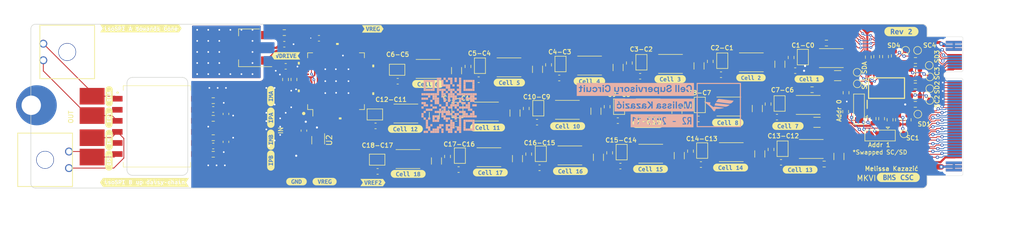
<source format=kicad_pcb>
(kicad_pcb (version 20221018) (generator pcbnew)
  (layers (0 "F.Cu" signal) (31 "B.Cu" signal) (34 "B.Paste" user) (35 "F.Paste" user) (36 "B.SilkS" user "B.Silkscreen") (37 "F.SilkS" user "F.Silkscreen") (38 "B.Mask" user) (39 "F.Mask" user) (44 "Edge.Cuts" user))
  (net 0 "")
  (net 1 "GND")
  (net 2 "Net-(U1B-VREF2)")
  (net 3 "/VREG")
  (net 4 "Net-(C4-Pad1)")
  (net 5 "Net-(C5-Pad1)")
  (net 6 "Net-(C6-Pad1)")
  (net 7 "Net-(C7-Pad1)")
  (net 8 "Net-(C8-Pad1)")
  (net 9 "/C16")
  (net 10 "/C15")
  (net 11 "/C18")
  (net 12 "/C17")
  (net 13 "/C14")
  (net 14 "/C13")
  (net 15 "/C12")
  (net 16 "/C11")
  (net 17 "/C10")
  (net 18 "/C9")
  (net 19 "/C8")
  (net 20 "/C7")
  (net 21 "/C6")
  (net 22 "/C5")
  (net 23 "/C4")
  (net 24 "/C3")
  (net 25 "/C2")
  (net 26 "/C1")
  (net 27 "/CELL16")
  (net 28 "Net-(F1-Pad2)")
  (net 29 "/CELL18")
  (net 30 "Net-(F2-Pad2)")
  (net 31 "/CELL17")
  (net 32 "Net-(F3-Pad2)")
  (net 33 "/CELL15")
  (net 34 "Net-(F4-Pad2)")
  (net 35 "/CELL14")
  (net 36 "Net-(F5-Pad2)")
  (net 37 "/CELL13")
  (net 38 "Net-(F6-Pad2)")
  (net 39 "/CELL12")
  (net 40 "Net-(F7-Pad2)")
  (net 41 "/CELL11")
  (net 42 "Net-(F8-Pad2)")
  (net 43 "/CELL10")
  (net 44 "Net-(F9-Pad2)")
  (net 45 "/CELL9")
  (net 46 "Net-(F10-Pad2)")
  (net 47 "/CELL8")
  (net 48 "Net-(F11-Pad2)")
  (net 49 "/CELL7")
  (net 50 "Net-(F12-Pad2)")
  (net 51 "/CELL6")
  (net 52 "Net-(F13-Pad2)")
  (net 53 "/CELL5")
  (net 54 "Net-(F14-Pad2)")
  (net 55 "/CELL4")
  (net 56 "Net-(F15-Pad2)")
  (net 57 "/CELL3")
  (net 58 "Net-(F16-Pad2)")
  (net 59 "/CELL2")
  (net 60 "Net-(F17-Pad2)")
  (net 61 "/CELL1")
  (net 62 "Net-(F18-Pad2)")
  (net 63 "Net-(U1B-VREF1)")
  (net 64 "Net-(IC1-~{RESET})")
  (net 65 "/MUX1_SD")
  (net 66 "/MUX1_SC")
  (net 67 "Net-(IC1-~{INT0})")
  (net 68 "/MUX2_SD")
  (net 69 "/MUX2_SC")
  (net 70 "Net-(IC1-~{INT1})")
  (net 71 "/MUX3_SD")
  (net 72 "/MUX3_SC")
  (net 73 "Net-(IC1-~{INT2})")
  (net 74 "/MUX4_SD")
  (net 75 "/MUX4_SC")
  (net 76 "Net-(IC1-~{INT3})")
  (net 77 "/SCL")
  (net 78 "/SDA")
  (net 84 "/MUX_OUT_4")
  (net 85 "/MUX_OUT_3")
  (net 86 "/MUX_OUT_2")
  (net 87 "/MUX_OUT_1")
  (net 92 "Net-(J2-Pad1)")
  (net 110 "/VDRIVE")
  (net 111 "Net-(U1A-ICMP)")
  (net 112 "Net-(U1A-IBIAS)")
  (net 113 "/IPA")
  (net 114 "/IMA")
  (net 115 "/IPB")
  (net 116 "/IMB")
  (net 117 "/S16")
  (net 118 "/S18")
  (net 119 "/S17")
  (net 120 "/S15")
  (net 121 "/S14")
  (net 122 "/S13")
  (net 123 "/S12")
  (net 124 "/S11")
  (net 125 "/S10")
  (net 126 "/S9")
  (net 127 "/S8")
  (net 128 "/S7")
  (net 129 "/S6")
  (net 130 "/S5")
  (net 131 "/S4")
  (net 132 "/S3")
  (net 133 "/S2")
  (net 134 "/S1")
  (net 141 "/VREF2")
  (net 142 "/V+")
  (net 145 "Net-(J1-Pad1)")
  (net 146 "Net-(J1-Pad2)")
  (net 150 "/Main Mux to Thermistor Muxes/Address Jump/ADDR_0")
  (net 151 "/Main Mux to Thermistor Muxes/Address Jump/ADDR_1")
  (net 152 "/Main Mux to Thermistor Muxes/Address Jump/PULL_UP")
  (net 153 "/Main Mux to Thermistor Muxes/Address Jump/PULL_DOWN")
  (net 154 "Net-(J2-Pad2)")
  (footprint "OEM:C_0603" (layer "F.Cu") (at 190.149776 93.47375)
    (fp_text reference "C24" hide)
    (fp_text value "C_10nF" hide)
  )
  (footprint "Package_TO_SOT_SMD:SOT-353_SC-70-5" (layer "F.Cu") (at 131.937998 105.035798 -90)
    (fp_text reference "U2")
    (fp_text value "MCP6001T-I-LT")
  )
  (footprint "OEM:R_0603" (layer "F.Cu") (at 155.325237 107.9797 -90)
    (fp_text reference "R18" hide)
    (fp_text value "10R" hide)
  )
  (footprint "TestPoint:TestPoint_Pad_D1.0mm" (layer "F.Cu") (at 242.5446 93.599)
    (fp_text reference "TP16" hide)
    (fp_text value "TP_1mm" hide)
  )
  (footprint "OEM:C_0603" (layer "F.Cu") (at 129.36 103.31 -90)
    (fp_text reference "C1" hide)
    (fp_text value "C_1uF" hide)
  )
  (footprint "footprints:Test_Point_SMD" (layer "F.Cu") (at 119.562017 97.085187 180)
    (fp_text reference "TP2" hide)
    (fp_text value "TP_SMD" hide)
  )
  (footprint "kibuzzard-63B4E59A" (layer "F.Cu") (at 192.024 110.236)
    (fp_text reference "kibuzzard-63B4E59A" hide)
    (fp_text value "G***" hide)
  )
  (footprint "TestPoint:TestPoint_Pad_D1.0mm" (layer "F.Cu") (at 237.8456 103.886)
    (fp_text reference "TP12" hide)
    (fp_text value "TP_1mm" hide)
  )
  (footprint "Resistor_SMD:R_2512_6332Metric" (layer "F.Cu") (at 210.254176 90.95695 180)
    (fp_text reference "R47" hide)
    (fp_text value "22R-1W" hide)
  )
  (footprint "kibuzzard-63B4EC7A" (layer "F.Cu") (at 166.497 94.615)
    (fp_text reference "kibuzzard-63B4EC7A" hide)
    (fp_text value "G***" hide)
  )
  (footprint "Resistor_SMD:R_2512_6332Metric" (layer "F.Cu") (at 151.802696 92.14305 180)
    (fp_text reference "R39" hide)
    (fp_text value "22R-1W" hide)
  )
  (footprint "Fuse:Fuse_1206_3216Metric" (layer "F.Cu") (at 215.410376 91.30095 90)
    (fp_text reference "F17" hide)
    (fp_text value "200mA_Fuse" hide)
  )
  (footprint "TestPoint:TestPoint_Pad_D1.0mm" (layer "F.Cu") (at 229.3874 92.7608)
    (fp_text reference "TP10" hide)
    (fp_text value "TP_1mm" hide)
  )
  (footprint "Resistor_SMD:R_2512_6332Metric" (layer "F.Cu") (at 147.795227 100.2176 180)
    (fp_text reference "R27" hide)
    (fp_text value "22R-1W" hide)
  )
  (footprint "kibuzzard-63B4EC5B" (layer "F.Cu") (at 216.8652 102.4636)
    (fp_text reference "kibuzzard-63B4EC5B" hide)
    (fp_text value "G***" hide)
  )
  (footprint "kibuzzard-63B8E079" (layer "F.Cu") (at 128.016 112.522)
    (fp_text reference "kibuzzard-63B8E079" hide)
    (fp_text value "G***" hide)
  )
  (footprint "Resistor_SMD:R_2512_6332Metric" (layer "F.Cu") (at 220.5228 98.6536 180)
    (fp_text reference "R37" hide)
    (fp_text value "22R-1W" hide)
  )
  (footprint "Fuse:Fuse_1206_3216Metric" (layer "F.Cu") (at 222.123 101.8028 180)
    (fp_text reference "F12" hide)
    (fp_text value "200mA_Fuse" hide)
  )
  (footprint "kibuzzard-63B4E581" (layer "F.Cu") (at 163.068 110.871)
    (fp_text reference "kibuzzard-63B4E581" hide)
    (fp_text value "G***" hide)
  )
  (footprint "Fuse:Fuse_1206_3216Metric" (layer "F.Cu") (at 225.8568 93.3704)
    (fp_text reference "F18" hide)
    (fp_text value "200mA_Fuse" hide)
  )
  (footprint "OEM:R_0603" (layer "F.Cu") (at 112.962017 101.085187 180)
    (fp_text reference "R5" hide)
    (fp_text value "R_60.4" hide)
  )
  (footprint "OEM:C_0603" (layer "F.Cu") (at 157.323461 110.3503)
    (fp_text reference "C11" hide)
    (fp_text value "C_10nF" hide)
  )
  (footprint "OEM:R_0603" (layer "F.Cu") (at 234.51475 89.916 90)
    (fp_text reference "R61" hide)
    (fp_text value "R_15k" hide)
  )
  (footprint "kibuzzard-63B4D82F" (layer "F.Cu") (at 220.726 93.98)
    (fp_text reference "kibuzzard-63B4D82F" hide)
    (fp_text value "G***" hide)
  )
  (footprint "OEM:R_0603" (layer "F.Cu") (at 232.2576 101.1428 90)
    (fp_text reference "R10" hide)
    (fp_text value "R_4.99K" hide)
  )
  (footprint "OEM:C_0603" (layer "F.Cu") (at 132.08 86.614)
    (fp_text reference "C3" hide)
    (fp_text value "C_1uF" hide)
  )
  (footprint "OEM:C_0603" (layer "F.Cu") (at 156.879127 102.1037)
    (fp_text reference "C16" hide)
    (fp_text value "C_10nF" hide)
  )
  (footprint "kibuzzard-63B4EC20" (layer "F.Cu") (at 206.502 109.982)
    (fp_text reference "kibuzzard-63B4EC20" hide)
    (fp_text value "G***" hide)
  )
  (footprint "Jumper:SolderJumper-2_P1.3mm_Open_TrianglePad1.0x1.5mm" (layer "F.Cu") (at 215.9 106.5784 -90)
    (fp_text reference "JP6" hide)
    (fp_text value "SolderJumper_2_Open" hide)
  )
  (footprint "OEM:C_0603" (layer "F.Cu") (at 126.062017 91.685187)
    (fp_text reference "C2" hide)
    (fp_text value "C_1uF" hide)
  )
  (footprint "Resistor_SMD:R_2512_6332Metric" (layer "F.Cu") (at 162.809861 108.1129 180)
    (fp_text reference "R19" hide)
    (fp_text value "22R-1W" hide)
  )
  (footprint "Fuse:Fuse_1206_3216Metric" (layer "F.Cu") (at 197.220061 107.8273 90)
    (fp_text reference "F4" hide)
    (fp_text value "200mA_Fuse" hide)
  )
  (footprint "kibuzzard-63B4ED2A" (layer "F.Cu") (at 100.5332 112.6744)
    (fp_text reference "kibuzzard-63B4ED2A" hide)
    (fp_text value "G***" hide)
  )
  (footprint "OEM:R_0603" (layer "F.Cu") (at 227.3046 99.8728 -90)
    (fp_text reference "R51" hide)
    (fp_text value "R_4.99K" hide)
  )
  (footprint "footprints:HM2112ZNLT" (layer "F.Cu") (at 102.766417 102.536 -90)
    (fp_text reference "T1" hide)
    (fp_text value "HM2112ZNLT" hide)
  )
  (footprint "kibuzzard-63B4EC1B" (layer "F.Cu") (at 219.075 110.363)
    (fp_text reference "kibuzzard-63B4EC1B" hide)
    (fp_text value "G***" hide)
  )
  (footprint "footprints:LQFP-64-1EP_12x12_P0.5" (layer "F.Cu") (at 135.163015 94.363187 90)
    (fp_text reference "U1" hide)
    (fp_text value "ADBMS1818" hide)
  )
  (footprint "kibuzzard-63B4EBA9" (layer "F.Cu") (at 123.375217 97.071787 90)
    (fp_text reference "kibuzzard-63B4EBA9" hide)
    (fp_text value "G***" hide)
  )
  (footprint "TestPoint:TestPoint_Pad_D1.0mm" (layer "F.Cu") (at 240.3094 88.7984)
    (fp_text reference "TP18" hide)
    (fp_text value "TP_1mm" hide)
  )
  (footprint "kibuzzard-63B4E58E" (layer "F.Cu") (at 148.209 111.125)
    (fp_text reference "kibuzzard-63B4E58E" hide)
    (fp_text value "G***" hide)
  )
  (footprint "TestPoint:TestPoint_Pad_D1.0mm" (layer "F.Cu") (at 238.1504 88.7984)
    (fp_text reference "TP17" hide)
    (fp_text value "TP_1mm" hide)
  )
  (footprint "OEM:C_0603" (layer "F.Cu") (at 146.316296 94.38045)
    (fp_text reference "C21" hide)
    (fp_text value "C_10nF" hide)
  )
  (footprint "kibuzzard-63B4EBF9" (layer "F.Cu") (at 147.701 102.997)
    (fp_text reference "kibuzzard-63B4EBF9" hide)
    (fp_text value "G***" hide)
  )
  (footprint "kibuzzard-63B4EBB3" (layer "F.Cu") (at 123.375217 104.945787 90)
    (fp_text reference "kibuzzard-63B4EBB3" hide)
    (fp_text value "G***" hide)
  )
  (footprint "OEM:C_0603" (layer "F.Cu") (at 175.519376 93.78505)
    (fp_text reference "C23" hide)
    (fp_text value "C_10nF" hide)
  )
  (footprint "Jumper:SolderJumper-2_P1.3mm_Open_TrianglePad1.0x1.5mm" (layer "F.Cu") (at 186.341175 98.9698 -90)
    (fp_text reference "JP10" hide)
    (fp_text value "SolderJumper_2_Open" hide)
  )
  (footprint "kibuzzard-63B4D834" (layer "F.Cu") (at 210.185 93.726)
    (fp_text reference "kibuzzard-63B4D834" hide)
    (fp_text value "G***" hide)
  )
  (footprint "Fuse:Fuse_1206_3216Metric" (layer "F.Cu") (at 153.322661 108.7925 90)
    (fp_text reference "F2" hide)
    (fp_text value "200mA_Fuse" hide)
  )
  (footprint "OEM:C_0603" (layer "F.Cu") (at 171.505575 101.7796)
    (fp_text reference "C17" hide)
    (fp_text value "C_10nF" hide)
  )
  (footprint "OEM:R_0603" (layer "F.Cu") (at 126.031628 94.058387 -90)
    (fp_text reference "R1" hide)
    (fp_text value "R_1K" hide)
  )
  (footprint "OEM:R_0603" (layer "F.Cu") (at 239.903 95.25 180)
    (fp_text reference "R12" hide)
    (fp_text value "R_4.99K" hide)
  )
  (footprint "kibuzzard-63B4ED25" (layer "F.Cu") (at 99.880217 84.828987)
    (fp_text reference "kibuzzard-63B4ED25" hide)
    (fp_text value "G***" hide)
  )
  (footprint "OEM:R_0603" (layer "F.Cu") (at 112.962017 107.585187 180)
    (fp_text reference "R7" hide)
    (fp_text value "R_60.4" hide)
  )
  (footprint "OEM:R_0603" (layer "F.Cu") (at 188.193976 91.0779 -90)
    (fp_text reference "R44" hide)
    (fp_text value "10R" hide)
  )
  (footprint "footprints:SOP65P640X110-20N" (layer "F.Cu") (at 234.696 95.6123 90)
    (fp_text reference "IC1" hide)
    (fp_text value "PCA9545APW" hide)
  )
  (footprint "Jumper:SolderJumper-2_P1.3mm_Open_TrianglePad1.0x1.5mm" (layer "F.Cu") (at 161.181376 91.57145 -90)
    (fp_text reference "JP14" hide)
    (fp_text value "SolderJumper_2_Open" hide)
  )
  (footprint "Resistor_SMD:R_2512_6332Metric" (layer "F.Cu") (at 162.365527 99.8663 180)
    (fp_text reference "R29" hide)
    (fp_text value "22R-1W" hide)
  )
  (footprint "kibuzzard-63B4EC53" (layer "F.Cu") (at 205.994 101.854)
    (fp_text reference "kibuzzard-63B4EC53" hide)
    (fp_text value "G***" hide)
  )
  (footprint "kibuzzard-63B4EC66" (layer "F.Cu") (at 177.038 102.489)
    (fp_text reference "kibuzzard-63B4EC66" hide)
    (fp_text value "G***" hide)
  )
  (footprint "kibuzzard-63B4EBB8" (layer "F.Cu") (at 94.107 108.712 90)
    (fp_text reference "kibuzzard-63B4EBB8" hide)
    (fp_text value "G***" hide)
  )
  (footprint "footprints:Test_Point_SMD" (layer "F.Cu") (at 133.096 109.982)
    (fp_text reference "TP19" hide)
    (fp_text value "TP_SMD" hide)
  )
  (footprint "OEM:R_0603" (layer "F.Cu") (at 169.553727 99.3013 -90)
    (fp_text reference "R30" hide)
    (fp_text value "10R" hide)
  )
  (footprint "Fuse:Fuse_1206_3216Metric" (layer "F.Cu") (at 182.148175 99.7992 90)
    (fp_text reference "F9" hide)
    (fp_text value "200mA_Fuse" hide)
  )
  (footprint "OEM:C_0603" (layer "F.Cu") (at 142.680061 110.6827)
    (fp_text reference "C10" hide)
    (fp_text value "C_10nF" hide)
  )
  (footprint "Resistor_SMD:R_2512_6332Metric" (layer "F.Cu") (at 206.624261 107.2007 180)
    (fp_text reference "R23" hide)
    (fp_text value "22R-1W" hide)
  )
  (footprint "footprints:Test_Point_SMD" (layer "F.Cu") (at 119.562017 100.585187 180)
    (fp_text reference "TP1" hide)
    (fp_text value "TP_SMD" hide)
  )
  (footprint "OEM:R_0603" (layer "F.Cu") (at 227.3808 96.457 -90)
    (fp_text reference "R52" hide)
    (fp_text value "R_4.99K" hide)
  )
  (footprint "kibuzzard-63B4EC6B" (layer "F.Cu") (at 162.56 102.743)
    (fp_text reference "kibuzzard-63B4EC6B" hide)
    (fp_text value "G***" hide)
  )
  (footprint "Fuse:Fuse_1206_3216Metric" (layer "F.Cu") (at 196.7992 99.6158 90)
    (fp_text reference "F10" hide)
    (fp_text value "200mA_Fuse" hide)
  )
  (footprint "Resistor_SMD:R_2512_6332Metric" (layer "F.Cu") (at 192.063861 107.4801 180)
    (fp_text reference "R21" hide)
    (fp_text value "22R-1W" hide)
  )
  (footprint "OEM:C_0603" (layer "F.Cu") (at 186.577461 109.7175)
    (fp_text reference "C12" hide)
    (fp_text value "C_10nF" hide)
  )
  (footprint "Jumper:SolderJumper-3_P2.0mm_Open_TrianglePad1.0x1.5mm" (layer "F.Cu") (at 229.743 99.441 90)
    (fp_text reference "JP19" hide)
    (fp_text value "SolderJumper_3_Open" hide)
  )
  (footprint "kibuzzard-63B4EBAD" (layer "F.Cu") (at 94.107 100.965 90)
    (fp_text reference "kibuzzard-63B4EBAD" hide)
    (fp_text value "G***" hide)
  )
  (footprint "kibuzzard-63B4ED94" (layer "F.Cu") (at 126.111 89.789)
    (fp_text reference "kibuzzard-63B4ED94" hide)
    (fp_text value "G***" hide)
  )
  (footprint "Jumper:SolderJumper-2_P1.3mm_Open_TrianglePad1.0x1.5mm" (layer "F.Cu") (at 215.3666 98.3996 -90)
    (fp_text reference "JP12" hide)
    (fp_text value "SolderJumper_2_Open" hide)
  )
  (footprint "OEM:R_0603" (layer "F.Cu") (at 112.962017 104.585187)
    (fp_text reference "R6" hide)
    (fp_text value "R_60.4" hide)
  )
  (footprint "OEM:R_0603" (layer "F.Cu") (at 235.331 101.346 -90)
    (fp_text reference "R58" hide)
    (fp_text value "R_15k" hide)
  )
  (footprint "TestPoint:TestPoint_Pad_D1.0mm" (layer "F.Cu") (at 240.3602 100.33)
    (fp_text reference "TP11" hide)
    (fp_text value "TP_1mm" hide)
  )
  (footprint "Jumper:SolderJumper-3_P2.0mm_Open_TrianglePad1.0x1.5mm" (layer "F.Cu") (at 233.5276 104.1654 180)
    (fp_text reference "JP20" hide)
    (fp_text value "SolderJumper_3_Open" hide)
  )
  (footprint "OEM:R_0603" (layer "F.Cu") (at 213.2838 98.5012 -90)
    (fp_text reference "R36" hide)
    (fp_text value "10R" hide)
  )
  (footprint "Resistor_SMD:R_2512_6332Metric" (layer "F.Cu") (at 195.636176 91.23635 180)
    (fp_text reference "R45" hide)
    (fp_text value "22R-1W" hide)
  )
  (footprint "Jumper:SolderJumper-2_P1.3mm_Open_TrianglePad1.0x1.5mm" (layer "F.Cu") (at 201.366461 106.9097 -90)
    (fp_text reference "JP5" hide)
    (fp_text value "SolderJumper_2_Open" hide)
  )
  (footprint "Jumper:SolderJumper-2_P1.3mm_Open_TrianglePad1.0x1.5mm" (layer "F.Cu") (at 175.747976 91.25665 -90)
    (fp_text reference "JP15" hide)
    (fp_text value "SolderJumper_2_Open" hide)
  )
  (footprint "Jumper:SolderJumper-2_P1.3mm_Open_TrianglePad1.0x1.5mm" (layer "F.Cu") (at 146.2024 92.3036)
    (fp_text reference "JP13" hide)
    (fp_text value "SolderJumper_2_Open" hide)
  )
  (footprint "footprints:Test_Point_SMD" (layer "F.Cu") (at 91.062017 104.585187 180)
    (fp_text reference "TP7" hide)
    (fp_text value "TP_SMD" hide)
  )
  (footprint "Fuse:Fuse_1206_3216Metric" (layer "F.Cu") (at 167.966061 108.3699 90)
    (fp_text reference "F3" hide)
    (fp_text value "200mA_Fuse" hide)
  )
  (footprint "Resistor_SMD:R_2512_6332Metric" (layer "F.Cu") (at 177.443157 107.7849 180)
    (fp_text reference "R15" hide)
    (fp_text value "22R-1W" hide)
  )
  (footprint "footprints:Test_Point_SMD" (layer "F.Cu") (at 91.062017 108.085187 180)
    (fp_text reference "TP8" hide)
    (fp_text value "TP_SMD" hide)
  )
  (footprint "Jumper:SolderJumper-2_P1.3mm_Open_TrianglePad1.0x1.5mm" (layer "F.Cu") (at 219.5576 90.0111 -90)
    (fp_text reference "JP18" hide)
    (fp_text value "SolderJumper_2_Open" hide)
  )
  (footprint "footprints:SOT-223" (layer "F.Cu") (at 119.462017 88.335187 180)
    (fp_text reference "Q1" hide)
    (fp_text value "NSS1C201MZ4" hide)
  )
  (footprint "TestPoint:TestPoint_Pad_D1.0mm" (layer "F.Cu") (at 242.4176 91.5162)
    (fp_text reference "TP15" hide)
    (fp_text value "TP_1mm" hide)
  )
  (footprint "Fuse:Fuse_1206_3216Metric" (layer "F.Cu") (at 156.958896 92.46425 90)
    (fp_text reference "F13" hide)
    (fp_text value "200mA_Fuse" hide)
  )
  (footprint "Fuse:Fuse_1206_3216Metric" (layer "F.Cu") (at 211.780461 107.5225 90)
    (fp_text reference "F5" hide)
    (fp_text value "200mA_Fuse" hide)
  )
  (footprint "Jumper:SolderJumper-2_P1.3mm_Open_TrianglePad1.0x1.5mm" (layer "F.Cu") (at 190.378376 90.94535 -90)
    (fp_text reference "JP16" hide)
    (fp_text value "SolderJumper_2_Open" hide)
  )
  (footprint "OEM:R_0603" (layer "F.Cu") (at 239.903 92.202)
    (fp_text reference "R55" hide)
    (fp_text value "R_15k" hide)
  )
  (footprint "Fuse:Fuse_1206_3216Metric" (layer "F.Cu") (at 182.604837 108.1321 90)
    (fp_text reference "F1" hide)
    (fp_text value "200mA_Fuse" hide)
  )
  (footprint "OEM:R_0603" (layer "F.Cu") (at 213.812461 106.7097 -90)
    (fp_text reference "R24" hide)
    (fp_text value "10R" hide)
  )
  (footprint "Fuse:Fuse_1206_3216Metric" (layer "F.Cu") (at 171.595376 92.2209 90)
    (fp_text reference "F14" hide)
    (fp_text value "200mA_Fuse" hide)
  )
  (footprint "footprints:MicroFit_RA_2" (layer "F.Cu") (at 82.562017 108.585187 90)
    (fp_text reference "J2" hide)
    (fp_text value "MicroFit_RA_2" hide)
  )
  (footprint "TestPoint:TestPoint_Pad_D1.0mm" (layer "F.Cu") (at 242.5192 95.7072)
    (fp_text reference "TP13" hide)
    (fp_text value "TP_1mm" hide)
  )
  (footprint "OEM:R_0603" (layer "F.Cu") (at 239.903 93.726)
    (fp_text reference "R56" hide)
    (fp_text value "R_15k" hide)
  )
  (footprint "TestPoint:TestPoint_Pad_D1.0mm" (layer "F.Cu") (at 229.4128 94.8436)
    (fp_text reference "TP9" hide)
    (fp_text value "TP_1mm" hide)
  )
  (footprint "Jumper:SolderJumper-2_P1.3mm_Open_TrianglePad1.0x1.5mm" (layer "F.Cu") (at 157.552061 107.8219 -90)
    (fp_text reference "JP3" hide)
    (fp_text value "SolderJumper_2_Open" hide)
  )
  (footprint "OEM:C_0603" (layer "F.Cu") (at 200.700327 101.189)
    (fp_text reference "C19" hide)
    (fp_text value "C_10nF" hide)
  )
  (footprint "kibuzzard-63B4EC74" (layer "F.Cu") (at 151.765 94.869)
    (fp_text reference "kibuzzard-63B4EC74" hide)
    (fp_text value "G***" hide)
  )
  (footprint "kibuzzard-63B4EBB8" (layer "F.Cu") (at 123.375217 108.712 90)
    (fp_text reference "kibuzzard-63B4EBB8" hide)
    (fp_text value "G***" hide)
  )
  (footprint "OEM:R_0603" (layer "F.Cu") (at 239.903 97.028)
    (fp_text reference "R59" hide)
    (fp_text value "R_15k" hide)
  )
  (footprint "Resistor_SMD:R_2512_6332Metric" (layer "F.Cu") (at 221.0816 106.6227 180)
    (fp_text reference "R25" hide)
    (fp_text value "22R-1W" hide)
  )
  (footprint "OEM:R_0603" (layer "F.Cu") (at 233.807 101.1428 90)
    (fp_text reference "R9" hide)
    (fp_text value "R_4.99K" hide)
  )
  (footprint "OEM:R_0603" (layer "F.Cu") (at 238.6076 101.346 90)
    (fp_text reference "R8" hide)
    (fp_text value "R_4.99K" hide)
  )
  (footprint "OEM:R_0603" (layer "F.Cu") (at 239.903 98.552)
    (fp_text reference "R60" hide)
    (fp_text value "R_15k" hide)
  )
  (footprint "OEM:R_0603" (layer "F.Cu") (at 199.252061 107.0145 -90)
    (fp_text reference "R22" hide)
    (fp_text value "10R" hide)
  )
  (footprint "OEM:R_0603" (layer "F.Cu") (at 236.08955 89.789 90)
    (fp_text reference "R62" hide)
    (fp_text value "R_15k" hide)
  )
  (footprint "OEM:R_0603" (layer "F.Cu") (at 231.39555 90.0243 -90)
    (fp_text reference "R13" hide)
    (fp_text value "R_4.99K" hide)
  )
  (footprint "OEM:C_0603" (layer "F.Cu") (at 112.962017 106.085187)
    (fp_text reference "C8" hide)
    (fp_text value "C_10nF" hide)
  )
  (footprint "footprints:MicroFit_RA_2" (layer "F.Cu") (at 86.562017 89.085187 -90)
    (fp_text reference "J1" hide)
    (fp_text value "MicroFit_RA_2" hide)
  )
  (footprint "kibuzzard-63BF5C85" (layer "F.Cu") (at 141.8082 84.9122)
    (fp_text reference "kibuzzard-63BF5C85" hide)
    (fp_text value "G***" hide)
  )
  (footprint "Jumper:SolderJumper-2_P1.3mm_Open_TrianglePad1.0x1.5mm" (layer "F.Cu") (at 200.928927 98.6606 -90)
    (fp_text reference "JP11" hide)
    (fp_text value "SolderJumper_2_Open" hide)
  )
  (footprint "Resistor_SMD:R_2512_6332Metric" (layer "F.Cu") (at 181.005776 91.54765 180)
    (fp_text reference "R43" hide)
    (fp_text value "22R-1W" hide)
  )
  (footprint "Jumper:SolderJumper-2_P1.3mm_Open_TrianglePad1.0x1.5mm" (layer "F.Cu") (at 204.996376 90.66595 -90)
    (fp_text reference "JP17" hide)
    (fp_text value "SolderJumper_2_Open" hide)
  )
  (footprint "Jumper:SolderJumper-2_P1.3mm_Open_TrianglePad1.0x1.5mm" (layer "F.Cu") (at 157.107727 99.5753 -90)
    (fp_text reference "JP8" hide)
    (fp_text value "SolderJumper_2_Open" hide)
  )
  (footprint "OEM:C_0603" (layer "F.Cu") (at 218.186 92.456)
    (fp_text reference "C26" hide)
    (fp_text value "C_10nF" hide)
  )
  (footprint "OEM:R_0603" (layer "F.Cu") (at 127.555628 94.058387 90)
    (fp_text reference "R2" hide)
    (fp_text value "R_1K" hide)
  )
  (footprint "Fuse:Fuse_1206_3216Metric" (layer "F.Cu") (at 152.938175 100.5896 90)
    (fp_text reference "F7" hide)
    (fp_text value "200mA_Fuse" hide)
  )
  (footprint "OEM:R_0603" (layer "F.Cu") (at 184.636837 107.3193 -90)
    (fp_text reference "R16" hide)
    (fp_text value "10R" hide)
  )
  (footprint "Jumper:SolderJumper-2_P1.3mm_Open_TrianglePad1.0x1.5mm" (layer "F.Cu") (at 142.1892 100.3808)
    (fp_text reference "JP7" hide)
    (fp_text value "SolderJumper_2_Open" hide)
  )
  (footprint "OEM:R_0603" (layer "F.Cu") (at 173.588976 91.4081 -90)
    (fp_text reference "R42" hide)
    (fp_text value "10R" hide)
  )
  (footprint "OEM:R_0603" (layer "F.Cu") (at 169.998061 107.5479 -90)
    (fp_text reference "R20" hide)
    (fp_text value "10R" hide)
  )
  (footprint "kibuzzard-63B4EBA9" (layer "F.Cu") (at 94.1324 97.1042 90)
    (fp_text reference "kibuzzard-63B4EBA9" hide)
    (fp_text value "G***" hide)
  )
  (footprint "Fuse:Fuse_1206_3216Metric" (layer "F.Cu") (at 226.0854 107.9754 90)
    (fp_text reference "F6" hide)
    (fp_text value "200mA_Fuse" hide)
  )
  (footprint "Jumper:SolderJumper-2_P1.3mm_Open_TrianglePad1.0x1.5mm" (layer "F.Cu") (at 186.806061 107.1891 -90)
    (fp_text reference "JP4" hide)
    (fp_text value "SolderJumper_2_Open" hide)
  )
  (footprint "OEM:R_0603" (layer "F.Cu") (at 223.4184 109.347 180)
    (fp_text reference "R26" hide)
    (fp_text value "10R" hide)
  )
  (footprint "Fuse:Fuse_1206_3216Metric" (layer "F.Cu") (at 200.792376 91.60575 90)
    (fp_text reference "F16" hide)
    (fp_text value "200mA_Fuse" hide)
  )
  (footprint "kibuzzard-63B4EC80" (layer "F.Cu") (at 180.975 94.361)
    (fp_text reference "kibuzzard-63B4EC80" hide)
    (fp_text value "G***" hide)
  )
  (footprint "Resistor_SMD:R_2512_6332Metric" (layer "F.Cu") (at 191.598975 99.2608 180)
    (fp_text reference "R33" hide)
    (fp_text value "22R-1W" hide)
  )
  (footprint "OEM:C_0603" (layer "F.Cu") (at 112.962017 99.485187)
    (fp_text reference "C7" hide)
    (fp_text value "C_10nF" hide)
  )
  (footprint "OEM:C_0603" (layer "F.Cu") (at 171.956757 110.0223)
    (fp_text reference "C9" hide)
    (fp_text value "C_10nF" hide)
  )
  (footprint "OEM:C_0603" (layer "F.Cu") (at 215.6206 109.0422)
    (fp_text reference "C14" hide)
    (fp_text value "C_10nF" hide)
  )
  (footprint "Resistor_SMD:R_2512_6332Metric" (layer "F.Cu") (at 148.166461 108.4453 180)
    (fp_text reference "R17" hide)
    (fp_text value "22R-1W" hide)
  )
  (footprint "kibuzzard-63B4EBAD" (layer "F.Cu") (at 123.375217 100.965 90)
    (fp_text reference "kibuzzard-63B4EBAD" hide)
    (fp_text value "G***" hide)
  )
  (footprint "Fuse:Fuse_1206_3216Metric" (layer "F.Cu") (at 167.521727 100.1233 90)
    (fp_text reference "F8" hide)
    (fp_text value "200mA_Fuse" hide)
  )
  (footprint "Resistor_SMD:R_2512_6332Metric" (layer "F.Cu") (at 166.439176 91.86245 180)
    (fp_text reference "R41" hide)
    (fp_text value "22R-1W" hide)
  )
  (footprint "Resistor_SMD:R_2512_6332Metric" (layer "F.Cu") (at 224.7138 90.1954 180)
    (fp_text reference "R49" hide)
    (fp_text value "22R-1W" hide)
  )
  (footprint "Fuse:Fuse_1206_3216Metric" (layer "F.Cu") (at 186.161976 91.8907 90)
    (fp_text reference "F15" hide)
    (fp_text value "200mA_Fuse" hide)
  )
  (footprint "kibuzzard-63B4E593" (layer "F.Cu") (at 177.546 110.617)
    (fp_text reference "kibuzzard-63B4E593" hide)
    (fp_text value "G***" hide)
  )
  (footprint "kibuzzard-65658054" (layer "F.Cu") (at 237.3884 85.3948)
    (fp_text reference "kibuzzard-65658054" hide)
    (fp_text value "G***" hide)
  )
  (footprint "footprints:Automotive_M.2_Edge_Connector" (layer "F.Cu") (at 248.515 98.881 -90)
    (fp_text reference "J3" hide)
    (fp_text value "Automotive_M.2_Edge_Connector" hide)
    (fp_line (start -12.55 0.2) (end -12.55 6.5) (stroke (width 0.05)) (layer "Edge.Cuts"))
    (fp_line (start -12.55 0.2) (end -12.35 0) (stroke (width 0.05)) (layer "Edge.Cuts"))
    (fp_line (start -12.35 0) (end -6.425 0) (stroke (width 0.05)) (layer "Edge.Cuts"))
    (fp_line (start -6.225 0.2) (end -6.425 0) (stroke (width 0.05)) (layer "Edge.Cuts"))
    (fp_line (start -6.225 2.9) (end -6.225 0.2) (stroke (width 0.05)) (layer "Edge.Cuts"))
    (fp_line (start -5.025 0.2) (end -4.825 0) (stroke (width 0.05)) (layer "Edge.Cuts"))
    (fp_line (start -5.025 2.9) (end -5.025 0.2) (stroke (width 0.05)) (layer "Edge.Cuts"))
    (fp_line (start -4.825 0) (end 12.35 0) (stroke (width 0.05)) (layer "Edge.Cuts"))
    (fp_line (start 12.55 0.2) (end 12.35 0) (stroke (width 0.05)) (layer "Edge.Cuts"))
    (fp_line (start 12.55 0.2) (end 12.55 6.5) (stroke (width 0.05)) (layer "Edge.Cuts"))
    (fp_arc (start -5.025 2.9) (mid -5.625 3.5) (end -6.225 2.9) (stroke (width 0.05)) (layer "Edge.Cuts"))
  )
  (footprint "kibuzzard-63B4EBB3" (layer "F.Cu") (at 94.1324 104.9782 90)
    (fp_text reference "kibuzzard-63B4EBB3" hide)
    (fp_text value "G***" hide)
  )
  (footprint "OEM:R_0603" (layer "F.Cu") (at 236.85155 101.346 -90)
    (fp_text reference "R57" hide)
    (fp_text value "R_15k" hide)
  )
  (footprint "Resistor_SMD:R_2512_6332Metric" (layer "F.Cu") (at 206.186727 98.9516 180)
    (fp_text reference "R35" hide)
    (fp_text value "22R-1W" hide)
  )
  (footprint "footprints:Test_Point_SMD" (layer "F.Cu") (at 91.062017 97.085187 180)
    (fp_text reference "TP5" hide)
    (fp_text value "TP_SMD" hide)
  )
  (footprint "footprints:Test_Point_SMD" (layer "F.Cu") (at 127.972 110.026)
    (fp_text reference "TP20" hide)
    (fp_text value "TP_SMD" hide)
  )
  (footprint "kibuzzard-63B8E034" (layer "F.Cu") (at 133.096 112.522)
    (fp_text reference "kibuzzard-63B8E034" hide)
    (fp_text value "G***" hide)
  )
  (footprint "OEM:R_0603" (layer "F.Cu") (at 159.022376 91.70225 -90)
    (fp_text reference "R40" hide)
    (fp_text value "10R" hide)
  )
  (footprint "OEM:C_0603" (layer "F.Cu") (at 186.112575 101.4982)
    (fp_text reference "C18" hide)
    (fp_text value "C_10nF" hide)
  )
  (footprint "OEM:R_0603" (layer "F.Cu") (at 202.824376 90.79295 -90)
    (fp_text reference "R46" hide)
    (fp_text value "10R" hide)
  )
  (footprint "OEM:R_0603" (layer "F.Cu") (at 154.970175 99.7768 -90)
    (fp_text reference "R28" hide)
    (fp_text value "10R" hide)
  )
  (footprint "OEM:R_0603" (layer "F.Cu") (at 217.442376 90.0873 -90)
    (fp_text reference "R48" hide)
    (fp_text value "10R" hide)
  )
  (footprint "footprints:Test_Point_SMD" (layer "F.Cu") (at 91.062017 100.585187 180)
    (fp_text reference "TP6" hide)
    (fp_text value "TP_SMD" hide)
  )
  (footprint "TestPoint:TestPoint_Pad_D1.0mm" (layer "F.Cu") (at 242.5192 97.8408)
    (fp_text reference "TP14" hide)
    (fp_text value "TP_1mm" hide)
  )
  (footprint "Jumper:SolderJumper-2_P1.3mm_Open_TrianglePad1.0x1.5mm" (layer "F.Cu") (at 172.185357 107.4939 -90)
    (fp_text reference "JP1" hide)
    (fp_text value "SolderJumper_2_Open" hide)
  )
  (footprint "footprints:Test_Point_SMD" (layer "F.Cu") (at 119.562017 108.585187 180)
    (fp_text reference "TP4" hide)
    (fp_text value "TP_SMD" hide)
  )
  (footprint "OEM:C_0603" (layer "F.Cu") (at 115.262017 100.285187 -90)
    (fp_text reference "C5" hide)
    (fp_text value "C_10nF" hide)
  )
  (footprint "OEM:C_0603" (layer "F.Cu") (at 214.884 100.8634)
    (fp_text reference "C20" hide)
    (fp_text value "C_10nF" hide)
  )
  (footprint "OEM:R_0603" (layer "F.Cu") (at 239.9284 90.6272 180)
    (fp_text reference "R11" hide)
    (fp_text value "R_4.99K" hide)
  )
  (footprint "kibuzzard-63BF5C8C" (layer "F.Cu") (at 141.8336 112.6998)
    (fp_text reference "kibuzzard-63BF5C8C" hide)
    (fp_text value "G***" hide)
  )
  (footprint "kibuzzard-63B4EC4E" (layer "F.Cu") (at 191.516 102.108)
    (fp_text reference "kibuzzard-63B4EC4E" hide)
    (fp_text value "G***" hide)
  )
  (footprint "OEM:C_0603" (layer "F.Cu") (at 125.812017 87.685187)
    (fp_text reference "C4" hide)
    (fp_text value "C_0.1uF" hide)
  )
  (footprint "kibuzzard-63BF4D5E" (layer "F.Cu") (at 236.8296 111.76)
    (fp_text reference "kibuzzard-63BF4D5E" hide)
    (fp_text value "G***" hide)
  )
  (footprint "OEM:R_0603" (layer "F.Cu") (at 221.234 95.9104 180)
    (fp_text reference "R38" hide)
    (fp_text value "10R" hide)
  )
  (footprint "Jumper:SolderJumper-2_P1.3mm_Open_TrianglePad1.0x1.5mm" (layer "F.Cu") (at 171.734175 99.2512 -90)
    (fp_text reference "JP9" hide)
    (fp_text value "SolderJumper_2_Open" hide)
  )
  (footprint "Jumper:SolderJumper-2_P1.3mm_Open_TrianglePad1.0x1.5mm" (layer "F.Cu") (at 142.5956 108.5596)
    (fp_text reference "JP2" hide)
    (fp_text value "SolderJumper_2_Open" hide)
  )
  (footprint "OEM:C_0603" (layer "F.Cu") (at 204.767776 93.19435)
    (fp_text reference "C25" hide)
    (fp_text value "C_10nF" hide)
  )
  (footprint "OEM:C_0603" (layer "F.Cu") (at 201.137861 109.4381)
    (fp_text reference "C13" hide)
    (fp_text value "C_10nF" hide)
  )
  (footprint "OEM:M.2_Mount" (layer "F.Cu") (at 80.042817 98.722787 90)
    (fp_text reference "H1" hide)
    (fp_text value "M.2_MountingHole" hide)
  )
  (footprint "OEM:R_0603" (layer "F.Cu") (at 223.8248 87.4776 180)
    (fp_text reference "R50" hide)
    (fp_text value "10R" hide)
  )
  (footprint "footprints:Test_Point_SMD" (layer "F.Cu") (at 119.562017 105.085187 180)
    (fp_text reference "TP3" hide)
    (fp_text value "TP_SMD" hide)
  )
  (footprint "OEM:R_0603" (layer "F.Cu") (at 112.962017 97.885187)
    (fp_text reference "R4" hide)
    (fp_text value "R_60.4" hide)
  )
  (footprint "OEM:C_0603" (layer "F.Cu") (at 115.262017 105.335187 90)
    (fp_text reference "C6" hide)
    (fp_text value "C_10nF" hide)
  )
  (footprint "Fuse:Fuse_1206_3216Metric" (layer "F.Cu") (at 211.328 99.311 90)
    (fp_text reference "F11" hide)
    (fp_text value "200mA_Fuse" hide)
  )
  (footprint "OEM:R_0603" (layer "F.Cu") (at 184.180175 98.9772 -90)
    (fp_text reference "R32" hide)
    (fp_text value "10R" hide)
  )
  (footprint "Resistor_SMD:R_2512_6332Metric" (layer "F.Cu") (at 176.991975 99.5422 180)
    (fp_text reference "R31" hide)
    (fp_text value "22R-1W" hide)
  )
  (footprint "OEM:C_0603" (layer "F.Cu") (at 142.308827 102.455)
    (fp_text reference "C15" hide)
    (fp_text value "C_10nF" hide)
  )
  (footprint "OEM:C_0603" (layer "F.Cu") (at 160.952776 94.09985)
    (fp_text reference "C22" hide)
    (fp_text value "C_10nF" hide)
  )
  (footprint "OEM:R_0603" (layer "F.Cu") (at 198.787175 98.7776 -90)
    (fp_text reference "R34" hide)
    (fp_text value "10R" hide)
  )
  (footprint "OEM:R_0603" (layer "F.Cu") (at 232.91955 89.916 -90)
    (fp_text reference "R14" hide)
    (fp_text value "R_4.99K" hide)
  )
  (footprint "OEM:R_0603" (layer "F.Cu") (at 125.812017 85.585187 180)
    (fp_text reference "R3" hide)
    (fp_text value "R_100" hide)
  )
  (footprint "kibuzzard-63B4EB9B" (layer "F.Cu") (at 195.58 93.98)
    (fp_text reference "kibuzzard-63B4EB9B" hide)
    (fp_text value "G***" hide)
  )
  (footprint "kibuzzard-63BF4CDF" (layer "B.Cu") (at 189.2808 95.8596 180)
    (fp_text reference "kibuzzard-63BF4CDF" hide)
    (fp_text value "G***" hide)
  )
  (footprint "kibuzzard-6565800E" (layer "B.Cu") (at 194.1068 101.5238 180)
    (fp_text reference "kibuzzard-6565800E" hide)
    (fp_text value "G***" hide)
  )
  (footprint "kibuzzard-63BF465A" (layer "B.Cu") (at 192.6844 98.679 180)
    (fp_text reference "kibuzzard-63BF465A" hide)
    (fp_text value "G***" hide)
  )
  (footprint "OEM:QR_6_BMS-CSC_1" (layer "B.Cu") (at 155.6004 98.729801 180)
    (fp_text reference "QR*****")
    (fp_text value "hw.oem.to/6_BMS-CSC_1")
  )
  (footprint "OEM:OEM_Logo_8mm" (layer "B.Cu") (at 204.3684 98.679001 180)
    (fp_text reference "REF**" hide)
    (fp_text value "OEM_Logo_8mm")
  )
  (gr_line (start 79.988624 84.911876) (end 79.988624 112.867325) (stroke (width 0.1)) (layer "Edge.Cuts"))
  (gr_arc (start 80.828411 113.688) (mid 80.23855 113.451588) (end 79.988624 112.867325) (stroke (width 0.1)) (layer "Edge.Cuts"))
  (gr_arc (start 79.988624 84.911876) (mid 80.22424 84.323465) (end 80.806915 84.074) (stroke (width 0.1)) (layer "Edge.Cuts"))
  (gr_arc (start 108.362017 110.385187) (mid 108.069124 111.092294) (end 107.362017 111.385187) (stroke (width 0.1)) (layer "Edge.Cuts"))
  (gr_line (start 107.362017 93.685187) (end 98.362017 93.685187) (stroke (width 0.1)) (layer "Edge.Cuts"))
  (gr_arc (start 241.173 84.074) (mid 241.764876 84.312147) (end 242.015 84.899062) (stroke (width 0.1)) (layer "Edge.Cuts"))
  (gr_arc (start 107.362017 93.685187) (mid 108.069124 93.97808) (end 108.362017 94.685187) (stroke (width 0.1)) (layer "Edge.Cuts"))
  (gr_arc (start 97.362017 94.685187) (mid 97.65491 93.97808) (end 98.362017 93.685187) (stroke (width 0.1)) (layer "Edge.Cuts"))
  (gr_line (start 97.362017 94.685187) (end 97.362017 110.385187) (stroke (width 0.1)) (layer "Edge.Cuts"))
  (gr_line (start 241.173 84.074) (end 80.806915 84.074) (stroke (width 0.1)) (layer "Edge.Cuts"))
  (gr_line (start 242.015 112.840794) (end 242.015 111.431) (stroke (width 0.1)) (layer "Edge.Cuts"))
  (gr_arc (start 98.362017 111.385187) (mid 97.65491 111.092294) (end 97.362017 110.385187) (stroke (width 0.1)) (layer "Edge.Cuts"))
  (gr_line (start 242.015 86.331) (end 242.015 84.899062) (stroke (width 0.1)) (layer "Edge.Cuts"))
  (gr_line (start 98.362017 111.385187) (end 107.362017 111.385187) (stroke (width 0.1)) (layer "Edge.Cuts"))
  (gr_line (start 80.828411 113.688) (end 241.173 113.688) (stroke (width 0.1)) (layer "Edge.Cuts"))
  (gr_arc (start 242.015 112.840794) (mid 241.769462 113.438781) (end 241.173 113.688) (stroke (width 0.1)) (layer "Edge.Cuts"))
  (gr_line (start 108.362017 110.385187) (end 108.362017 94.685187) (stroke (width 0.1)) (layer "Edge.Cuts"))
  (gr_text "C9-C8" (at 186.309 96.774) (layer "F.SilkS") (effects (font (size 0.8 0.8))))
  (gr_text "C17-C16" (at 157.4292 105.7656) (layer "F.SilkS") (effects (font (size 0.8 0.8))))
  (gr_text "C11-C10" (at 157.2768 97.4598) (layer "F.SilkS") (effects (font (size 0.8 0.8))))
  (gr_text "SD2" (at 243.84 95.504 90) (layer "F.SilkS") (effects (font (size 0.8 0.8))))
  (gr_text "SD1" (at 241.5032 102.1334) (layer "F.SilkS") (effects (font (size 0.8 0.8))))
  (gr_text "C6-C5" (at 146.304 89.535) (layer "F.SilkS") (effects (font (size 0.8 0.8))))
  (gr_text "C18-C17" (at 142.6464 105.9688) (layer "F.SilkS") (effects (font (size 0.8 0.8))))
  (gr_text "C13-C12" (at 216.027 104.267) (layer "F.SilkS") (effects (font (size 0.8 0.8))))
  (gr_text "*Swapped SC/SD" (at 228.473 107.6706) (layer "F.SilkS") (effects (font (size 0.762 0.762) (thickness 0.127) bold) (justify left bottom)))
  (gr_text "SC1" (at 239.4204 104.648) (layer "F.SilkS") (effects (font (size 0.8 0.8))))
  (gr_text "C15-C14" (at 186.69 105.029) (layer "F.SilkS") (effects (font (size 0.8 0.8))))
  (gr_text "C3-C2" (at 190.3476 88.5952) (layer "F.SilkS") (effects (font (size 0.8 0.8))))
  (gr_text "Addr 1" (at 233.3752 105.8672) (layer "F.SilkS") (effects (font (size 0.8 0.8))))
  (gr_text "SCL SDA" (at 230.7082 93.345 90) (layer "F.SilkS") (effects (font (size 0.8 0.8))))
  (gr_text "Addr 0" (at 226.1108 99.695 90) (layer "F.SilkS") (effects (font (size 0.8 0.8))))
  (gr_text "C2-C1" (at 204.9526 88.3412) (layer "F.SilkS") (effects (font (size 0.8 0.8))))
  (gr_text "C5-C4" (at 161.0868 89.3318) (layer "F.SilkS") (effects (font (size 0.8 0.8))))
  (gr_text "OUT" (at 87.2236 100.838 90) (layer "F.SilkS") (effects (font (size 0.8 0.8))))
  (gr_text "C7-C6" (at 215.8746 95.9612) (layer "F.SilkS") (effects (font (size 0.8 0.8))))
  (gr_text "Melissa Kazazić" (at 235.6104 110.1852) (layer "F.SilkS") (effects (font (size 0.8 0.8))))
  (gr_text "SD4" (at 236.0168 87.9094) (layer "F.SilkS") (effects (font (size 0.8 0.8))))
  (gr_text "SC4" (at 242.4938 87.884) (layer "F.SilkS") (effects (font (size 0.8 0.8))))
  (gr_text "SD3" (at 243.84 89.916 90) (layer "F.SilkS") (effects (font (size 0.8 0.8))))
  (gr_text "C8-C7" (at 200.914 96.4692) (layer "F.SilkS") (effects (font (size 0.8 0.8))))
  (gr_text "C14-C13" (at 201.295 104.775) (layer "F.SilkS") (effects (font (size 0.8 0.8))))
  (gr_text "SC2" (at 243.84 98.044 90) (layer "F.SilkS") (effects (font (size 0.8 0.8))))
  (gr_text "C12-C11" (at 145.1102 97.6884) (layer "F.SilkS") (effects (font (size 0.8 0.8))))
  (gr_text "C10-C9" (at 171.45 97.2058) (layer "F.SilkS") (effects (font (size 0.8 0.8))))
  (gr_text "SC3" (at 243.84 92.964 90) (layer "F.SilkS") (effects (font (size 0.8 0.8))))
  (gr_text "C16-C15" (at 171.958 105.5116) (layer "F.SilkS") (effects (font (size 0.8 0.8))))
  (gr_text "C4-C3" (at 175.6156 89.0778) (layer "F.SilkS") (effects (font (size 0.8 0.8))))
  (gr_text "MKVI" (at 231.0638 111.9124) (layer "F.SilkS") (effects (font (size 1 1))))
  (gr_text "C1-C0" (at 219.583 87.884) (layer "F.SilkS") (effects (font (size 0.8 0.8))))
  (gr_text "IN" (at 125.1712 103.2764 90) (layer "F.SilkS") (effects (font (size 0.8 0.8))))
  (segment (start 127.936628 95.836387) (end 128.317628 95.836387) (width 0.2) (layer "F.Cu") (net 1))
  (segment (start 128.540828 95.613187) (end 129.538017 95.613187) (width 0.2) (layer "F.Cu") (net 1))
  (segment (start 244.8814 97.5868) (end 244.9256 97.631) (width 0.15) (layer "F.Cu") (net 1))
  (segment (start 244.872 94.631) (end 247.015 94.631) (width 0.15) (layer "F.Cu") (net 1))
  (segment (start 127.972 107.8552) (end 127.9652 107.8484) (width 0.381) (layer "F.Cu") (net 1))
  (segment (start 127.194217 96.217387) (end 129.433816 96.217387) (width 0.2) (layer "F.Cu") (net 1))
  (segment (start 131.71 102.74) (end 131.937998 102.967998) (width 0.381) (layer "F.Cu") (net 1))
  (segment (start 238.0471 98.5503) (end 238.0742 98.5774) (width 0.381) (layer "F.Cu") (net 1))
  (segment (start 127.062017 96.085187) (end 127.194217 96.217387) (width 0.2) (layer "F.Cu") (net 1))
  (segment (start 127.478213 87.685187) (end 127.4826 87.6808) (width 0.381) (layer "F.Cu") (net 1))
  (segment (start 136.413015 88.738189) (end 136.413015 89.733679) (width 0.254) (layer "F.Cu") (net 1))
  (segment (start 131.267109 86.576109) (end 131.305 86.614) (width 0.381) (layer "F.Cu") (net 1))
  (segment (start 135.165202 94.361) (end 137.414 94.361) (width 0.15) (layer "F.Cu") (net 1))
  (segment (start 126.587017 87.685187) (end 127.478213 87.685187) (width 0.381) (layer "F.Cu") (net 1))
  (segment (start 116.562017 104.585187) (end 115.287017 104.585187) (width 0.1524) (layer "F.Cu") (net 1))
  (segment (start 219.5576 91.2114) (end 219.964 91.6178) (width 0.381) (layer "F.Cu") (net 1))
  (segment (start 135.163015 94.363187) (end 135.252813 94.363187) (width 0.15) (layer "F.Cu") (net 1))
  (segment (start 113.737017 106.085187) (end 113.762017 106.085187) (width 0.1524) (layer "F.Cu") (net 1))
  (segment (start 244.194514 91.522754) (end 244.214105 91.542345) (width 0.1524) (layer "F.Cu") (net 1))
  (segment (start 135.163015 94.363187) (end 135.163015 94.142015) (width 0.15) (layer "F.Cu") (net 1))
  (segment (start 131.937998 102.967998) (end 131.937998 104.085798) (width 0.381) (layer "F.Cu") (net 1))
  (segment (start 227.3808 97.910996) (end 227.3808 97.282) (width 0.381) (layer "F.Cu") (net 1))
  (segment (start 128.190628 91.726887) (end 128.576927 92.113186) (width 0.2) (layer "F.Cu") (net 1))
  (segment (start 113.737017 99.410187) (end 114.862017 98.285187) (width 0.1524) (layer "F.Cu") (net 1))
  (segment (start 113.762017 106.085187) (end 114.862017 107.185187) (width 0.1524) (layer "F.Cu") (net 1))
  (segment (start 129.433816 96.217387) (end 129.538017 96.113186) (width 0.2) (layer "F.Cu") (net 1))
  (segment (start 244.214105 91.542345) (end 245.230416 91.542345) (width 0.1524) (layer "F.Cu") (net 1))
  (segment (start 135.160828 94.361) (end 133.223 94.361) (width 0.15) (layer "F.Cu") (net 1))
  (segment (start 127.972 110.026) (end 127.972 107.8552) (width 0.381) (layer "F.Cu") (net 1))
  (segment (start 135.163015 94.363187) (end 135.163015 92.237015) (width 0.15) (layer "F.Cu") (net 1))
  (segment (start 244.864 96.131) (end 247.015 96.131) (width 0.15) (layer "F.Cu") (net 1))
  (segment (start 244.856 96.139) (end 244.864 96.131) (width 0.15) (layer "F.Cu") (net 1))
  (segment (start 227.510802 98.040998) (end 227.3808 97.910996) (width 0.381) (layer "F.Cu") (net 1))
  (segment (start 237.621 98.5503) (end 238.0471 98.5503) (width 0.381) (layer "F.Cu") (net 1))
  (segment (start 218.961 92.456) (end 219.7608 92.456) (width 0.381) (layer "F.Cu") (net 1))
  (segment (start 124.262017 92.485187) (end 125.287017 91.460187) (width 0.1524) (layer "F.Cu") (net 1))
  (segment (start 135.163015 94.363187) (end 135.165202 94.361) (width 0.15) (layer "F.Cu") (net 1))
  (segment (start 245.230416 91.542345) (end 245.641762 91.131) (width 0.1524) (layer "F.Cu") (net 1))
  (segment (start 128.317628 95.836387) (end 128.540828 95.613187) (width 0.2) (layer "F.Cu") (net 1))
  (segment (start 135.163015 94.363187) (end 135.160828 94.361) (width 0.15) (layer "F.Cu") (net 1))
  (segment (start 130.593891 86.576109) (end 131.267109 86.576109) (width 0.381) (layer "F.Cu") (net 1))
  (segment (start 125.967628 93.169387) (end 126.031628 93.233387) (width 0.2) (layer "F.Cu") (net 1))
  (segment (start 125.015628 93.169387) (end 125.967628 93.169387) (width 0.2) (layer "F.Cu") (net 1))
  (segment (start 137.414 96.52) (end 137.319828 96.52) (width 0.15) (layer "F.Cu") (net 1))
  (segment (start 244.7544 88.6714) (end 245.714001 89.631001) (width 0.1524) (layer "F.Cu") (net 1))
  (segment (start 129.36 102.535) (end 129.6924 102.2026) (width 0.381) (layer "F.Cu") (net 1))
  (segment (start 115.287017 104.585187) (end 115.262017 104.560187) (width 0.1524) (layer "F.Cu") (net 1))
  (segment (start 135.252813 94.363187) (end 137.414 92.202) (width 0.15) (layer "F.Cu") (net 1))
  (segment (start 245.641762 91.131) (end 247.015 91.131) (width 0.1524) (layer "F.Cu") (net 1))
  (segment (start 135.163015 94.363187) (end 135.1788 94.378972) (width 0.15) (layer "F.Cu") (net 1))
  (segment (start 116.562017 100.585187) (end 115.737017 100.585187) (width 0.1524) (layer "F.Cu") (net 1))
  (segment (start 244.856 94.615) (end 244.872 94.631) (width 0.15) (layer "F.Cu") (net 1))
  (segment (start 244.9256 97.631) (end 247.015 97.631) (width 0.15) (layer "F.Cu") (net 1))
  (segment (start 135.163015 94.142015) (end 133.223 92.202) (width 0.15) (layer "F.Cu") (net 1))
  (segment (start 244.729 98.9639) (end 244.8961 99.131) (width 0.15) (layer "F.Cu") (net 1))
  (segment (start 128.576927 92.113186) (end 129.538017 92.113186) (width 0.2) (layer "F.Cu") (net 1))
  (segment (start 129.6924 102.2026) (end 129.6924 101.7016) (width 0.381) (layer "F.Cu") (net 1))
  (segment (start 135.1788 94.378972) (end 135.1788 96.4692) (width 0.15) (layer "F.Cu") (net 1))
  (segment (start 137.319828 96.52) (end 135.163015 94.363187) (width 0.15) (layer "F.Cu") (net 1))
  (segment (start 219.5576 90.7361) (end 219.5576 91.2114) (width 0.381) (layer "F.Cu") (net 1))
  (segment (start 133.223 96.52) (end 135.163015 94.579985) (width 0.15) (layer "F.Cu") (net 1))
  (segment (start 219.7608 92.456) (end 219.7862 92.4814) (width 0.381) (layer "F.Cu") (net 1))
  (segment (start 245.714001 89.631001) (end 247.015 89.631001) (width 0.1524) (layer "F.Cu") (net 1))
  (segment (start 135.163015 92.237015) (end 135.128 92.202) (width 0.15) (layer "F.Cu") (net 1))
  (segment (start 113.737017 99.485187) (end 113.737017 99.410187) (width 0.1524) (layer "F.Cu") (net 1))
  (segment (start 244.8961 99.131) (end 247.015 99.131) (width 0.15) (layer "F.Cu") (net 1))
  (segment (start 115.737017 100.585187) (end 115.262017 101.060187) (width 0.1524) (layer "F.Cu") (net 1))
  (via (at 114.862017 98.285187) (size 0.6096) (drill 0.3048) (layers "F.Cu" "B.Cu") (net 1))
  (via (at 135.160828 94.361) (size 0.6096) (drill 0.3048) (layers "F.Cu" "B.Cu") (net 1))
  (via (at 127.062017 99.085187) (size 0.6096) (drill 0.3048) (layers "F.Cu" "B.Cu") (net 1))
  (via (at 122.562017 103.085187) (size 0.6096) (drill 0.3048) (layers "F.Cu" "B.Cu") (net 1))
  (via (at 125.062017 102.585187) (size 0.6096) (drill 0.3048) (layers "F.Cu" "B.Cu") (net 1))
  (via (at 122.562017 95.585187) (size 0.6096) (drill 0.3048) (layers "F.Cu" "B.Cu") (net 1))
  (via (at 136.413015 89.733679) (size 0.6096) (drill 0.3048) (layers "F.Cu" "B.Cu") (net 1))
  (via (at 124.262017 92.485187) (size 0.6096) (drill 0.3048) (layers "F.Cu" "B.Cu") (net 1))
  (via (at 122.562017 100.085187) (size 0.6096) (drill 0.3048) (layers "F.Cu" "B.Cu") (net 1))
  (via (at 115.062017 109.585187) (size 0.6096) (drill 0.3048) (layers "F.Cu" "B.Cu") (net 1))
  (via (at 238.0742 98.5774) (size 0.762) (drill 0.381) (layers "F.Cu" "B.Cu") (net 1))
  (via (at 135.1788 96.4692) (size 0.6096) (drill 0.3048) (layers "F.Cu" "B.Cu") (net 1))
  (via (at 128.190628 91.726887) (size 0.6096) (drill 0.3048) (layers "F.Cu" "B.Cu") (net 1))
  (via (at 244.856 96.139) (size 0.6096) (drill 0.3048) (layers "F.Cu" "B.Cu") (net 1))
  (via (at 244.8814 97.5868) (size 0.6096) (drill 0.3048) (layers "F.Cu" "B.Cu") (net 1))
  (via (at 112.262017 95.585187) (size 0.6096) (drill 0.3048) (layers "F.Cu" "B.Cu") (net 1))
  (via (at 125.062017 101.085187) (size 0.6096) (drill 0.3048) (layers "F.Cu" "B.Cu") (net 1))
  (via (at 116.562017 100.585187) (size 0.6096) (drill 0.3048) (layers "F.Cu" "B.Cu") (net 1))
  (via (at 129.6924 101.7016) (size 0.762) (drill 0.381) (layers "F.Cu" "B.Cu") (net 1))
  (via (at 114.862017 107.185187) (size 0.6096) (drill 0.3048) (layers "F.Cu" "B.Cu") (net 1))
  (via (at 219.7862 92.4814) (size 0.762) (drill 0.381) (layers "F.Cu" "B.Cu") (net 1))
  (via (at 137.414 92.202) (size 0.6096) (drill 0.3048) (layers "F.Cu" "B.Cu") (net 1))
  (via (at 125.015628 93.169387) (size 0.6096) (drill 0.3048) (layers "F.Cu" "B.Cu") (net 1))
  (via (at 112.062017 109.585187) (size 0.6096) (drill 0.3048) (layers "F.Cu" "B.Cu") (net 1))
  (via (at 133.223 96.52) (size 0.6096) (drill 0.3048) (layers "F.Cu" "B.Cu") (net 1))
  (via (at 133.223 94.361) (size 0.6096) (drill 0.3048) (layers "F.Cu" "B.Cu") (net 1))
  (via (at 137.414 94.361) (size 0.6096) (drill 0.3048) (layers "F.Cu" "B.Cu") (net 1))
  (via (at 244.856 94.615) (size 0.6096) (drill 0.3048) (layers "F.Cu" "B.Cu") (net 1))
  (via (at 135.128 92.202) (size 0.6096) (drill 0.3048) (layers "F.Cu" "B.Cu") (net 1))
  (via (at 113.762017 95.585187) (size 0.6096) (drill 0.3048) (layers "F.Cu" "B.Cu") (net 1))
  (via (at 115.262017 95.585187) (size 0.6096) (drill 0.3048) (layers "F.Cu" "B.Cu") (net 1))
  (via (at 116.562017 104.585187) (size 0.6096) (drill 0.3048) (layers "F.Cu" "B.Cu") (net 1))
  (via (at 122.562017 101.585187) (size 0.6096) (drill 0.3048) (layers "F.Cu" "B.Cu") (net 1))
  (via (at 244.729 98.9639) (size 0.6096) (drill 0.3048) (layers "F.Cu" "B.Cu") (net 1))
  (via (at 123.062017 106.085187) (size 0.6096) (drill 0.3048) (layers "F.Cu" "B.Cu") (net 1))
  (via (at 127.9652 107.8484) (size 0.762) (drill 0.381) (layers "F.Cu" "B.Cu") (net 1))
  (via (at 244.7544 88.6714) (size 0.6096) (drill 0.3048) (layers "F.Cu" "B.Cu") (net 1))
  (via (at 219.964 91.6178) (size 0.762) (drill 0.381) (layers "F.Cu" "B.Cu") (net 1))
  (via (at 127.936628 95.836387) (size 0.6096) (drill 0.3048) (layers "F.Cu" "B.Cu") (net 1))
  (via (at 126.062017 100.085187) (size 0.6096) (drill 0.3048) (layers "F.Cu" "B.Cu") (net 1))
  (via (at 133.223 92.202) (size 0.6096) (drill 0.3048) (layers "F.Cu" "B.Cu") (net 1))
  (via (at 127.062017 96.085187) (size 0.6096) (drill 0.3048) (layers "F.Cu" "B.Cu") (net 1))
  (via (at 113.562017 109.585187) (size 0.6096) (drill 0.3048) (layers "F.Cu" "B.Cu") (net 1))
  (via (at 124.062017 105.085187) (size 0.6096) (drill 0.3048) (layers "F.Cu" "B.Cu") (net 1))
  (via (at 137.414 96.52) (size 0.6096) (drill 0.3048) (layers "F.Cu" "B.Cu") (net 1))
  (via (at 124.062017 98.585187) (size 0.6096) (drill 0.3048) (layers "F.Cu" "B.Cu") (net 1))
  (via (at 127.4826 87.6808) (size 0.6096) (drill 0.3048) (layers "F.Cu" "B.Cu") (net 1))
  (via (at 227.510802 98.040998) (size 0.7) (drill 0.3) (layers "F.Cu" "B.Cu") (net 1))
  (via (at 125.062017 104.085187) (size 0.6096) (drill 0.3048) (layers "F.Cu" "B.Cu") (net 1))
  (via (at 112.062017 102.585187) (size 0.6096) (drill 0.3048) (layers "F.Cu" "B.Cu") (net 1))
  (via (at 244.194514 91.522754) (size 0.6096) (drill 0.3048) (layers "F.Cu" "B.Cu") (net 1))
  (via (at 124.062017 95.585187) (size 0.6096) (drill 0.3048) (layers "F.Cu" "B.Cu") (net 1))
  (via (at 131.71 102.74) (size 0.762) (drill 0.381) (layers "F.Cu" "B.Cu") (net 1))
  (via (at 130.593891 86.576109) (size 0.5) (drill 0.2) (layers "F.Cu" "B.Cu") (net 1))
  (segment (start 245.291 94.107) (end 244.475 94.107) (width 0.15) (layer "B.Cu") (net 1))
  (segment (start 245.565 94.381) (end 245.291 94.107) (width 0.15) (layer "B.Cu") (net 1))
  (segment (start 245.5928 90.881) (end 245.0592 91.4146) (width 0.1524) (layer "B.Cu") (net 1))
  (segment (start 245.0592 91.4146) (end 245.0592 91.7956) (width 0.1524) (layer "B.Cu") (net 1))
  (segment (start 247.015 94.381) (end 245.565 94.381) (width 0.15) (layer "B.Cu") (net 1))
  (segment (start 247.015 90.881) (end 245.5928 90.881) (width 0.1524) (layer "B.Cu") (net 1))
  (segment (start 130.7084 93.064369) (end 130.7084 91.48157) (width 0.1524) (layer "F.Cu") (net 2))
  (segment (start 130.728317 93.084286) (end 130.7084 93.064369) (width 0.1524) (layer "F.Cu") (net 2))
  (segment (start 130.340016 91.113186) (end 129.538017 91.113186) (width 0.1524) (layer "F.Cu") (net 2))
  (segment (start 131.2872 104.085) (end 129.36 104.085) (width 0.1524) (layer "F.Cu") (net 2))
  (segment (start 130.7592 103.557) (end 131.2872 104.085) (width 0.1524) (layer "F.Cu") (net 2))
  (segment (start 131.151669 94.101342) (end 131.2418 94.191473) (width 0.1524) (layer "F.Cu") (net 2))
  (segment (start 130.7592 99.2285) (end 130.7592 103.557) (width 0.1524) (layer "F.Cu") (net 2))
  (segment (start 131.2418 94.191473) (end 131.2418 98.7459) (width 0.1524) (layer "F.Cu") (net 2))
  (segment (start 130.7084 91.48157) (end 130.340016 91.113186) (width 0.1524) (layer "F.Cu") (net 2))
  (segment (start 131.2418 98.7459) (end 130.7592 99.2285) (width 0.1524) (layer "F.Cu") (net 2))
  (via (at 130.728317 93.084286) (size 0.5) (drill 0.2) (layers "F.Cu" "B.Cu") (net 2))
  (via (at 131.151669 94.101342) (size 0.5) (drill 0.2) (layers "F.Cu" "B.Cu") (net 2))
  (segment (start 131.064 94.013673) (end 131.151669 94.101342) (width 0.1524) (layer "B.Cu") (net 2))
  (segment (start 131.064 93.419969) (end 131.064 94.013673) (width 0.1524) (layer "B.Cu") (net 2))
  (segment (start 130.728317 93.084286) (end 131.064 93.419969) (width 0.1524) (layer "B.Cu") (net 2))
  (segment (start 132.588 86.614) (end 131.413015 87.788985) (width 0.381) (layer "F.Cu") (net 3))
  (segment (start 231.39955 93.04575) (end 231.771 92.6743) (width 0.381) (layer "F.Cu") (net 3))
  (segment (start 131.312017 90.630726) (end 131.312017 93.249271) (width 0.254) (layer "F.Cu") (net 3))
  (segment (start 231.603729 85.2424) (end 240.5126 85.2424) (width 0.508) (layer "F.Cu") (net 3))
  (segment (start 132.587998 105.985798) (end 131.458598 107.115198) (width 0.254) (layer "F.Cu") (net 3))
  (segment (start 235.1653 101.9678) (end 233.807 101.9678) (width 0.381) (layer "F.Cu") (net 3))
  (segment (start 242.6462 87.376) (end 244.348 87.376) (width 0.508) (layer "F.Cu") (net 3))
  (segment (start 130.062017 88.885187) (end 130.062017 89.415385) (width 0.254) (layer "F.Cu") (net 3))
  (segment (start 238.305946 96.139) (end 238.079246 95.9123) (width 0.381) (layer "F.Cu") (net 3))
  (segment (start 227.3046 98.813998) (end 226.4156 97.924998) (width 0.381) (layer "F.Cu") (net 3))
  (segment (start 130.935198 107.115198) (end 130.295198 107.115198) (width 0.254) (layer "F.Cu") (net 3))
  (segment (start 131.458598 107.115198) (end 130.935198 107.115198) (width 0.254) (layer "F.Cu") (net 3))
  (segment (start 227.3046 99.0478) (end 226.4867 99.8657) (width 0.381) (layer "F.Cu") (net 3))
  (segment (start 240.728 95.25) (end 239.839 96.139) (width 0.381) (layer "F.Cu") (net 3))
  (segment (start 228.2698 95.2246) (end 228.2698 95.8088) (width 0.381) (layer "F.Cu") (net 3))
  (segment (start 123.879917 84.767287) (end 122.612017 86.035187) (width 0.381) (layer "F.Cu") (net 3))
  (segment (start 232.37085 96.266) (end 232.72455 95.9123) (width 0.381) (layer "F.Cu") (net 3))
  (segment (start 130.7846 94.482958) (end 130.622269 94.320627) (width 0.254) (layer "F.Cu") (net 3))
  (segment (start 240.7534 92.1766) (end 240.728 92.202) (width 0.381) (layer "F.Cu") (net 3))
  (segment (start 227.7618 94.7166) (end 228.2698 95.2246) (width 0.381) (layer "F.Cu") (net 3))
  (segment (start 226.4867 101.131436) (end 227.215364 101.8601) (width 0.381) (layer "F.Cu") (net 3))
  (segment (start 232.363125 95.550875) (end 232.02705 95.2148) (width 0.381) (layer "F.Cu") (net 3))
  (segment (start 132.855 86.614) (end 132.588 86.614) (width 0.381) (layer "F.Cu") (net 3))
  (segment (start 244.348 87.376) (end 244.602 87.63) (width 0.508) (layer "F.Cu") (net 3))
  (segment (start 244.953 87.981) (end 246.865 87.981) (width 0.381) (layer "F.Cu") (net 3))
  (segment (start 231.647637 94.3206) (end 231.64085 94.3206) (width 0.381) (layer "F.Cu") (net 3))
  (segment (start 240.6905 98.552) (end 240.6905 97.028) (width 0.381) (layer "F.Cu") (net 3))
  (segment (start 131.312017 93.249271) (end 130.948102 93.613186) (width 0.254) (layer "F.Cu") (net 3))
  (segment (start 231.31535 92.6743) (end 231.771 92.6743) (width 0.381) (layer "F.Cu") (net 3))
  (segment (start 231.39955 94.0793) (end 231.39955 93.04575) (width 0.381) (layer "F.Cu") (net 3))
  (segment (start 133.096 109.276) (end 133.096 109.982) (width 0.254) (layer "F.Cu") (net 3))
  (segment (start 127.974649 86.785187) (end 127.974649 86.797819) (width 0.254) (layer "F.Cu") (net 3))
  (segment (start 131.413015 87.788985) (end 131.413015 88.738189) (width 0.381) (layer "F.Cu") (net 3))
  (segment (start 232.2576 101.9678) (end 233.807 101.9678) (width 0.381) (layer "F.Cu") (net 3))
  (segment (start 231.7867 102.4387) (end 232.2576 101.9678) (width 0.381) (layer "F.Cu") (net 3))
  (segment (start 235.3583 102.1608) (end 235.1653 101.9678) (width 0.381) (layer "F.Cu") (net 3))
  (segment (start 226.4156 97.924998) (end 226.4156 95.1738) (width 0.381) (layer "F.Cu") (net 3))
  (segment (start 232.91955 89.091) (end 232.81125 89.1993) (width 0.381) (layer "F.Cu") (net 3))
  (segment (start 231.09795 89.1993) (end 230.51055 89.7867) (width 0.381) (layer "F.Cu") (net 3))
  (segment (start 129.538017 93.613186) (end 130.81 93.613186) (width 0.254) (layer "F.Cu") (net 3))
  (segment (start 226.4156 95.1738) (end 226.8728 94.7166) (width 0.381) (layer "F.Cu") (net 3))
  (segment (start 232.81125 89.1993) (end 231.39555 89.1993) (width 0.381) (layer "F.Cu") (net 3))
  (segment (start 231.2162 85.629929) (end 231.2162 89.01995) (width 0.381) (layer "F.Cu") (net 3))
  (segment (start 231.584829 85.2613) (end 231.2162 85.629929) (width 0.381) (layer "F.Cu") (net 3))
  (segment (start 228.2698 95.8088) (end 228.727 96.266) (width 0.381) (layer "F.Cu") (net 3))
  (segment (start 240.6905 97.028) (end 240.728 96.9905) (width 0.381) (layer "F.Cu") (net 3))
  (segment (start 231.2162 89.01995) (end 231.39555 89.1993) (width 0.381) (layer "F.Cu") (net 3))
  (segment (start 126.052713 84.767287) (end 125.807617 85.012383) (width 0.381) (layer "F.Cu") (net 3))
  (segment (start 232.91955 89.091) (end 234.51475 89.091) (width 0.381) (layer "F.Cu") (net 3))
  (segment (start 240.728 93.7635) (end 240.728 95.25) (width 0.381) (layer "F.Cu") (net 3))
  (segment (start 128.57 100.500003) (end 130.7846 98.285403) (width 0.254) (layer "F.Cu") (net 3))
  (segment (start 239.839 96.139) (end 238.305946 96.139) (width 0.381) (layer "F.Cu") (net 3))
  (segment (start 246.865 87.331) (end 246.865 88.631) (width 0.381) (layer "F.Cu") (net 3))
  (segment (start 130.948102 93.613186) (end 130.81 93.613186) (width 0.254) (layer "F.Cu") (net 3))
  (segment (start 126.052713 84.767287) (end 123.879917 84.767287) (width 0.381) (layer "F.Cu") (net 3))
  (segment (start 232.72455 95.9123) (end 232.363125 95.550875) (width 0.381) (layer "F.Cu") (net 3))
  (segment (start 235.96255 89.091) (end 236.08955 88.964) (width 0.381) (layer "F.Cu") (net 3))
  (segment (start 230.51055 91.8695) (end 231.31535 92.6743) (width 0.381) (layer "F.Cu") (net 3))
  (segment (start 227.3046 99.0478) (end 227.3046 98.813998) (width 0.381) (layer "F.Cu") (net 3))
  (segment (start 125.807617 86.430787) (end 126.062017 86.685187) (width 0.254) (layer "F.Cu") (net 3))
  (segment (start 240.7534 90.6272) (end 240.7534 92.1766) (width 0.381) (layer "F.Cu") (net 3))
  (segment (start 240.6905 92.202) (end 240.6905 93.726) (width 0.381) (layer "F.Cu") (net 3))
  (segment (start 130.935198 107.115198) (end 133.096 109.276) (width 0.254) (layer "F.Cu") (net 3))
  (segment (start 233.99455 95.9123) (end 232.72455 95.9123) (width 0.381) (layer "F.Cu") (net 3))
  (segment (start 238.6076 102.171) (end 238.5974 102.1608) (width 0.381) (layer "F.Cu") (net 3))
  (segment (start 228.727 96.266) (end 232.37085 96.266) (width 0.381) (layer "F.Cu") (net 3))
  (segment (start 230.092993 84.537) (end 134.932 84.537) (width 0.508) (layer "F.Cu") (net 3))
  (segment (start 230.51055 89.7867) (end 230.51055 91.8695) (width 0.381) (layer "F.Cu") (net 3))
  (segment (start 130.062017 89.415385) (end 130.096676 89.415385) (width 0.254) (layer "F.Cu") (net 3))
  (segment (start 130.622269 93.800917) (end 130.81 93.613186) (width 0.254) (layer "F.Cu") (net 3))
  (segment (start 231.178429 85.6677) (end 231.058514 85.547785) (width 0.508) (layer "F.Cu") (net 3))
  (segment (start 131.413015 88.738189) (end 131.413015 88.233015) (width 0.381) (layer "F.Cu") (net 3))
  (segment (start 232.02705 95.2148) (end 232.02705 94.700013) (width 0.381) (layer "F.Cu") (net 3))
  (segment (start 231.39555 89.1993) (end 231.09795 89.1993) (width 0.381) (layer "F.Cu") (net 3))
  (segment (start 240.5126 85.2424) (end 242.6462 87.376) (width 0.508) (layer "F.Cu") (net 3))
  (segment (start 240.6905 93.726) (end 240.728 93.7635) (width 0.381) (layer "F.Cu") (net 3))
  (segment (start 128.57 105.39) (end 128.57 100.500003) (width 0.254) (layer "F.Cu") (net 3))
  (segment (start 125.807617 85.012383) (end 125.807617 86.430787) (width 0.254) (layer "F.Cu") (net 3))
  (segment (start 130.295198 107.115198) (end 128.57 105.39) (width 0.254) (layer "F.Cu") (net 3))
  (segment (start 231.584829 85.2613) (end 231.603729 85.2424) (width 0.508) (layer "F.Cu") (net 3))
  (segment (start 231.584829 85.2613) (end 231.178429 85.6677) (width 0.508) (layer "F.Cu") (net 3))
  (segment (start 127.874649 86.685187) (end 127.974649 86.785187) (width 0.254) (layer "F.Cu") (net 3))
  (segment (start 231.063402 102.4377) (end 231.064402 102.4387) (width 0.381) (layer "F.Cu") (net 3))
  (segment (start 240.728 96.9905) (end 240.728 95.25) (width 0.381) (layer "F.Cu") (net 3))
  (segment (start 231.064402 102.4387) (end 231.7867 102.4387) (width 0.381) (layer "F.Cu") (net 3))
  (segment (start 131.413015 88.233015) (end 127.947287 84.767287) (width 0.381) (layer "F.Cu") (net 3))
  (segment (start 127.974649 86.797819) (end 130.062017 88.885187) (width 0.254) (layer "F.Cu") (net 3))
  (segment (start 130.096676 89.415385) (end 131.312017 90.630726) (width 0.254) (layer "F.Cu") (net 3))
  (segment (start 228.955101 102.4377) (end 231.063402 102.4377) (width 0.381) (layer "F.Cu") (net 3))
  (segment (start 231.058514 85.502521) (end 230.092993 84.537) (width 0.508) (layer "F.Cu") (net 3))
  (segment (start 127.947287 84.767287) (end 126.052713 84.767287) (width 0.381) (layer "F.Cu") (net 3))
  (segment (start 232.02705 94.700013) (end 231.647637 94.3206) (width 0.381) (layer "F.Cu") (net 3))
  (segment (start 130.7846 98.285403) (end 130.7846 94.482958) (width 0.254) (layer "F.Cu") (net 3))
  (segment (start 244.602 87.63) (end 244.953 87.981) (width 0.381) (layer "F.Cu") (net 3))
  (segment (start 231.058514 85.547785) (end 231.058514 85.502521) (width 0.508) (layer "F.Cu") (net 3))
  (segment (start 228.377501 101.8601) (end 228.955101 102.4377) (width 0.381) (layer "F.Cu") (net 3))
  (segment (start 234.51475 89.091) (end 235.96255 89.091) (width 0.381) (layer "F.Cu") (net 3))
  (segment (start 226.4867 99.8657) (end 226.4867 101.131436) (width 0.381) (layer "F.Cu") (net 3))
  (segment (start 227.215364 101.8601) (end 228.377501 101.8601) (width 0.381) (layer "F.Cu") (net 3))
  (segment (start 238.5974 102.1608) (end 235.3583 102.1608) (width 0.381) (layer "F.Cu") (net 3))
  (segment (start 130.622269 94.320627) (end 130.622269 93.800917) (width 0.254) (layer "F.Cu") (net 3))
  (segment (start 134.932 84.537) (end 132.855 86.614) (width 0.508) (layer "F.Cu") (net 3))
  (segment (start 231.64085 94.3206) (end 231.39955 94.0793) (width 0.381) (layer "F.Cu") (net 3))
  (segment (start 238.079246 95.9123) (end 233.99455 95.9123) (width 0.381) (layer "F.Cu") (net 3))
  (segment (start 126.062017 86.685187) (end 127.874649 86.685187) (width 0.254) (layer "F.Cu") (net 3))
  (segment (start 226.8728 94.7166) (end 227.7618 94.7166) (width 0.381) (layer "F.Cu") (net 3))
  (via (at 244.602 87.63) (size 0.762) (drill 0.381) (layers "F.Cu" "B.Cu") (net 3))
  (segment (start 244.602 87.63) (end 245.11 87.63) (width 0.381) (layer "B.Cu") (net 3))
  (segment (start 245.461 87.981) (end 246.865 87.981) (width 0.381) (layer "B.Cu") (net 3))
  (segment (start 245.11 87.63) (end 245.461 87.981) (width 0.381) (layer "B.Cu") (net 3))
  (segment (start 246.865 87.331) (end 246.865 88.631) (width 0.381) (layer "B.Cu") (net 3))
  (segment (start 125.037017 87.685187) (end 124.962017 87.610187) (width 0.381) (layer "F.Cu") (net 4))
  (segment (start 124.962017 87.610187) (end 124.962017 85.635187) (width 0.381) (layer "F.Cu") (net 4))
  (segment (start 124.387017 88.335187) (end 125.037017 87.685187) (width 0.381) (layer "F.Cu") (net 4))
  (segment (start 122.887017 88.335187) (end 124.387017 88.335187) (width 0.381) (layer "F.Cu") (net 4))
  (segment (start 116.312017 88.335187) (end 122.612017 88.335187) (width 0.254) (layer "F.Cu") (net 4))
  (via (at 110.062017 87.085187) (size 0.6096) (drill 0.3048) (layers "F.Cu" "B.Cu") (net 4))
  (via (at 120.062017 85.085187) (size 0.6096) (drill 0.3048) (layers "F.Cu" "B.Cu") (net 4))
  (via (at 110.062017 89.085187) (size 0.6096) (drill 0.3048) (layers "F.Cu" "B.Cu") (net 4))
  (via (at 120.062017 93.085187) (size 0.6096) (drill 0.3048) (layers "F.Cu" "B.Cu") (net 4))
  (via (at 120.062017 91.085187) (size 0.6096) (drill 0.3048) (layers "F.Cu" "B.Cu") (net 4))
  (via (at 110.062017 93.085187) (size 0.6096) (drill 0.3048) (layers "F.Cu" "B.Cu") (net 4))
  (via (at 112.062017 89.085187) (size 0.6096) (drill 0.3048) (layers "F.Cu" "B.Cu") (net 4))
  (via (at 112.062017 87.085187) (size 0.6096) (drill 0.3048) (layers "F.Cu" "B.Cu") (net 4))
  (via (at 114.062017 91.085187) (size 0.6096) (drill 0.3048) (layers "F.Cu" "B.Cu") (net 4))
  (via (at 116.062017 93.085187) (size 0.6096) (drill 0.3048) (layers "F.Cu" "B.Cu") (net 4))
  (via (at 110.062017 85.085187) (size 0.6096) (drill 0.3048) (layers "F.Cu" "B.Cu") (net 4))
  (via (at 112.062017 85.085187) (size 0.6096) (drill 0.3048) (layers "F.Cu" "B.Cu") (net 4))
  (via (at 114.062017 87.085187) (size 0.6096) (drill 0.3048) (layers "F.Cu" "B.Cu") (net 4))
  (via (at 116.062017 85.085187) (size 0.6096) (drill 0.3048) (layers "F.Cu" "B.Cu") (net 4))
  (via (at 112.062017 93.085187) (size 0.6096) (drill 0.3048) (layers "F.Cu" "B.Cu") (net 4))
  (via (at 114.062017 85.085187) (size 0.6096) (drill 0.3048) (layers "F.Cu" "B.Cu") (net 4))
  (via (at 120.062017 87.085187) (size 0.6096) (drill 0.3048) (layers "F.Cu" "B.Cu") (net 4))
  (via (at 114.062017 89.085187) (size 0.6096) (drill 0.3048) (layers "F.Cu" "B.Cu") (net 4))
  (via (at 120.062017 89.085187) (size 0.6096) (drill 0.3048) (layers "F.Cu" "B.Cu") (net 4))
  (via (at 112.062017 91.085187) (size 0.6096) (drill 0.3048) (layers "F.Cu" "B.Cu") (net 4))
  (via (at 118.062017 85.085187) (size 0.6096) (drill 0.3048) (layers "F.Cu" "B.Cu") (net 4))
  (via (at 110.062017 91.085187) (size 0.6096) (drill 0.3048) (layers "F.Cu" "B.Cu") (net 4))
  (via (at 118.062017 93.085187) (size 0.6096) (drill 0.3048) (layers "F.Cu" "B.Cu") (net 4))
  (via (at 114.062017 93.085187) (size 0.6096) (drill 0.3048) (layers "F.Cu" "B.Cu") (net 4))
  (segment (start 115.612017 99.160187) (end 115.262017 99.510187) (width 0.1524) (layer "F.Cu") (net 5))
  (segment (start 115.612017 97.985187) (end 115.612017 99.160187) (width 0.1524) (layer "F.Cu") (net 5))
  (segment (start 113.787017 97.885187) (end 113.918017 97.754187) (width 0.1524) (layer "F.Cu") (net 5))
  (segment (start 113.787017 101.085187) (end 113.787017 100.985187) (width 0.1524) (layer "F.Cu") (net 5))
  (segment (start 113.787017 100.985187) (end 115.262017 99.510187) (width 0.1524) (layer "F.Cu") (net 5))
  (segment (start 113.918017 97.754187) (end 115.381017 97.754187) (width 0.1524) (layer "F.Cu") (net 5))
  (segment (start 115.381017 97.754187) (end 115.612017 97.985187) (width 0.1524) (layer "F.Cu") (net 5))
  (segment (start 115.262017 106.060187) (end 115.262017 106.110187) (width 0.1524) (layer "F.Cu") (net 6))
  (segment (start 113.787017 107.585187) (end 114.062017 107.585187) (width 0.1524) (layer "F.Cu") (net 6))
  (segment (start 113.787017 104.585187) (end 115.262017 106.060187) (width 0.1524) (layer "F.Cu") (net 6))
  (segment (start 114.462017 107.985187) (end 114.812965 107.985187) (width 0.1524) (layer "F.Cu") (net 6))
  (segment (start 115.393017 107.405135) (end 115.393017 106.241187) (width 0.1524) (layer "F.Cu") (net 6))
  (segment (start 114.812965 107.985187) (end 115.393017 107.405135) (width 0.1524) (layer "F.Cu") (net 6))
  (segment (start 115.393017 106.241187) (end 115.262017 106.110187) (width 0.1524) (layer "F.Cu") (net 6))
  (segment (start 114.062017 107.585187) (end 114.462017 107.985187) (width 0.1524) (layer "F.Cu") (net 6))
  (segment (start 109.911417 99.536) (end 112.136204 99.536) (width 0.1524) (layer "F.Cu") (net 7))
  (segment (start 112.136204 99.536) (end 112.187017 99.485187) (width 0.1524) (layer "F.Cu") (net 7))
  (segment (start 111.63783 105.536) (end 109.911417 105.536) (width 0.1524) (layer "F.Cu") (net 8))
  (segment (start 112.187017 106.085187) (end 111.63783 105.536) (width 0.1524) (layer "F.Cu") (net 8))
  (segment (start 171.181757 107.502604) (end 171.181757 110.0223) (width 0.1524) (layer "F.Cu") (net 9))
  (segment (start 158.098461 109.0933) (end 157.552061 108.5469) (width 0.1524) (layer "F.Cu") (net 9))
  (segment (start 181.385637 109.5545) (end 180.191037 110.7491) (width 0.1524) (layer "F.Cu") (net 9))
  (segment (start 180.191037 110.7491) (end 171.886037 110.7491) (width 0.1524) (layer "F.Cu") (net 9))
  (segment (start 138.7647 105.8463) (end 133.913015 100.994615) (width 0.1524) (layer "F.Cu") (net 9))
  (segment (start 158.299015 105.8463) (end 138.7647 105.8463) (width 0.1524) (layer "F.Cu") (net 9))
  (segment (start 181.385637 108.8941) (end 181.385637 109.5545) (width 0.1524) (layer "F.Cu") (net 9))
  (segment (start 171.465757 106.0493) (end 172.185357 106.7689) (width 0.1524) (layer "F.Cu") (net 9))
  (segment (start 172.185357 106.7689) (end 171.915461 106.7689) (width 0.1524) (layer "F.Cu") (net 9))
  (segment (start 158.098461 110.3503) (end 160.646355 110.3503) (width 0.1524) (layer "F.Cu") (net 9))
  (segment (start 158.098461 110.3503) (end 158.098461 109.0933) (width 0.1524) (layer "F.Cu") (net 9))
  (segment (start 164.947355 106.0493) (end 158.502015 106.0493) (width 0.1524) (layer "F.Cu") (net 9))
  (segment (start 164.947355 106.0493) (end 171.465757 106.0493) (width 0.1524) (layer "F.Cu") (net 9))
  (segment (start 184.636837 108.1443) (end 182.135437 108.1443) (width 0.1524) (layer "F.Cu") (net 9))
  (segment (start 171.181757 110.04482) (end 171.181757 110.0223) (width 0.1524) (layer "F.Cu") (net 9))
  (segment (start 158.502015 106.0493) (end 158.299015 105.8463) (width 0.1524) (layer "F.Cu") (net 9))
  (segment (start 171.915461 106.7689) (end 171.181757 107.502604) (width 0.1524) (layer "F.Cu") (net 9))
  (segment (start 133.913015 100.994615) (end 133.913015 99.988185) (width 0.1524) (layer "F.Cu") (net 9))
  (segment (start 160.646355 110.3503) (end 164.947355 106.0493) (width 0.1524) (layer "F.Cu") (net 9))
  (segment (start 182.135437 108.1443) (end 181.385637 108.8941) (width 0.1524) (layer "F.Cu") (net 9))
  (segment (start 171.886037 110.7491) (end 171.181757 110.04482) (width 0.1524) (layer "F.Cu") (net 9))
  (segment (start 196.320837 107.9289) (end 195.965237 108.2845) (width 0.1524) (layer "F.Cu") (net 10))
  (segment (start 172.731757 110.0223) (end 175.156179 110.0223) (width 0.1524) (layer "F.Cu") (net 10))
  (segment (start 194.869837 110.4467) (end 186.531661 110.4467) (width 0.1524) (layer "F.Cu") (net 10))
  (segment (start 158.549531 105.2415) (end 139.353931 105.2415) (width 0.1524) (layer "F.Cu") (net 10))
  (segment (start 179.433979 105.7445) (end 173.158511 105.7445) (width 0.1524) (layer "F.Cu") (net 10))
  (segment (start 195.965237 108.2845) (end 195.965237 109.3513) (width 0.1524) (layer "F.Cu") (net 10))
  (segment (start 172.858511 105.4445) (end 158.752531 105.4445) (width 0.1524) (layer "F.Cu") (net 10))
  (segment (start 139.353931 105.2415) (end 134.913015 100.800584) (width 0.1524) (layer "F.Cu") (net 10))
  (segment (start 186.531661 110.4467) (end 185.802461 109.7175) (width 0.1524) (layer "F.Cu") (net 10))
  (segment (start 185.802461 107.197804) (end 185.802461 109.7175) (width 0.1524) (layer "F.Cu") (net 10))
  (segment (start 199.252061 107.8395) (end 199.162661 107.9289) (width 0.1524) (layer "F.Cu") (net 10))
  (segment (start 175.156179 110.0223) (end 179.433979 105.7445) (width 0.1524) (layer "F.Cu") (net 10))
  (segment (start 199.162661 107.9289) (end 196.320837 107.9289) (width 0.1524) (layer "F.Cu") (net 10))
  (segment (start 158.752531 105.4445) (end 158.549531 105.2415) (width 0.1524) (layer "F.Cu") (net 10))
  (segment (start 195.965237 109.3513) (end 194.869837 110.4467) (width 0.1524) (layer "F.Cu") (net 10))
  (segment (start 186.536165 106.4641) (end 185.802461 107.197804) (width 0.1524) (layer "F.Cu") (net 10))
  (segment (start 179.433979 105.7445) (end 186.086461 105.7445) (width 0.1524) (layer "F.Cu") (net 10))
  (segment (start 134.913015 100.800584) (end 134.913015 99.988185) (width 0.1524) (layer "F.Cu") (net 10))
  (segment (start 186.086461 105.7445) (end 186.806061 106.4641) (width 0.1524) (layer "F.Cu") (net 10))
  (segment (start 186.806061 106.4641) (end 186.536165 106.4641) (width 0.1524) (layer "F.Cu") (net 10))
  (segment (start 172.731757 110.0223) (end 172.731757 108.7653) (width 0.1524) (layer "F.Cu") (net 10))
  (segment (start 172.731757 108.7653) (end 172.185357 108.2189) (width 0.1524) (layer "F.Cu") (net 10))
  (segment (start 173.158511 105.7445) (end 172.858511 105.4445) (width 0.1524) (layer "F.Cu") (net 10))
  (segment (start 131.913014 99.988185) (end 131.913014 100.865584) (width 0.1524) (layer "F.Cu") (net 11))
  (segment (start 151.057437 111.3839) (end 142.606261 111.3839) (width 0.1524) (layer "F.Cu") (net 11))
  (segment (start 152.773037 108.8047) (end 152.074037 109.5037) (width 0.1524) (layer "F.Cu") (net 11))
  (segment (start 142.606261 111.3839) (end 141.905061 110.6827) (width 0.1524) (layer "F.Cu") (net 11))
  (segment (start 141.8706 110.648239) (end 141.905061 110.6827) (width 0.1524) (layer "F.Cu") (net 11))
  (segment (start 152.074037 109.5037) (end 152.074037 110.3673) (width 0.1524) (layer "F.Cu") (net 11))
  (segment (start 141.8706 108.5596) (end 141.8706 110.648239) (width 0.1524) (layer "F.Cu") (net 11))
  (segment (start 155.325237 108.8047) (end 152.773037 108.8047) (width 0.1524) (layer "F.Cu") (net 11))
  (segment (start 131.913014 100.865584) (end 139.60703 108.5596) (width 0.1524) (layer "F.Cu") (net 11))
  (segment (start 139.60703 108.5596) (end 141.8706 108.5596) (width 0.1524) (layer "F.Cu") (net 11))
  (segment (start 152.074037 110.3673) (end 151.057437 111.3839) (width 0.1524) (layer "F.Cu") (net 11))
  (segment (start 169.998061 108.3729) (end 167.530437 108.3729) (width 0.1524) (layer "F.Cu") (net 12))
  (segment (start 156.906261 106.4511) (end 157.552061 107.0969) (width 0.1524) (layer "F.Cu") (net 12))
  (segment (start 165.394437 111.1693) (end 157.271837 111.1693) (width 0.1524) (layer "F.Cu") (net 12))
  (segment (start 166.755237 109.8085) (end 165.394437 111.1693) (width 0.1524) (layer "F.Cu") (net 12))
  (segment (start 156.548461 107.830604) (end 156.548461 110.3503) (width 0.1524) (layer "F.Cu") (net 12))
  (segment (start 157.271837 111.1693) (end 156.548461 110.445924) (width 0.1524) (layer "F.Cu") (net 12))
  (segment (start 167.530437 108.3729) (end 166.755237 109.1481) (width 0.1524) (layer "F.Cu") (net 12))
  (segment (start 150.234555 106.4511) (end 138.514184 106.4511) (width 0.1524) (layer "F.Cu") (net 12))
  (segment (start 150.234555 106.4511) (end 156.906261 106.4511) (width 0.1524) (layer "F.Cu") (net 12))
  (segment (start 143.455061 110.6827) (end 146.002955 110.6827) (width 0.1524) (layer "F.Cu") (net 12))
  (segment (start 146.002955 110.6827) (end 150.234555 106.4511) (width 0.1524) (layer "F.Cu") (net 12))
  (segment (start 156.548461 110.445924) (end 156.548461 110.3503) (width 0.1524) (layer "F.Cu") (net 12))
  (segment (start 143.3206 108.5596) (end 143.3206 110.548239) (width 0.1524) (layer "F.Cu") (net 12))
  (segment (start 132.913014 100.84993) (end 132.913014 99.988185) (width 0.1524) (layer "F.Cu") (net 12))
  (segment (start 157.282165 107.0969) (end 156.548461 107.830604) (width 0.1524) (layer "F.Cu") (net 12))
  (segment (start 166.755237 109.1481) (end 166.755237 109.8085) (width 0.1524) (layer "F.Cu") (net 12))
  (segment (start 143.3206 110.548239) (end 143.455061 110.6827) (width 0.1524) (layer "F.Cu") (net 12))
  (segment (start 157.552061 107.0969) (end 157.282165 107.0969) (width 0.1524) (layer "F.Cu") (net 12))
  (segment (start 138.514184 106.4511) (end 132.913014 100.84993) (width 0.1524) (layer "F.Cu") (net 12))
  (segment (start 201.096565 106.1847) (end 200.362861 106.918404) (width 0.1524) (layer "F.Cu") (net 13))
  (segment (start 159.003047 104.8397) (end 158.800047 104.6367) (width 0.1524) (layer "F.Cu") (net 13))
  (segment (start 187.352461 108.4605) (end 186.806061 107.9141) (width 0.1524) (layer "F.Cu") (net 13))
  (segment (start 158.800047 104.6367) (end 139.756473 104.6367) (width 0.1524) (layer "F.Cu") (net 13))
  (segment (start 201.366461 106.1847) (end 201.096565 106.1847) (width 0.1524) (layer "F.Cu") (net 13))
  (segment (start 194.127355 105.4905) (end 187.830015 105.4905) (width 0.1524) (layer "F.Cu") (net 13))
  (segment (start 210.544837 107.9797) (end 210.544837 109.2497) (width 0.1524) (layer "F.Cu") (net 13))
  (segment (start 173.409027 105.1397) (end 173.109027 104.8397) (width 0.1524) (layer "F.Cu") (net 13))
  (segment (start 187.479215 105.1397) (end 173.409027 105.1397) (width 0.1524) (layer "F.Cu") (net 13))
  (segment (start 209.650237 110.1443) (end 200.943637 110.1443) (width 0.1524) (layer "F.Cu") (net 13))
  (segment (start 139.756473 104.6367) (end 135.913016 100.793243) (width 0.1524) (layer "F.Cu") (net 13))
  (segment (start 210.989837 107.5347) (end 210.544837 107.9797) (width 0.1524) (layer "F.Cu") (net 13))
  (segment (start 200.362861 109.563524) (end 200.362861 109.4381) (width 0.1524) (layer "F.Cu") (net 13))
  (segment (start 187.352461 109.7175) (end 187.352461 108.4605) (width 0.1524) (layer "F.Cu") (net 13))
  (segment (start 200.362861 106.918404) (end 200.362861 109.4381) (width 0.1524) (layer "F.Cu") (net 13))
  (segment (start 200.943637 110.1443) (end 200.362861 109.563524) (width 0.1524) (layer "F.Cu") (net 13))
  (segment (start 200.672261 105.4905) (end 201.366461 106.1847) (width 0.1524) (layer "F.Cu") (net 13))
  (segment (start 173.109027 104.8397) (end 159.003047 104.8397) (width 0.1524) (layer "F.Cu") (net 13))
  (segment (start 213.812461 107.5347) (end 210.989837 107.5347) (width 0.1524) (layer "F.Cu") (net 13))
  (segment (start 135.913016 100.793243) (end 135.913016 99.988185) (width 0.1524) (layer "F.Cu") (net 13))
  (segment (start 187.830015 105.4905) (end 187.479215 105.1397) (width 0.1524) (layer "F.Cu") (net 13))
  (segment (start 210.544837 109.2497) (end 209.650237 110.1443) (width 0.1524) (layer "F.Cu") (net 13))
  (segment (start 187.352461 109.7175) (end 189.900355 109.7175) (width 0.1524) (layer "F.Cu") (net 13))
  (segment (start 194.127355 105.4905) (end 200.672261 105.4905) (width 0.1524) (layer "F.Cu") (net 13))
  (segment (start 189.900355 109.7175) (end 194.127355 105.4905) (width 0.1524) (layer "F.Cu") (net 13))
  (segment (start 215.630104 105.8534) (end 214.8456 106.637904) (width 0.1524) (layer "F.Cu") (net 14))
  (segment (start 188.080531 104.8857) (end 187.729731 104.5349) (width 0.1524) (layer "F.Cu") (net 14))
  (segment (start 222.1277 109.8127) (end 222.5934 109.347) (width 0.1524) (layer "F.Cu") (net 14))
  (segment (start 201.912861 109.4381) (end 204.460755 109.4381) (width 0.1524) (layer "F.Cu") (net 14))
  (segment (start 208.676496 105.222359) (end 208.713155 105.1857) (width 0.1524) (layer "F.Cu") (net 14))
  (segment (start 204.460755 109.4381) (end 208.676496 105.222359) (width 0.1524) (layer "F.Cu") (net 14))
  (segment (start 140.1507 104.0319) (end 136.913014 100.794214) (width 0.1524) (layer "F.Cu") (net 14))
  (segment (start 202.401674 105.222359) (end 202.065015 104.8857) (width 0.1524) (layer "F.Cu") (net 14))
  (segment (start 201.366461 107.6347) (end 201.912861 108.1811) (width 0.1524) (layer "F.Cu") (net 14))
  (segment (start 173.359543 104.2349) (end 159.253563 104.2349) (width 0.1524) (layer "F.Cu") (net 14))
  (segment (start 215.6161 109.8127) (end 222.1277 109.8127) (width 0.1524) (layer "F.Cu") (net 14))
  (segment (start 201.912861 108.1811) (end 201.912861 109.4381) (width 0.1524) (layer "F.Cu") (net 14))
  (segment (start 214.8456 106.637904) (end 214.8456 109.0422) (width 0.1524) (layer "F.Cu") (net 14))
  (segment (start 214.8456 109.0422) (end 215.6161 109.8127) (width 0.1524) (layer "F.Cu") (net 14))
  (segment (start 159.050563 104.0319) (end 140.1507 104.0319) (width 0.1524) (layer "F.Cu") (net 14))
  (segment (start 215.2311 105.1845) (end 215.9 105.8534) (width 0.1524) (layer "F.Cu") (net 14))
  (segment (start 208.676496 105.222359) (end 202.401674 105.222359) (width 0.1524) (layer "F.Cu") (net 14))
  (segment (start 213.360923 105.1845) (end 215.2311 105.1845) (width 0.1524) (layer "F.Cu") (net 14))
  (segment (start 159.253563 104.2349) (end 159.050563 104.0319) (width 0.1524) (layer "F.Cu") (net 14))
  (segment (start 213.359723 105.1857) (end 213.360923 105.1845) (width 0.1524) (layer "F.Cu") (net 14))
  (segment (start 136.913014 100.794214) (end 136.913014 99.988185) (width 0.1524) (layer "F.Cu") (net 14))
  (segment (start 173.659543 104.5349) (end 173.359543 104.2349) (width 0.1524) (layer "F.Cu") (net 14))
  (segment (start 208.713155 105.1857) (end 213.359723 105.1857) (width 0.1524) (layer "F.Cu") (net 14))
  (segment (start 215.9 105.8534) (end 215.630104 105.8534) (width 0.1524) (layer "F.Cu") (net 14))
  (segment (start 187.729731 104.5349) (end 173.659543 104.5349) (width 0.1524) (layer "F.Cu") (net 14))
  (segment (start 202.065015 104.8857) (end 188.080531 104.8857) (width 0.1524) (layer "F.Cu") (net 14))
  (segment (start 150.597388 102.838888) (end 150.280075 103.1562) (width 0.1524) (layer "F.Cu") (net 15))
  (segment (start 141.533827 102.455) (end 139.6406 102.455) (width 0.1524) (layer "F.Cu") (net 15))
  (segment (start 186.5884 103.409) (end 186.5877 103.4097) (width 0.1524) (layer "F.Cu") (net 15))
  (segment (start 141.4642 100.3808) (end 141.4642 102.385373) (width 0.1524) (layer "F.Cu") (net 15))
  (segment (start 139.6406 102.455) (end 137.913015 100.727415) (width 0.1524) (layer "F.Cu") (net 15))
  (segment (start 217.5631 103.409) (end 186.5884 103.409) (width 0.1524) (layer "F.Cu") (net 15))
  (segment (start 154.970175 100.6018) (end 152.367175 100.6018) (width 0.1524) (layer "F.Cu") (net 15))
  (segment (start 186.5877 103.4097) (end 151.1936 103.4097) (width 0.1524) (layer "F.Cu") (net 15))
  (segment (start 219.0496 108.3245) (end 219.0496 104.8955) (width 0.1524) (layer "F.Cu") (net 15))
  (segment (start 150.280075 103.1562) (end 142.235027 103.1562) (width 0.1524) (layer "F.Cu") (net 15))
  (segment (start 137.913015 100.727415) (end 137.913015 99.988185) (width 0.1524) (layer "F.Cu") (net 15))
  (segment (start 151.718975 101.7173) (end 150.597388 102.838888) (width 0.1524) (layer "F.Cu") (net 15))
  (segment (start 215.9 107.3034) (end 215.9 108.5466) (width 0.1524) (layer "F.Cu") (net 15))
  (segment (start 142.235027 103.1562) (end 141.533827 102.455) (width 0.1524) (layer "F.Cu") (net 15))
  (segment (start 216.3956 109.0422) (end 218.3319 109.0422) (width 0.1524) (layer "F.Cu") (net 15))
  (segment (start 215.9 108.5466) (end 216.3956 109.0422) (width 0.1524) (layer "F.Cu") (net 15))
  (segment (start 151.1936 103.4097) (end 150.622788 102.838888) (width 0.1524) (layer "F.Cu") (net 15))
  (segment (start 219.0496 104.8955) (end 217.5631 103.409) (width 0.1524) (layer "F.Cu") (net 15))
  (segment (start 141.4642 102.385373) (end 141.533827 102.455) (width 0.1524) (layer "F.Cu") (net 15))
  (segment (start 152.367175 100.6018) (end 151.718975 101.25) (width 0.1524) (layer "F.Cu") (net 15))
  (segment (start 218.3319 109.0422) (end 219.0496 108.3245) (width 0.1524) (layer "F.Cu") (net 15))
  (segment (start 150.622788 102.838888) (end 150.597388 102.838888) (width 0.1524) (layer "F.Cu") (net 15))
  (segment (start 151.718975 101.25) (end 151.718975 101.7173) (width 0.1524) (layer "F.Cu") (net 15))
  (segment (start 150.261579 98.2528) (end 156.510227 98.2528) (width 0.1524) (layer "F.Cu") (net 16))
  (segment (start 142.3416 99.3648) (end 139.5364 99.3648) (width 0.1524) (layer "F.Cu") (net 16))
  (segment (start 143.083827 102.455) (end 146.059379 102.455) (width 0.1524) (layer "F.Cu") (net 16))
  (segment (start 139.5364 99.3648) (end 138.913015 99.988185) (width 0.1524) (layer "F.Cu") (net 16))
  (segment (start 143.083827 102.455) (end 143.083827 100.550427) (width 0.1524) (layer "F.Cu") (net 16))
  (segment (start 166.2684 101.978) (end 165.4415 102.8049) (width 0.1524) (layer "F.Cu") (net 16))
  (segment (start 156.510227 98.2528) (end 157.107727 98.8503) (width 0.1524) (layer "F.Cu") (net 16))
  (segment (start 165.4415 102.8049) (end 156.805327 102.8049) (width 0.1524) (layer "F.Cu") (net 16))
  (segment (start 156.104127 99.584004) (end 156.104127 102.1037) (width 0.1524) (layer "F.Cu") (net 16))
  (segment (start 150.240186 98.274193) (end 150.261579 98.2528) (width 0.1524) (layer "F.Cu") (net 16))
  (segment (start 142.9142 100.3808) (end 142.9142 99.9374) (width 0.1524) (layer "F.Cu") (net 16))
  (segment (start 142.9142 99.9374) (end 142.3416 99.3648) (width 0.1524) (layer "F.Cu") (net 16))
  (segment (start 166.9517 100.1263) (end 166.2684 100.8096) (width 0.1524) (layer "F.Cu") (net 16))
  (segment (start 143.083827 100.550427) (end 142.9142 100.3808) (width 0.1524) (layer "F.Cu") (net 16))
  (segment (start 156.837831 98.8503) (end 156.104127 99.584004) (width 0.1524) (layer "F.Cu") (net 16))
  (segment (start 157.107727 98.8503) (end 156.837831 98.8503) (width 0.1524) (layer "F.Cu") (net 16))
  (segment (start 166.2684 100.8096) (end 166.2684 101.978) (width 0.1524) (layer "F.Cu") (net 16))
  (segment (start 156.805327 102.8049) (end 156.104127 102.1037) (width 0.1524) (layer "F.Cu") (net 16))
  (segment (start 169.553727 100.1263) (end 166.9517 100.1263) (width 0.1524) (layer "F.Cu") (net 16))
  (segment (start 146.059379 102.455) (end 150.240186 98.274193) (width 0.1524) (layer "F.Cu") (net 16))
  (segment (start 180.8988 101.4192) (end 179.8372 102.4808) (width 0.1524) (layer "F.Cu") (net 17))
  (segment (start 181.3728 99.8022) (end 180.8988 100.2762) (width 0.1524) (layer "F.Cu") (net 17))
  (segment (start 180.8988 100.2762) (end 180.8988 101.4192) (width 0.1524) (layer "F.Cu") (net 17))
  (segment (start 170.730575 99.259904) (end 170.730575 101.7796) (width 0.1524) (layer "F.Cu") (net 17))
  (segment (start 160.629679 102.1037) (end 164.883279 97.8501) (width 0.1524) (layer "F.Cu") (net 17))
  (segment (start 171.464279 98.5262) (end 170.730575 99.259904) (width 0.1524) (layer "F.Cu") (net 17))
  (segment (start 157.107727 101.5573) (end 157.654127 102.1037) (width 0.1524) (layer "F.Cu") (net 17))
  (segment (start 171.431775 102.4808) (end 170.730575 101.7796) (width 0.1524) (layer "F.Cu") (net 17))
  (segment (start 179.8372 102.4808) (end 171.431775 102.4808) (width 0.1524) (layer "F.Cu") (net 17))
  (segment (start 164.883279 97.8501) (end 171.058075 97.8501) (width 0.1524) (layer "F.Cu") (net 17))
  (segment (start 171.058075 97.8501) (end 171.734175 98.5262) (width 0.1524) (layer "F.Cu") (net 17))
  (segment (start 184.180175 99.8022) (end 181.3728 99.8022) (width 0.1524) (layer "F.Cu") (net 17))
  (segment (start 164.883279 97.8501) (end 158.105081 97.8501) (width 0.1524) (layer "F.Cu") (net 17))
  (segment (start 157.107727 100.3003) (end 157.107727 101.5573) (width 0.1524) (layer "F.Cu") (net 17))
  (segment (start 158.105081 97.8501) (end 157.868169 97.613188) (width 0.1524) (layer "F.Cu") (net 17))
  (segment (start 157.868169 97.613188) (end 140.788013 97.613188) (width 0.1524) (layer "F.Cu") (net 17))
  (segment (start 157.654127 102.1037) (end 160.629679 102.1037) (width 0.1524) (layer "F.Cu") (net 17))
  (segment (start 171.734175 98.5262) (end 171.464279 98.5262) (width 0.1524) (layer "F.Cu") (net 17))
  (segment (start 198.787175 99.6026) (end 198.705375 99.5208) (width 0.1524) (layer "F.Cu") (net 18))
  (segment (start 186.038775 102.1994) (end 185.337575 101.4982) (width 0.1524) (layer "F.Cu") (net 18))
  (segment (start 185.603975 97.5076) (end 186.341175 98.2448) (width 0.1524) (layer "F.Cu") (net 18))
  (segment (start 172.280575 101.7796) (end 172.280575 100.5226) (width 0.1524) (layer "F.Cu") (net 18))
  (segment (start 172.280575 100.5226) (end 171.734175 99.9762) (width 0.1524) (layer "F.Cu") (net 18))
  (segment (start 198.705375 99.5208) (end 195.7512 99.5208) (width 0.1524) (layer "F.Cu") (net 18))
  (segment (start 195.4784 101.597) (end 194.876 102.1994) (width 0.1524) (layer "F.Cu") (net 18))
  (segment (start 175.256127 101.7796) (end 179.528127 97.5076) (width 0.1524) (layer "F.Cu") (net 18))
  (segment (start 186.071279 98.2448) (end 185.337575 98.978504) (width 0.1524) (layer "F.Cu") (net 18))
  (segment (start 179.528127 97.5076) (end 172.713129 97.5076) (width 0.1524) (layer "F.Cu") (net 18))
  (segment (start 172.280575 101.7796) (end 175.256127 101.7796) (width 0.1524) (layer "F.Cu") (net 18))
  (segment (start 158.355597 97.2453) (end 158.024697 96.9144) (width 0.1524) (layer "F.Cu") (net 18))
  (segment (start 158.024697 96.9144) (end 144.41131 96.9144) (width 0.1524) (layer "F.Cu") (net 18))
  (segment (start 186.341175 98.2448) (end 186.071279 98.2448) (width 0.1524) (layer "F.Cu") (net 18))
  (segment (start 185.337575 98.978504) (end 185.337575 101.4982) (width 0.1524) (layer "F.Cu") (net 18))
  (segment (start 144.110098 96.613188) (end 140.788013 96.613188) (width 0.1524) (layer "F.Cu") (net 18))
  (segment (start 195.4784 99.7936) (end 195.4784 101.597) (width 0.1524) (layer "F.Cu") (net 18))
  (segment (start 172.713129 97.5076) (end 172.450829 97.2453) (width 0.1524) (layer "F.Cu") (net 18))
  (segment (start 172.450829 97.2453) (end 158.355597 97.2453) (width 0.1524) (layer "F.Cu") (net 18))
  (segment (start 144.41131 96.9144) (end 144.110098 96.613188) (width 0.1524) (layer "F.Cu") (net 18))
  (segment (start 179.528127 97.5076) (end 185.603975 97.5076) (width 0.1524) (layer "F.Cu") (net 18))
  (segment (start 195.7512 99.5208) (end 195.4784 99.7936) (width 0.1524) (layer "F.Cu") (net 18))
  (segment (start 194.876 102.1994) (end 186.038775 102.1994) (width 0.1524) (layer "F.Cu") (net 18))
  (segment (start 143.965413 95.613187) (end 140.788013 95.613187) (width 0.1524) (layer "F.Cu") (net 19))
  (segment (start 210.1088 100.835) (end 209.0536 101.8902) (width 0.1524) (layer "F.Cu") (net 19))
  (segment (start 158.275213 96.3096) (end 144.661826 96.3096) (width 0.1524) (layer "F.Cu") (net 19))
  (segment (start 187.398329 97.3044) (end 186.996729 96.9028) (width 0.1524) (layer "F.Cu") (net 19))
  (segment (start 199.925327 98.669304) (end 199.925327 101.189) (width 0.1524) (layer "F.Cu") (net 19))
  (segment (start 213.2838 99.3262) (end 210.4238 99.3262) (width 0.1524) (layer "F.Cu") (net 19))
  (segment (start 186.887575 101.4982) (end 186.887575 100.2412) (width 0.1524) (layer "F.Cu") (net 19))
  (segment (start 172.701345 96.6405) (end 158.606113 96.6405) (width 0.1524) (layer "F.Cu") (net 19))
  (segment (start 193.9036 97.3044) (end 187.398329 97.3044) (width 0.1524) (layer "F.Cu") (net 19))
  (segment (start 200.626527 101.8902) (end 199.925327 101.189) (width 0.1524) (layer "F.Cu") (net 19))
  (segment (start 210.1088 99.6412) (end 210.1088 100.835) (width 0.1524) (layer "F.Cu") (net 19))
  (segment (start 186.887575 100.2412) (end 186.341175 99.6948) (width 0.1524) (layer "F.Cu") (net 19))
  (segment (start 186.996729 96.9028) (end 172.963645 96.9028) (width 0.1524) (layer "F.Cu") (net 19))
  (segment (start 210.4238 99.3262) (end 210.1088 99.6412) (width 0.1524) (layer "F.Cu") (net 19))
  (segment (start 172.963645 96.9028) (end 172.701345 96.6405) (width 0.1524) (layer "F.Cu") (net 19))
  (segment (start 189.7098 101.4982) (end 193.9036 97.3044) (width 0.1524) (layer "F.Cu") (net 19))
  (segment (start 200.659031 97.9356) (end 199.925327 98.669304) (width 0.1524) (layer "F.Cu") (net 19))
  (segment (start 186.887575 101.4982) (end 189.7098 101.4982) (width 0.1524) (layer "F.Cu") (net 19))
  (segment (start 200.928927 97.9356) (end 200.659031 97.9356) (width 0.1524) (layer "F.Cu") (net 19))
  (segment (start 158.606113 96.6405) (end 158.275213 96.3096) (width 0.1524) (layer "F.Cu") (net 19))
  (segment (start 193.9036 97.3044) (end 200.297727 97.3044) (width 0.1524) (layer "F.Cu") (net 19))
  (segment (start 200.297727 97.3044) (end 200.928927 97.9356) (width 0.1524) (layer "F.Cu") (net 19))
  (segment (start 144.661826 96.3096) (end 143.965413 95.613187) (width 0.1524) (layer "F.Cu") (net 19))
  (segment (start 209.0536 101.8902) (end 200.626527 101.8902) (width 0.1524) (layer "F.Cu") (net 19))
  (segment (start 201.475327 101.189) (end 204.2684 101.189) (width 0.1524) (layer "F.Cu") (net 20))
  (segment (start 172.951861 96.0357) (end 158.856629 96.0357) (width 0.1524) (layer "F.Cu") (net 20))
  (segment (start 214.8348 101.5892) (end 214.109 100.8634) (width 0.1524) (layer "F.Cu") (net 20))
  (segment (start 143.820729 94.613187) (end 140.788013 94.613187) (width 0.1524) (layer "F.Cu") (net 20))
  (segment (start 201.690481 96.6996) (end 187.6552 96.6996) (width 0.1524) (layer "F.Cu") (net 20))
  (segment (start 201.990481 96.9996) (end 201.690481 96.6996) (width 0.1524) (layer "F.Cu") (net 20))
  (segment (start 217.982958 101.5892) (end 214.8348 101.5892) (width 0.1524) (layer "F.Cu") (net 20))
  (segment (start 214.6916 96.9996) (end 215.3666 97.6746) (width 0.1524) (layer "F.Cu") (net 20))
  (segment (start 215.3666 97.6746) (end 215.096704 97.6746) (width 0.1524) (layer "F.Cu") (net 20))
  (segment (start 158.856629 96.0357) (end 158.525729 95.7048) (width 0.1524) (layer "F.Cu") (net 20))
  (segment (start 204.2684 101.189) (end 208.4578 96.9996) (width 0.1524) (layer "F.Cu") (net 20))
  (segment (start 144.912342 95.7048) (end 143.820729 94.613187) (width 0.1524) (layer "F.Cu") (net 20))
  (segment (start 219.3774 100.194758) (end 217.982958 101.5892) (width 0.1524) (layer "F.Cu") (net 20))
  (segment (start 215.096704 97.6746) (end 214.109 98.662304) (width 0.1524) (layer "F.Cu") (net 20))
  (segment (start 220.409 95.9104) (end 219.3774 96.942) (width 0.1524) (layer "F.Cu") (net 20))
  (segment (start 201.475327 99.932) (end 201.475327 101.189) (width 0.1524) (layer "F.Cu") (net 20))
  (segment (start 214.109 98.662304) (end 214.109 100.8634) (width 0.1524) (layer "F.Cu") (net 20))
  (segment (start 219.3774 96.942) (end 219.3774 100.194758) (width 0.1524) (layer "F.Cu") (net 20))
  (segment (start 200.928927 99.3856) (end 201.475327 99.932) (width 0.1524) (layer "F.Cu") (net 20))
  (segment (start 187.2536 96.298) (end 173.214161 96.298) (width 0.1524) (layer "F.Cu") (net 20))
  (segment (start 187.6552 96.6996) (end 187.2536 96.298) (width 0.1524) (layer "F.Cu") (net 20))
  (segment (start 208.4578 96.9996) (end 214.6916 96.9996) (width 0.1524) (layer "F.Cu") (net 20))
  (segment (start 158.525729 95.7048) (end 144.912342 95.7048) (width 0.1524) (layer "F.Cu") (net 20))
  (segment (start 208.4578 96.9996) (end 201.990481 96.9996) (width 0.1524) (layer "F.Cu") (net 20))
  (segment (start 173.214161 96.298) (end 172.951861 96.0357) (width 0.1524) (layer "F.Cu") (net 20))
  (segment (start 156.216176 92.52725) (end 155.720376 93.02305) (width 0.1524) (layer "F.Cu") (net 21))
  (segment (start 201.940997 96.0948) (end 202.240997 96.3948) (width 0.1524) (layer "F.Cu") (net 21))
  (segment (start 215.659 100.8634) (end 215.3666 100.571) (width 0.1524) (layer "F.Cu") (net 21))
  (segment (start 187.504116 95.6932) (end 187.905716 96.0948) (width 0.1524) (layer "F.Cu") (net 21))
  (segment (start 219.075 96.8945) (end 219.075 100.0695) (width 0.1524) (layer "F.Cu") (net 21))
  (segment (start 173.202377 95.4309) (end 173.464677 95.6932) (width 0.1524) (layer "F.Cu") (net 21))
  (segment (start 159.107145 95.4309) (end 173.202377 95.4309) (width 0.1524) (layer "F.Cu") (net 21))
  (segment (start 145.541296 94.38045) (end 145.541296 92.367496) (width 0.1524) (layer "F.Cu") (net 21))
  (segment (start 145.541296 92.367496) (end 145.4774 92.3036) (width 0.1524) (layer "F.Cu") (net 21))
  (segment (start 144.774032 93.613186) (end 145.541296 94.38045) (width 0.1524) (layer "F.Cu") (net 21))
  (segment (start 146.242496 95.08165) (end 145.541296 94.38045) (width 0.1524) (layer "F.Cu") (net 21))
  (segment (start 187.905716 96.0948) (end 201.940997 96.0948) (width 0.1524) (layer "F.Cu") (net 21))
  (segment (start 218.5753 96.3948) (end 219.075 96.8945) (width 0.1524) (layer "F.Cu") (net 21))
  (segment (start 218.2565 100.888) (end 215.6836 100.888) (width 0.1524) (layer "F.Cu") (net 21))
  (segment (start 202.240997 96.3948) (end 218.5753 96.3948) (width 0.1524) (layer "F.Cu") (net 21))
  (segment (start 219.075 100.0695) (end 218.2565 100.888) (width 0.1524) (layer "F.Cu") (net 21))
  (segment (start 215.6836 100.888) (end 215.659 100.8634) (width 0.1524) (layer "F.Cu") (net 21))
  (segment (start 154.728576 95.08165) (end 154.744526 95.0657) (width 0.1524) (layer "F.Cu") (net 21))
  (segment (start 173.464677 95.6932) (end 187.504116 95.6932) (width 0.1524) (layer "F.Cu") (net 21))
  (segment (start 154.728576 95.08165) (end 146.242496 95.08165) (width 0.1524) (layer "F.Cu") (net 21))
  (segment (start 158.741945 95.0657) (end 159.107145 95.4309) (width 0.1524) (layer "F.Cu") (net 21))
  (segment (start 215.3666 100.571) (end 215.3666 99.1246) (width 0.1524) (layer "F.Cu") (net 21))
  (segment (start 155.720376 93.02305) (end 155.720376 94.08985) (width 0.1524) (layer "F.Cu") (net 21))
  (segment (start 154.744526 95.0657) (end 158.741945 95.0657) (width 0.1524) (layer "F.Cu") (net 21))
  (segment (start 140.788013 93.613186) (end 144.774032 93.613186) (width 0.1524) (layer "F.Cu") (net 21))
  (segment (start 155.720376 94.08985) (end 154.728576 95.08165) (width 0.1524) (layer "F.Cu") (net 21))
  (segment (start 159.022376 92.52725) (end 156.216176 92.52725) (width 0.1524) (layer "F.Cu") (net 21))
  (segment (start 147.091296 94.38045) (end 150.066848 94.38045) (width 0.1524) (layer "F.Cu") (net 22))
  (segment (start 161.181376 90.84645) (end 160.91148 90.84645) (width 0.1524) (layer "F.Cu") (net 22))
  (segment (start 160.348426 90.0135) (end 161.181376 90.84645) (width 0.1524) (layer "F.Cu") (net 22))
  (segment (start 160.177776 91.580154) (end 160.177776 94.09985) (width 0.1524) (layer "F.Cu") (net 22))
  (segment (start 142.569554 92.613188) (end 145.169242 90.0135) (width 0.1524) (layer "F.Cu") (net 22))
  (segment (start 160.878976 94.80105) (end 160.177776 94.09985) (width 0.1524) (layer "F.Cu") (net 22))
  (segment (start 169.256226 94.80105) (end 160.878976 94.80105) (width 0.1524) (layer "F.Cu") (net 22))
  (segment (start 154.6393 90.0135) (end 158.1174 90.0135) (width 0.1524) (layer "F.Cu") (net 22))
  (segment (start 170.363176 92.6781) (end 170.363176 93.6941) (width 0.1524) (layer "F.Cu") (net 22))
  (segment (start 147.091296 94.38045) (end 147.091296 92.467496) (width 0.1524) (layer "F.Cu") (net 22))
  (segment (start 154.433798 90.0135) (end 154.6393 90.0135) (width 0.1524) (layer "F.Cu") (net 22))
  (segment (start 158.1174 90.0135) (end 160.348426 90.0135) (width 0.1524) (layer "F.Cu") (net 22))
  (segment (start 150.066848 94.38045) (end 154.433798 90.0135) (width 0.1524) (layer "F.Cu") (net 22))
  (segment (start 140.788013 92.613188) (end 142.569554 92.613188) (width 0.1524) (layer "F.Cu") (net 22))
  (segment (start 145.169242 90.0135) (end 154.6393 90.0135) (width 0.1524) (layer "F.Cu") (net 22))
  (segment (start 170.808176 92.2331) (end 170.363176 92.6781) (width 0.1524) (layer "F.Cu") (net 22))
  (segment (start 173.588976 92.2331) (end 170.808176 92.2331) (width 0.1524) (layer "F.Cu") (net 22))
  (segment (start 147.091296 92.467496) (end 146.9274 92.3036) (width 0.1524) (layer "F.Cu") (net 22))
  (segment (start 170.363176 93.6941) (end 169.256226 94.80105) (width 0.1524) (layer "F.Cu") (net 22))
  (segment (start 160.91148 90.84645) (end 160.177776 91.580154) (width 0.1524) (layer "F.Cu") (net 22))
  (segment (start 175.100426 89.8841) (end 168.49142 89.8841) (width 0.1524) (layer "F.Cu") (net 23))
  (segment (start 161.181376 92.29645) (end 161.181376 93.55345) (width 0.1524) (layer "F.Cu") (net 23))
  (segment (start 164.27567 94.09985) (end 161.727776 94.09985) (width 0.1524) (layer "F.Cu") (net 23))
  (segment (start 184.954578 93.2623) (end 183.730628 94.48625) (width 0.1524) (layer "F.Cu") (net 23))
  (segment (start 175.747976 90.53165) (end 175.100426 89.8841) (width 0.1524) (layer "F.Cu") (net 23))
  (segment (start 185.551978 91.9029) (end 184.954578 92.5003) (width 0.1524) (layer "F.Cu") (net 23))
  (segment (start 161.181376 93.55345) (end 161.727776 94.09985) (width 0.1524) (layer "F.Cu") (net 23))
  (segment (start 174.744376 91.265354) (end 174.744376 93.78505) (width 0.1524) (layer "F.Cu") (net 23))
  (segment (start 175.47808 90.53165) (end 174.744376 91.265354) (width 0.1524) (layer "F.Cu") (net 23))
  (segment (start 188.193976 91.9029) (end 185.551978 91.9029) (width 0.1524) (layer "F.Cu") (net 23))
  (segment (start 162.21658 89.8841) (end 161.74118 89.4087) (width 0.1524) (layer "F.Cu") (net 23))
  (segment (start 161.74118 89.4087) (end 144.918726 89.4087) (width 0.1524) (layer "F.Cu") (net 23))
  (segment (start 144.918726 89.4087) (end 142.714239 91.613187) (width 0.1524) (layer "F.Cu") (net 23))
  (segment (start 168.49142 89.8841) (end 162.21658 89.8841) (width 0.1524) (layer "F.Cu") (net 23))
  (segment (start 175.445576 94.48625) (end 174.744376 93.78505) (width 0.1524) (layer "F.Cu") (net 23))
  (segment (start 183.730628 94.48625) (end 175.445576 94.48625) (width 0.1524) (layer "F.Cu") (net 23))
  (segment (start 184.954578 92.5003) (end 184.954578 93.2623) (width 0.1524) (layer "F.Cu") (net 23))
  (segment (start 175.747976 90.53165) (end 175.47808 90.53165) (width 0.1524) (layer "F.Cu") (net 23))
  (segment (start 142.714239 91.613187) (end 140.788013 91.613187) (width 0.1524) (layer "F.Cu") (net 23))
  (segment (start 168.49142 89.8841) (end 164.27567 94.09985) (width 0.1524) (layer "F.Cu") (net 23))
  (segment (start 189.711926 89.5539) (end 183.342576 89.5539) (width 0.1524) (layer "F.Cu") (net 24))
  (segment (start 162.467096 89.2793) (end 161.991696 88.8039) (width 0.1524) (layer "F.Cu") (net 24))
  (segment (start 190.10848 90.22035) (end 189.374776 90.954054) (width 0.1524) (layer "F.Cu") (net 24))
  (segment (start 190.099676 94.19865) (end 189.374776 93.47375) (width 0.1524) (layer "F.Cu") (net 24))
  (segment (start 144.66821 88.8039) (end 142.858923 90.613187) (width 0.1524) (layer "F.Cu") (net 24))
  (segment (start 175.747976 93.23865) (end 176.294376 93.78505) (width 0.1524) (layer "F.Cu") (net 24))
  (segment (start 190.378376 90.22035) (end 190.10848 90.22035) (width 0.1524) (layer "F.Cu") (net 24))
  (segment (start 199.573176 92.11375) (end 199.573176 93.02815) (width 0.1524) (layer "F.Cu") (net 24))
  (segment (start 179.111426 93.78505) (end 176.294376 93.78505) (width 0.1524) (layer "F.Cu") (net 24))
  (segment (start 200.068976 91.61795) (end 199.573176 92.11375) (width 0.1524) (layer "F.Cu") (net 24))
  (segment (start 202.824376 91.61795) (end 200.068976 91.61795) (width 0.1524) (layer "F.Cu") (net 24))
  (segment (start 176.76778 89.5539) (end 176.49318 89.2793) (width 0.1524) (layer "F.Cu") (net 24))
  (segment (start 183.342576 89.5539) (end 176.76778 89.5539) (width 0.1524) (layer "F.Cu") (net 24))
  (segment (start 161.991696 88.8039) (end 144.66821 88.8039) (width 0.1524) (layer "F.Cu") (net 24))
  (segment (start 142.858923 90.613187) (end 140.788013 90.613187) (width 0.1524) (layer "F.Cu") (net 24))
  (segment (start 176.49318 89.2793) (end 162.467096 89.2793) (width 0.1524) (layer "F.Cu") (net 24))
  (segment (start 199.573176 93.02815) (end 198.402676 94.19865) (width 0.1524) (layer "F.Cu") (net 24))
  (segment (start 190.378376 90.22035) (end 189.711926 89.5539) (width 0.1524) (layer "F.Cu") (net 24))
  (segment (start 183.342576 89.5539) (end 179.111426 93.78505) (width 0.1524) (layer "F.Cu") (net 24))
  (segment (start 198.402676 94.19865) (end 190.099676 94.19865) (width 0.1524) (layer "F.Cu") (net 24))
  (segment (start 175.747976 91.98165) (end 175.747976 93.23865) (width 0.1524) (layer "F.Cu") (net 24))
  (segment (start 189.374776 90.954054) (end 189.374776 93.47375) (width 0.1524) (layer "F.Cu") (net 24))
  (segment (start 215.138626 90.9123) (end 217.442376 90.9123) (width 0.1524) (layer "F.Cu") (net 25))
  (segment (start 191.37928 89.2237) (end 191.10468 88.9491) (width 0.1524) (layer "F.Cu") (net 25))
  (segment (start 214.191176 92.67255) (end 214.191176 91.85975) (width 0.1524) (layer "F.Cu") (net 25))
  (segment (start 176.794176 88.6745) (end 162.717612 88.6745) (width 0.1524) (layer "F.Cu") (net 25))
  (segment (start 203.992776 90.674654) (end 203.992776 93.19435) (width 0.1524) (layer "F.Cu") (net 25))
  (segment (start 214.191176 91.85975) (end 215.138626 90.9123) (width 0.1524) (layer "F.Cu") (net 25))
  (segment (start 204.693976 93.89555) (end 212.968176 93.89555) (width 0.1524) (layer "F.Cu") (net 25))
  (segment (start 203.992776 93.19435) (end 204.693976 93.89555) (width 0.1524) (layer "F.Cu") (net 25))
  (segment (start 138.5316 87.7316) (end 138.413016 87.850184) (width 0.1524) (layer "F.Cu") (net 25))
  (segment (start 190.924776 92.21675) (end 190.924776 93.47375) (width 0.1524) (layer "F.Cu") (net 25))
  (segment (start 212.968176 93.89555) (end 214.191176 92.67255) (width 0.1524) (layer "F.Cu") (net 25))
  (segment (start 177.068776 88.9491) (end 176.794176 88.6745) (width 0.1524) (layer "F.Cu") (net 25))
  (segment (start 197.871376 89.2237) (end 193.621326 93.47375) (width 0.1524) (layer "F.Cu") (net 25))
  (segment (start 204.996376 89.94095) (end 204.279126 89.2237) (width 0.1524) (layer "F.Cu") (net 25))
  (segment (start 193.621326 93.47375) (end 190.924776 93.47375) (width 0.1524) (layer "F.Cu") (net 25))
  (segment (start 161.774712 87.7316) (end 138.5316 87.7316) (width 0.1524) (layer "F.Cu") (net 25))
  (segment (start 138.413016 87.850184) (end 138.413016 88.738189) (width 0.1524) (layer "F.Cu") (net 25))
  (segment (start 190.378376 91.67035) (end 190.924776 92.21675) (width 0.1524) (layer "F.Cu") (net 25))
  (segment (start 204.72648 89.94095) (end 203.992776 90.674654) (width 0.1524) (layer "F.Cu") (net 25))
  (segment (start 162.717612 88.6745) (end 161.774712 87.7316) (width 0.1524) (layer "F.Cu") (net 25))
  (segment (start 191.10468 88.9491) (end 177.068776 88.9491) (width 0.1524) (layer "F.Cu") (net 25))
  (segment (start 204.996376 89.94095) (end 204.72648 89.94095) (width 0.1524) (layer "F.Cu") (net 25))
  (segment (start 204.279126 89.2237) (end 197.871376 89.2237) (width 0.1524) (layer "F.Cu") (net 25))
  (segment (start 197.871376 89.2237) (end 191.37928 89.2237) (width 0.1524) (layer "F.Cu") (net 25))
  (segment (start 177.319292 88.3443) (end 191.355196 88.3443) (width 0.1524) (layer "F.Cu") (net 26))
  (segment (start 205.542776 91.93735) (end 204.996376 91.39095) (width 0.1524) (layer "F.Cu") (net 26))
  (segment (start 191.355196 88.3443) (end 191.629796 88.6189) (width 0.1524) (layer "F.Cu") (net 26))
  (segment (start 137.7648 87.1268) (end 162.025228 87.1268) (width 0.1524) (layer "F.Cu") (net 26))
  (segment (start 191.629796 88.6189) (end 205.67188 88.6189) (width 0.1524) (layer "F.Cu") (net 26))
  (segment (start 205.542776 93.19435) (end 205.542776 91.93735) (width 0.1524) (layer "F.Cu") (net 26))
  (segment (start 162.025228 87.1268) (end 162.968128 88.0697) (width 0.1524) (layer "F.Cu") (net 26))
  (segment (start 217.411 92.456) (end 218.54815 93.59315) (width 0.1524) (layer "F.Cu") (net 26))
  (segment (start 162.968128 88.0697) (end 177.044692 88.0697) (width 0.1524) (layer "F.Cu") (net 26))
  (segment (start 218.5814 89.992404) (end 219.287704 89.2861) (width 0.1524) (layer "F.Cu") (net 26))
  (segment (start 222.949 92.920355) (end 222.949 87.5284) (width 0.1524) (layer "F.Cu") (net 26))
  (segment (start 212.527176 88.9697) (end 208.302526 93.19435) (width 0.1524) (layer "F.Cu") (net 26))
  (segment (start 218.8904 88.6189) (end 212.877976 88.6189) (width 0.1524) (layer "F.Cu") (net 26))
  (segment (start 219.287704 89.2861) (end 219.5576 89.2861) (width 0.1524) (layer "F.Cu") (net 26))
  (segment (start 137.413016 88.738189) (end 137.413016 87.478584) (width 0.1524) (layer "F.Cu") (net 26))
  (segment (start 218.54815 93.59315) (end 222.276205 93.59315) (width 0.1524) (layer "F.Cu") (net 26))
  (segment (start 217.411 92.456) (end 218.5814 91.2856) (width 0.1524) (layer "F.Cu") (net 26))
  (segment (start 208.302526 93.19435) (end 205.542776 93.19435) (width 0.1524) (layer "F.Cu") (net 26))
  (segment (start 137.413016 87.478584) (end 137.7648 87.1268) (width 0.1524) (layer "F.Cu") (net 26))
  (segment (start 219.5576 89.2861) (end 218.8904 88.6189) (width 0.1524) (layer "F.Cu") (net 26))
  (segment (start 205.67188 88.6189) (end 206.02268 88.9697) (width 0.1524) (layer "F.Cu") (net 26))
  (segment (start 206.02268 88.9697) (end 212.527176 88.9697) (width 0.1524) (layer "F.Cu") (net 26))
  (segment (start 177.044692 88.0697) (end 177.319292 88.3443) (width 0.1524) (layer "F.Cu") (net 26))
  (segment (start 212.877976 88.6189) (end 212.527176 88.9697) (width 0.1524) (layer "F.Cu") (net 26))
  (segment (start 222.276205 93.59315) (end 222.949 92.920355) (width 0.1524) (layer "F.Cu") (net 26))
  (segment (start 222.949 87.5284) (end 222.9998 87.4776) (width 0.1524) (layer "F.Cu") (net 26))
  (segment (start 218.5814 91.2856) (end 218.5814 89.992404) (width 0.1524) (layer "F.Cu") (net 26))
  (segment (start 242.156936 107.061) (end 243.078 107.061) (width 0.1524) (layer "F.Cu") (net 27))
  (segment (start 182.604837 109.5321) (end 183.939637 110.8669) (width 0.1524) (layer "F.Cu") (net 27))
  (segment (start 183.939637 110.8669) (end 227.630616 110.8669) (width 0.1524) (layer "F.Cu") (net 27))
  (segment (start 228.654316 109.8432) (end 239.374736 109.8432) (width 0.1524) (layer "F.Cu") (net 27))
  (segment (start 227.630616 110.8669) (end 228.654316 109.8432) (width 0.1524) (layer "F.Cu") (net 27))
  (segment (start 239.374736 109.8432) (end 242.156936 107.061) (width 0.1524) (layer "F.Cu") (net 27))
  (via (at 243.078 107.061) (size 0.6096) (drill 0.3048) (layers "F.Cu" "B.Cu") (net 27))
  (segment (start 244.388251 106.881) (end 244.186451 107.0828) (width 0.15) (layer "B.Cu") (net 27))
  (segment (start 243.0998 107.0828) (end 243.078 107.061) (width 0.15) (layer "B.Cu") (net 27))
  (segment (start 244.186451 107.0828) (end 243.0998 107.0828) (width 0.15) (layer "B.Cu") (net 27))
  (segment (start 247.015 106.881) (end 244.388251 106.881) (width 0.15) (layer "B.Cu") (net 27))
  (segment (start 184.636837 106.4943) (end 184.399037 106.7321) (width 0.1524) (layer "F.Cu") (net 28))
  (segment (start 184.399037 106.7321) (end 182.604837 106.7321) (width 0.1524) (layer "F.Cu") (net 28))
  (segment (start 181.458457 106.7321) (end 180.405657 107.7849) (width 0.1524) (layer "F.Cu") (net 28))
  (segment (start 182.604837 106.7321) (end 181.458457 106.7321) (width 0.1524) (layer "F.Cu") (net 28))
  (segment (start 155.1077 111.4705) (end 227.880636 111.4705) (width 0.15) (layer "F.Cu") (net 29))
  (segment (start 153.322661 110.1925) (end 153.8297 110.1925) (width 0.15) (layer "F.Cu") (net 29))
  (segment (start 239.624756 110.4468) (end 241.943756 108.1278) (width 0.15) (layer "F.Cu") (net 29))
  (segment (start 228.904336 110.4468) (end 239.624756 110.4468) (width 0.15) (layer "F.Cu") (net 29))
  (segment (start 153.8297 110.1925) (end 155.1077 111.4705) (width 0.15) (layer "F.Cu") (net 29))
  (segment (start 241.943756 108.1278) (end 243.8908 108.1278) (width 0.15) (layer "F.Cu") (net 29))
  (segment (start 227.880636 111.4705) (end 228.904336 110.4468) (width 0.15) (layer "F.Cu") (net 29))
  (via (at 243.8908 108.1278) (size 0.6096) (drill 0.3048) (layers "F.Cu" "B.Cu") (net 29))
  (segment (start 245.007551 107.881) (end 247.015 107.881) (width 0.15) (layer "B.Cu") (net 29))
  (segment (start 244.760751 108.1278) (end 245.007551 107.881) (width 0.15) (layer "B.Cu") (net 29))
  (segment (start 243.8908 108.1278) (end 244.760751 108.1278) (width 0.15) (layer "B.Cu") (net 29))
  (segment (start 153.322661 107.3925) (end 152.181761 107.3925) (width 0.1524) (layer "F.Cu") (net 30))
  (segment (start 155.325237 107.1547) (end 153.560461 107.1547) (width 0.1524) (layer "F.Cu") (net 30))
  (segment (start 152.181761 107.3925) (end 151.128961 108.4453) (width 0.1524) (layer "F.Cu") (net 30))
  (segment (start 153.560461 107.1547) (end 153.322661 107.3925) (width 0.1524) (layer "F.Cu") (net 30))
  (segment (start 169.3607 111.1693) (end 227.755874 111.1693) (width 0.1524) (layer "F.Cu") (net 31))
  (segment (start 244.5473 107.592) (end 244.729 107.4103) (width 0.1524) (layer "F.Cu") (net 31))
  (segment (start 239.499994 110.1456) (end 242.053594 107.592) (width 0.1524) (layer "F.Cu") (net 31))
  (segment (start 167.966061 109.774661) (end 169.3607 111.1693) (width 0.1524) (layer "F.Cu") (net 31))
  (segment (start 227.755874 111.1693) (end 228.779574 110.1456) (width 0.1524) (layer "F.Cu") (net 31))
  (segment (start 167.966061 109.7699) (end 167.966061 109.774661) (width 0.1524) (layer "F.Cu") (net 31))
  (segment (start 242.053594 107.592) (end 244.5473 107.592) (width 0.1524) (layer "F.Cu") (net 31))
  (segment (start 228.779574 110.1456) (end 239.499994 110.1456) (width 0.1524) (layer "F.Cu") (net 31))
  (via (at 244.729 107.4103) (size 0.6096) (drill 0.3048) (layers "F.Cu" "B.Cu") (net 31))
  (segment (start 247.015 107.381) (end 244.7583 107.381) (width 0.15) (layer "B.Cu") (net 31))
  (segment (start 244.7583 107.381) (end 244.729 107.4103) (width 0.15) (layer "B.Cu") (net 31))
  (segment (start 167.966061 106.9699) (end 166.915361 106.9699) (width 0.1524) (layer "F.Cu") (net 32))
  (segment (start 168.213061 106.7229) (end 167.966061 106.9699) (width 0.1524) (layer "F.Cu") (net 32))
  (segment (start 169.998061 106.7229) (end 168.213061 106.7229) (width 0.1524) (layer "F.Cu") (net 32))
  (segment (start 166.915361 106.9699) (end 165.772361 108.1129) (width 0.1524) (layer "F.Cu") (net 32))
  (segment (start 227.505358 110.5645) (end 228.529058 109.5408) (width 0.1524) (layer "F.Cu") (net 33))
  (segment (start 243.967 106.553) (end 243.9452 106.5312) (width 0.15) (layer "F.Cu") (net 33))
  (segment (start 197.220061 109.2273) (end 198.557261 110.5645) (width 0.1524) (layer "F.Cu") (net 33))
  (segment (start 228.529058 109.5408) (end 239.249478 109.5408) (width 0.1524) (layer "F.Cu") (net 33))
  (segment (start 198.557261 110.5645) (end 227.505358 110.5645) (width 0.1524) (layer "F.Cu") (net 33))
  (segment (start 242.260278 106.53) (end 243.944 106.53) (width 0.1524) (layer "F.Cu") (net 33))
  (segment (start 243.944 106.53) (end 243.967 106.553) (width 0.1524) (layer "F.Cu") (net 33))
  (segment (start 239.249478 109.5408) (end 242.260278 106.53) (width 0.1524) (layer "F.Cu") (net 33))
  (via (at 243.967 106.553) (size 0.6096) (drill 0.3048) (layers "F.Cu" "B.Cu") (net 33))
  (segment (start 244.983 106.553) (end 243.967 106.553) (width 0.15) (layer "B.Cu") (net 33))
  (segment (start 247.015 106.381) (end 245.155 106.381) (width 0.15) (layer "B.Cu") (net 33))
  (segment (start 245.11 106.426) (end 244.983 106.553) (width 0.15) (layer "B.Cu") (net 33))
  (segment (start 245.155 106.381) (end 245.11 106.426) (width 0.15) (layer "B.Cu") (net 33))
  (segment (start 197.220061 106.4273) (end 196.079161 106.4273) (width 0.1524) (layer "F.Cu") (net 34))
  (segment (start 196.079161 106.4273) (end 195.026361 107.4801) (width 0.1524) (layer "F.Cu") (net 34))
  (segment (start 199.252061 106.1895) (end 197.457861 106.1895) (width 0.1524) (layer "F.Cu") (net 34))
  (segment (start 197.457861 106.1895) (end 197.220061 106.4273) (width 0.1524) (layer "F.Cu") (net 34))
  (segment (start 243.6876 105.918) (end 244.729 105.918) (width 0.1524) (layer "F.Cu") (net 35))
  (segment (start 228.4038 109.2384) (end 239.12422 109.2384) (width 0.1524) (layer "F.Cu") (net 35))
  (segment (start 213.120062 110.2621) (end 227.3801 110.2621) (width 0.1524) (layer "F.Cu") (net 35))
  (segment (start 213.061881 110.203919) (end 213.120061 110.2621) (width 0.1524) (layer "F.Cu") (net 35))
  (segment (start 243.378 106.2276) (end 243.6876 105.918) (width 0.1524) (layer "F.Cu") (net 35))
  (segment (start 242.13502 106.2276) (end 243.378 106.2276) (width 0.1524) (layer "F.Cu") (net 35))
  (segment (start 227.3801 110.2621) (end 228.4038 109.2384) (width 0.1524) (layer "F.Cu") (net 35))
  (segment (start 239.12422 109.2384) (end 242.13502 106.2276) (width 0.1524) (layer "F.Cu") (net 35))
  (segment (start 213.061881 110.203919) (end 213.120062 110.2621) (width 0.1524) (layer "F.Cu") (net 35))
  (segment (start 211.780461 108.9225) (end 213.061881 110.203919) (width 0.1524) (layer "F.Cu") (net 35))
  (via (at 244.729 105.918) (size 0.6096) (drill 0.3048) (layers "F.Cu" "B.Cu") (net 35))
  (segment (start 247.015 105.881) (end 244.766 105.881) (width 0.15) (layer "B.Cu") (net 35))
  (segment (start 244.766 105.881) (end 244.729 105.918) (width 0.15) (layer "B.Cu") (net 35))
  (segment (start 212.018261 105.8847) (end 211.780461 106.1225) (width 0.1524) (layer "F.Cu") (net 36))
  (segment (start 210.664961 106.1225) (end 209.586761 107.2007) (width 0.1524) (layer "F.Cu") (net 36))
  (segment (start 213.812461 105.8847) (end 212.018261 105.8847) (width 0.1524) (layer "F.Cu") (net 36))
  (segment (start 211.780461 106.1225) (end 210.664961 106.1225) (width 0.1524) (layer "F.Cu") (net 36))
  (segment (start 243.078 105.664) (end 242.270962 105.664) (width 0.15) (layer "F.Cu") (net 37))
  (segment (start 242.270962 105.664) (end 239.639181 108.295781) (width 0.15) (layer "F.Cu") (net 37))
  (segment (start 238.998962 108.936) (end 226.5248 108.936) (width 0.1524) (layer "F.Cu") (net 37))
  (segment (start 226.5248 108.936) (end 226.0854 109.3754) (width 0.1524) (layer "F.Cu") (net 37))
  (segment (start 239.639181 108.295781) (end 238.998962 108.936) (width 0.1524) (layer "F.Cu") (net 37))
  (via (at 243.078 105.664) (size 0.6096) (drill 0.3048) (layers "F.Cu" "B.Cu") (net 37))
  (segment (start 244.364251 105.381) (end 244.081251 105.664) (width 0.15) (layer "B.Cu") (net 37))
  (segment (start 244.081251 105.664) (end 243.078 105.664) (width 0.15) (layer "B.Cu") (net 37))
  (segment (start 247.015 105.381) (end 244.364251 105.381) (width 0.15) (layer "B.Cu") (net 37))
  (segment (start 224.2434 106.822) (end 224.0441 106.6227) (width 0.1524) (layer "F.Cu") (net 38))
  (segment (start 224.2434 109.347) (end 224.2434 106.822) (width 0.1524) (layer "F.Cu") (net 38))
  (segment (start 226.0381 106.6227) (end 226.0854 106.5754) (width 0.1524) (layer "F.Cu") (net 38))
  (segment (start 224.0441 106.6227) (end 226.0381 106.6227) (width 0.1524) (layer "F.Cu") (net 38))
  (segment (start 238.873704 108.6336) (end 239.513923 107.993381) (width 0.1524) (layer "F.Cu") (net 39))
  (segment (start 225.66393 105.6056) (end 226.826066 105.6056) (width 0.1524) (layer "F.Cu") (net 39))
  (segment (start 227.3808 106.160334) (end 227.3808 106.632742) (width 0.1524) (layer "F.Cu") (net 39))
  (segment (start 154.055875 103.1073) (end 168.676669 103.1073) (width 0.1524) (layer "F.Cu") (net 39))
  (segment (start 224.57933 104.521) (end 225.66393 105.6056) (width 0.1524) (layer "F.Cu") (net 39))
  (segment (start 227.3808 106.632742) (end 229.381658 108.6336) (width 0.1524) (layer "F.Cu") (net 39))
  (segment (start 219.552684 104.1457) (end 219.552684 104.160484) (width 0.1524) (layer "F.Cu") (net 39))
  (segment (start 226.826066 105.6056) (end 227.3808 106.160334) (width 0.1524) (layer "F.Cu") (net 39))
  (segment (start 168.677369 103.1066) (end 218.513584 103.1066) (width 0.1524) (layer "F.Cu") (net 39))
  (segment (start 152.938175 101.9896) (end 154.055875 103.1073) (width 0.1524) (layer "F.Cu") (net 39))
  (segment (start 219.552684 104.160484) (end 219.9132 104.521) (width 0.1524) (layer "F.Cu") (net 39))
  (segment (start 242.48 105.029) (end 243.967 105.029) (width 0.1524) (layer "F.Cu") (net 39))
  (segment (start 168.676669 103.1073) (end 168.677369 103.1066) (width 0.1524) (layer "F.Cu") (net 39))
  (segment (start 219.9132 104.521) (end 224.57933 104.521) (width 0.1524) (layer "F.Cu") (net 39))
  (segment (start 229.381658 108.6336) (end 238.873704 108.6336) (width 0.1524) (layer "F.Cu") (net 39))
  (segment (start 239.513923 107.993381) (end 239.515619 107.993381) (width 0.1524) (layer "F.Cu") (net 39))
  (segment (start 239.515619 107.993381) (end 242.48 105.029) (width 0.1524) (layer "F.Cu") (net 39))
  (segment (start 218.513584 103.1066) (end 219.552684 104.1457) (width 0.1524) (layer "F.Cu") (net 39))
  (via (at 243.967 105.029) (size 0.6096) (drill 0.3048) (layers "F.Cu" "B.Cu") (net 39))
  (segment (start 246.994 104.902) (end 245.364 104.902) (width 0.15) (layer "B.Cu") (net 39))
  (segment (start 244.983 104.902) (end 244.856 105.029) (width 0.15) (layer "B.Cu") (net 39))
  (segment (start 245.364 104.902) (end 244.983 104.902) (width 0.15) (layer "B.Cu") (net 39))
  (segment (start 247.015 104.881) (end 246.994 104.902) (width 0.15) (layer "B.Cu") (net 39))
  (segment (start 244.856 105.029) (end 243.967 105.029) (width 0.15) (layer "B.Cu") (net 39))
  (segment (start 152.938175 99.1896) (end 151.785727 99.1896) (width 0.1524) (layer "F.Cu") (net 40))
  (segment (start 151.785727 99.1896) (end 150.757727 100.2176) (width 0.1524) (layer "F.Cu") (net 40))
  (segment (start 153.175975 98.9518) (end 152.938175 99.1896) (width 0.1524) (layer "F.Cu") (net 40))
  (segment (start 154.970175 98.9518) (end 153.175975 98.9518) (width 0.1524) (layer "F.Cu") (net 40))
  (segment (start 218.638842 102.8042) (end 168.552111 102.8042) (width 0.1524) (layer "F.Cu") (net 41))
  (segment (start 243.834752 104.4103) (end 243.673252 104.5718) (width 0.1524) (layer "F.Cu") (net 41))
  (segment (start 227.6832 106.035076) (end 226.951324 105.3032) (width 0.1524) (layer "F.Cu") (net 41))
  (segment (start 242.509542 104.5718) (end 239.390361 107.690981) (width 0.1524) (layer "F.Cu") (net 41))
  (segment (start 239.388665 107.690981) (end 238.748446 108.3312) (width 0.1524) (layer "F.Cu") (net 41))
  (segment (start 224.704588 104.2186) (end 220.053242 104.2186) (width 0.1524) (layer "F.Cu") (net 41))
  (segment (start 168.552111 102.8042) (end 167.521727 101.773816) (width 0.1524) (layer "F.Cu") (net 41))
  (segment (start 243.673252 104.5718) (end 242.509542 104.5718) (width 0.1524) (layer "F.Cu") (net 41))
  (segment (start 226.951324 105.3032) (end 225.789188 105.3032) (width 0.1524) (layer "F.Cu") (net 41))
  (segment (start 227.6832 106.507484) (end 227.6832 106.035076) (width 0.1524) (layer "F.Cu") (net 41))
  (segment (start 239.390361 107.690981) (end 239.388665 107.690981) (width 0.1524) (layer "F.Cu") (net 41))
  (segment (start 238.748446 108.3312) (end 229.506916 108.3312) (width 0.1524) (layer "F.Cu") (net 41))
  (segment (start 244.729 104.4103) (end 243.834752 104.4103) (width 0.1524) (layer "F.Cu") (net 41))
  (segment (start 220.053242 104.2186) (end 218.638842 102.8042) (width 0.1524) (layer "F.Cu") (net 41))
  (segment (start 225.789188 105.3032) (end 224.704588 104.2186) (width 0.1524) (layer "F.Cu") (net 41))
  (segment (start 167.521727 101.773816) (end 167.521727 101.5233) (width 0.1524) (layer "F.Cu") (net 41))
  (segment (start 229.506916 108.3312) (end 227.6832 106.507484) (width 0.1524) (layer "F.Cu") (net 41))
  (via (at 244.729 104.4103) (size 0.6096) (drill 0.3048) (layers "F.Cu" "B.Cu") (net 41))
  (segment (start 244.7583 104.381) (end 247.015 104.381) (width 0.15) (layer "B.Cu") (net 41))
  (segment (start 244.729 104.4103) (end 244.7583 104.381) (width 0.15) (layer "B.Cu") (net 41))
  (segment (start 169.553727 98.4763) (end 169.306727 98.7233) (width 0.1524) (layer "F.Cu") (net 42))
  (segment (start 166.471027 98.7233) (end 165.328027 99.8663) (width 0.1524) (layer "F.Cu") (net 42))
  (segment (start 167.521727 98.7233) (end 166.471027 98.7233) (width 0.1524) (layer "F.Cu") (net 42))
  (segment (start 169.306727 98.7233) (end 167.521727 98.7233) (width 0.1524) (layer "F.Cu") (net 42))
  (segment (start 238.623188 108.0288) (end 239.263407 107.388581) (width 0.1524) (layer "F.Cu") (net 43))
  (segment (start 227.076582 105.0008) (end 227.9856 105.909818) (width 0.1524) (layer "F.Cu") (net 43))
  (segment (start 239.265103 107.388581) (end 242.640684 104.013) (width 0.1524) (layer "F.Cu") (net 43))
  (segment (start 220.1785 103.9162) (end 224.829846 103.9162) (width 0.1524) (layer "F.Cu") (net 43))
  (segment (start 218.7587 102.4964) (end 220.1785 103.9162) (width 0.1524) (layer "F.Cu") (net 43))
  (segment (start 229.632174 108.0288) (end 238.623188 108.0288) (width 0.1524) (layer "F.Cu") (net 43))
  (segment (start 183.450775 102.5018) (end 197.846742 102.5018) (width 0.1524) (layer "F.Cu") (net 43))
  (segment (start 227.9856 106.382226) (end 229.632174 108.0288) (width 0.1524) (layer "F.Cu") (net 43))
  (segment (start 227.9856 105.909818) (end 227.9856 106.382226) (width 0.1524) (layer "F.Cu") (net 43))
  (segment (start 197.852142 102.4964) (end 218.7587 102.4964) (width 0.1524) (layer "F.Cu") (net 43))
  (segment (start 225.914446 105.0008) (end 227.076582 105.0008) (width 0.1524) (layer "F.Cu") (net 43))
  (segment (start 239.263407 107.388581) (end 239.265103 107.388581) (width 0.1524) (layer "F.Cu") (net 43))
  (segment (start 197.846742 102.5018) (end 197.852142 102.4964) (width 0.1524) (layer "F.Cu") (net 43))
  (segment (start 224.829846 103.9162) (end 225.914446 105.0008) (width 0.1524) (layer "F.Cu") (net 43))
  (segment (start 182.148175 101.1992) (end 183.450775 102.5018) (width 0.1524) (layer "F.Cu") (net 43))
  (segment (start 242.640684 104.013) (end 243.078 104.013) (width 0.1524) (layer "F.Cu") (net 43))
  (via (at 243.078 104.013) (size 0.6096) (drill 0.3048) (layers "F.Cu" "B.Cu") (net 43))
  (segment (start 243.0998 104.0348) (end 244.186451 104.0348) (width 0.15) (layer "B.Cu") (net 43))
  (segment (start 244.186451 104.0348) (end 244.340251 103.881) (width 0.15) (layer "B.Cu") (net 43))
  (segment (start 244.340251 103.881) (end 247.015 103.881) (width 0.15) (layer "B.Cu") (net 43))
  (segment (start 243.078 104.013) (end 243.0998 104.0348) (width 0.15) (layer "B.Cu") (net 43))
  (segment (start 183.933175 98.3992) (end 184.180175 98.1522) (width 0.1524) (layer "F.Cu") (net 44))
  (segment (start 182.148175 98.3992) (end 183.933175 98.3992) (width 0.1524) (layer "F.Cu") (net 44))
  (segment (start 182.148175 98.3992) (end 181.097475 98.3992) (width 0.1524) (layer "F.Cu") (net 44))
  (segment (start 181.097475 98.3992) (end 179.954475 99.5422) (width 0.1524) (layer "F.Cu") (net 44))
  (segment (start 239.139845 107.086181) (end 242.744026 103.482) (width 0.1524) (layer "F.Cu") (net 45))
  (segment (start 243.967 103.505) (end 243.9452 103.4832) (width 0.15) (layer "F.Cu") (net 45))
  (segment (start 243.944 103.482) (end 243.967 103.505) (width 0.1524) (layer "F.Cu") (net 45))
  (segment (start 220.303758 103.6138) (end 224.955104 103.6138) (width 0.1524) (layer "F.Cu") (net 45))
  (segment (start 218.883958 102.194) (end 220.303758 103.6138) (width 0.1524) (layer "F.Cu") (net 45))
  (segment (start 238.49793 107.7264) (end 239.138149 107.086181) (width 0.1524) (layer "F.Cu") (net 45))
  (segment (start 226.039704 104.6984) (end 227.20184 104.6984) (width 0.1524) (layer "F.Cu") (net 45))
  (segment (start 196.7992 101.0158) (end 197.9774 102.194) (width 0.1524) (layer "F.Cu") (net 45))
  (segment (start 228.288 105.78456) (end 228.288 106.256968) (width 0.1524) (layer "F.Cu") (net 45))
  (segment (start 224.955104 103.6138) (end 226.039704 104.6984) (width 0.1524) (layer "F.Cu") (net 45))
  (segment (start 229.757432 107.7264) (end 238.49793 107.7264) (width 0.1524) (layer "F.Cu") (net 45))
  (segment (start 242.744026 103.482) (end 243.944 103.482) (width 0.1524) (layer "F.Cu") (net 45))
  (segment (start 227.20184 104.6984) (end 228.288 105.78456) (width 0.1524) (layer "F.Cu") (net 45))
  (segment (start 228.288 106.256968) (end 229.757432 107.7264) (width 0.1524) (layer "F.Cu") (net 45))
  (segment (start 239.138149 107.086181) (end 239.139845 107.086181) (width 0.1524) (layer "F.Cu") (net 45))
  (segment (start 197.9774 102.194) (end 218.883958 102.194) (width 0.1524) (layer "F.Cu") (net 45))
  (via (at 243.967 103.505) (size 0.6096) (drill 0.3048) (layers "F.Cu" "B.Cu") (net 45))
  (segment (start 245.234 103.381) (end 245.11 103.505) (width 0.15) (layer "B.Cu") (net 45))
  (segment (start 245.11 103.505) (end 243.967 103.505) (width 0.15) (layer "B.Cu") (net 45))
  (segment (start 247.015 103.381) (end 245.234 103.381) (width 0.15) (layer "B.Cu") (net 45))
  (segment (start 198.787175 97.9526) (end 198.523975 98.2158) (width 0.1524) (layer "F.Cu") (net 46))
  (segment (start 196.7992 98.2158) (end 195.606475 98.2158) (width 0.1524) (layer "F.Cu") (net 46))
  (segment (start 195.606475 98.2158) (end 194.561475 99.2608) (width 0.1524) (layer "F.Cu") (net 46))
  (segment (start 198.523975 98.2158) (end 196.7992 98.2158) (width 0.1524) (layer "F.Cu") (net 46))
  (segment (start 239.014587 106.783781) (end 239.012891 106.783781) (width 0.1524) (layer "F.Cu") (net 47))
  (segment (start 227.327098 104.396) (end 226.164962 104.396) (width 0.1524) (layer "F.Cu") (net 47))
  (segment (start 220.4373 103.3114) (end 219.0175 101.8916) (width 0.1524) (layer "F.Cu") (net 47))
  (segment (start 244.729 102.9103) (end 243.810752 102.9103) (width 0.1524) (layer "F.Cu") (net 47))
  (segment (start 212.5086 101.8916) (end 211.328 100.711) (width 0.1524) (layer "F.Cu") (net 47))
  (segment (start 219.0175 101.8916) (end 212.5086 101.8916) (width 0.1524) (layer "F.Cu") (net 47))
  (segment (start 243.541452 103.1796) (end 242.618768 103.1796) (width 0.1524) (layer "F.Cu") (net 47))
  (segment (start 239.012891 106.783781) (end 238.372672 107.424) (width 0.1524) (layer "F.Cu") (net 47))
  (segment (start 243.810752 102.9103) (end 243.541452 103.1796) (width 0.1524) (layer "F.Cu") (net 47))
  (segment (start 238.372672 107.424) (end 229.88269 107.424) (width 0.1524) (layer "F.Cu") (net 47))
  (segment (start 228.5904 106.13171) (end 228.5904 105.659302) (width 0.1524) (layer "F.Cu") (net 47))
  (segment (start 226.164962 104.396) (end 225.080362 103.3114) (width 0.1524) (layer "F.Cu") (net 47))
  (segment (start 242.618768 103.1796) (end 239.014587 106.783781) (width 0.1524) (layer "F.Cu") (net 47))
  (segment (start 228.5904 105.659302) (end 227.327098 104.396) (width 0.1524) (layer "F.Cu") (net 47))
  (segment (start 225.080362 103.3114) (end 220.4373 103.3114) (width 0.1524) (layer "F.Cu") (net 47))
  (segment (start 229.88269 107.424) (end 228.5904 106.13171) (width 0.1524) (layer "F.Cu") (net 47))
  (via (at 244.729 102.9103) (size 0.6096) (drill 0.3048) (layers "F.Cu" "B.Cu") (net 47))
  (segment (start 244.729 102.9103) (end 244.7583 102.881) (width 0.15) (layer "B.Cu") (net 47))
  (segment (start 244.7583 102.881) (end 247.015 102.881) (width 0.15) (layer "B.Cu") (net 47))
  (segment (start 210.189827 97.911) (end 209.149227 98.9516) (width 0.1524) (layer "F.Cu") (net 48))
  (segment (start 211.328 97.911) (end 210.189827 97.911) (width 0.1524) (layer "F.Cu") (net 48))
  (segment (start 213.2838 97.6762) (end 211.5628 97.6762) (width 0.1524) (layer "F.Cu") (net 48))
  (segment (start 211.5628 97.6762) (end 211.328 97.911) (width 0.1524) (layer "F.Cu") (net 48))
  (segment (start 228.8928 106.006452) (end 228.8928 105.534044) (width 0.1524) (layer "F.Cu") (net 49))
  (segment (start 223.523 102.4158) (end 223.523 101.8028) (width 0.1524) (layer "F.Cu") (net 49))
  (segment (start 230.007948 107.1216) (end 228.8928 106.006452) (width 0.1524) (layer "F.Cu") (net 49))
  (segment (start 238.887633 106.481381) (end 238.247414 107.1216) (width 0.1524) (layer "F.Cu") (net 49))
  (segment (start 228.8928 105.534044) (end 227.452356 104.0936) (width 0.1524) (layer "F.Cu") (net 49))
  (segment (start 225.20562 103.009) (end 224.1162 103.009) (width 0.1524) (layer "F.Cu") (net 49))
  (segment (start 226.29022 104.0936) (end 225.20562 103.009) (width 0.1524) (layer "F.Cu") (net 49))
  (segment (start 224.1162 103.009) (end 223.523 102.4158) (width 0.1524) (layer "F.Cu") (net 49))
  (segment (start 227.452356 104.0936) (end 226.29022 104.0936) (width 0.1524) (layer "F.Cu") (net 49))
  (segment (start 238.889329 106.481381) (end 238.887633 106.481381) (width 0.1524) (layer "F.Cu") (net 49))
  (segment (start 242.75471 102.616) (end 238.889329 106.481381) (width 0.1524) (layer "F.Cu") (net 49))
  (segment (start 238.247414 107.1216) (end 230.007948 107.1216) (width 0.1524) (layer "F.Cu") (net 49))
  (segment (start 243.078 102.616) (end 242.75471 102.616) (width 0.1524) (layer "F.Cu") (net 49))
  (via (at 243.078 102.616) (size 0.6096) (drill 0.3048) (layers "F.Cu" "B.Cu") (net 49))
  (segment (start 244.186451 102.5108) (end 244.316251 102.381) (width 0.15) (layer "B.Cu") (net 49))
  (segment (start 243.1832 102.5108) (end 244.186451 102.5108) (width 0.15) (layer "B.Cu") (net 49))
  (segment (start 243.078 102.616) (end 243.1832 102.5108) (width 0.15) (layer "B.Cu") (net 49))
  (segment (start 244.316251 102.381) (end 247.015 102.381) (width 0.15) (layer "B.Cu") (net 49))
  (segment (start 223.4853 98.6536) (end 223.4853 97.3367) (width 0.1524) (layer "F.Cu") (net 50))
  (segment (start 223.4853 99.239175) (end 220.921675 101.8028) (width 0.1524) (layer "F.Cu") (net 50))
  (segment (start 220.921675 101.8028) (end 220.723 101.8028) (width 0.1524) (layer "F.Cu") (net 50))
  (segment (start 223.4853 97.3367) (end 222.059 95.9104) (width 0.1524) (layer "F.Cu") (net 50))
  (segment (start 223.4853 98.6536) (end 223.4853 99.239175) (width 0.1524) (layer "F.Cu") (net 50))
  (segment (start 238.122156 106.8192) (end 242.960356 101.981) (width 0.1524) (layer "F.Cu") (net 51))
  (segment (start 242.960356 101.981) (end 243.967 101.981) (width 0.1524) (layer "F.Cu") (net 51))
  (segment (start 224.409 97.0026) (end 224.409 101.784722) (width 0.1524) (layer "F.Cu") (net 51))
  (segment (start 156.958896 93.86425) (end 158.58995 93.86425) (width 0.1524) (layer "F.Cu") (net 51))
  (segment (start 169.381484 95.10345) (end 169.383884 95.10585) (width 0.1524) (layer "F.Cu") (net 51))
  (segment (start 224.409 101.784722) (end 226.415478 103.7912) (width 0.1524) (layer "F.Cu") (net 51))
  (segment (start 159.82915 95.10345) (end 169.381484 95.10345) (width 0.1524) (layer "F.Cu") (net 51))
  (segment (start 222.51225 95.10585) (end 224.409 97.0026) (width 0.1524) (layer "F.Cu") (net 51))
  (segment (start 227.577614 103.7912) (end 229.1952 105.408786) (width 0.1524) (layer "F.Cu") (net 51))
  (segment (start 229.1952 105.881194) (end 230.133206 106.8192) (width 0.1524) (layer "F.Cu") (net 51))
  (segment (start 169.383884 95.10585) (end 222.51225 95.10585) (width 0.1524) (layer "F.Cu") (net 51))
  (segment (start 158.58995 93.86425) (end 159.82915 95.10345) (width 0.1524) (layer "F.Cu") (net 51))
  (segment (start 230.133206 106.8192) (end 238.122156 106.8192) (width 0.1524) (layer "F.Cu") (net 51))
  (segment (start 229.1952 105.408786) (end 229.1952 105.881194) (width 0.1524) (layer "F.Cu") (net 51))
  (segment (start 226.415478 103.7912) (end 227.577614 103.7912) (width 0.1524) (layer "F.Cu") (net 51))
  (via (at 243.967 101.981) (size 0.6096) (drill 0.3048) (layers "F.Cu" "B.Cu") (net 51))
  (segment (start 244.983 101.981) (end 243.967 101.981) (width 0.15) (layer "B.Cu") (net 51))
  (segment (start 247.015 101.881) (end 245.083 101.881) (width 0.15) (layer "B.Cu") (net 51))
  (segment (start 245.083 101.881) (end 244.983 101.981) (width 0.15) (layer "B.Cu") (net 51))
  (segment (start 157.145896 90.87725) (end 156.958896 91.06425) (width 0.1524) (layer "F.Cu") (net 52))
  (segment (start 159.022376 90.87725) (end 157.145896 90.87725) (width 0.1524) (layer "F.Cu") (net 52))
  (segment (start 156.958896 91.06425) (end 155.843996 91.06425) (width 0.1524) (layer "F.Cu") (net 52))
  (segment (start 155.843996 91.06425) (end 154.765196 92.14305) (width 0.1524) (layer "F.Cu") (net 52))
  (segment (start 229.4976 105.283528) (end 229.4976 105.755936) (width 0.1524) (layer "F.Cu") (net 53))
  (segment (start 227.702872 103.4888) (end 229.4976 105.283528) (width 0.1524) (layer "F.Cu") (net 53))
  (segment (start 240.154001 104.316659) (end 240.154001 104.314961) (width 0.15) (layer "F.Cu") (net 53))
  (segment (start 224.7114 96.877342) (end 224.7114 101.659464) (width 0.1524) (layer "F.Cu") (net 53))
  (segment (start 243.415536 101.6) (end 243.605236 101.4103) (width 0.15) (layer "F.Cu") (net 53))
  (segment (start 222.637508 94.80345) (end 224.7114 96.877342) (width 0.1524) (layer "F.Cu") (net 53))
  (segment (start 230.258464 106.5168) (end 237.957252 106.5168) (width 0.1524) (layer "F.Cu") (net 53))
  (segment (start 171.595376 93.6209) (end 172.777926 94.80345) (width 0.1524) (layer "F.Cu") (net 53))
  (segment (start 239.631791 104.838869) (end 239.631791 104.842261) (width 0.15) (layer "F.Cu") (net 53))
  (segment (start 224.7114 101.659464) (end 226.540736 103.4888) (width 0.1524) (layer "F.Cu") (net 53))
  (segment (start 226.540736 103.4888) (end 227.702872 103.4888) (width 0.1524) (layer "F.Cu") (net 53))
  (segment (start 239.631791 104.842261) (end 239.318901 105.155151) (width 0.15) (layer "F.Cu") (net 53))
  (segment (start 229.4976 105.755936) (end 230.258464 106.5168) (width 0.1524) (layer "F.Cu") (net 53))
  (segment (start 243.605236 101.4103) (end 244.729 101.4103) (width 0.15) (layer "F.Cu") (net 53))
  (segment (start 242.868962 101.6) (end 243.415536 101.6) (width 0.15) (layer "F.Cu") (net 53))
  (segment (start 237.957252 106.5168) (end 239.318901 105.155151) (width 0.1524) (layer "F.Cu") (net 53))
  (segment (start 240.154001 104.314961) (end 242.868962 101.6) (width 0.15) (layer "F.Cu") (net 53))
  (segment (start 172.777926 94.80345) (end 222.637508 94.80345) (width 0.1524) (layer "F.Cu") (net 53))
  (segment (start 239.631791 104.838869) (end 240.154001 104.316659) (width 0.15) (layer "F.Cu") (net 53))
  (via (at 244.729 101.4103) (size 0.6096) (drill 0.3048) (layers "F.Cu" "B.Cu") (net 53))
  (segment (start 244.7583 101.381) (end 244.729 101.4103) (width 0.15) (layer "B.Cu") (net 53))
  (segment (start 247.015 101.381) (end 244.7583 101.381) (width 0.15) (layer "B.Cu") (net 53))
  (segment (start 171.833176 90.5831) (end 171.595376 90.8209) (width 0.1524) (layer "F.Cu") (net 54))
  (segment (start 173.588976 90.5831) (end 171.833176 90.5831) (width 0.1524) (layer "F.Cu") (net 54))
  (segment (start 171.595376 90.8209) (end 170.443226 90.8209) (width 0.1524) (layer "F.Cu") (net 54))
  (segment (start 170.443226 90.8209) (end 169.401676 91.86245) (width 0.1524) (layer "F.Cu") (net 54))
  (segment (start 187.372326 94.50105) (end 186.161976 93.2907) (width 0.1524) (layer "F.Cu") (net 55))
  (segment (start 230.383722 106.2144) (end 229.8 105.630678) (width 0.1524) (layer "F.Cu") (net 55))
  (segment (start 225.0138 101.534206) (end 225.0138 96.752084) (width 0.1524) (layer "F.Cu") (net 55))
  (segment (start 229.8 105.15827) (end 227.82813 103.1864) (width 0.1524) (layer "F.Cu") (net 55))
  (segment (start 237.831994 106.2144) (end 230.383722 106.2144) (width 0.1524) (layer "F.Cu") (net 55))
  (segment (start 227.82813 103.1864) (end 226.665994 103.1864) (width 0.1524) (layer "F.Cu") (net 55))
  (segment (start 222.762766 94.50105) (end 187.372326 94.50105) (width 0.1524) (layer "F.Cu") (net 55))
  (segment (start 225.0138 96.752084) (end 222.762766 94.50105) (width 0.1524) (layer "F.Cu") (net 55))
  (segment (start 229.8 105.630678) (end 229.8 105.15827) (width 0.1524) (layer "F.Cu") (net 55))
  (segment (start 243.078 100.965) (end 239.852801 104.190199) (width 0.1524) (layer "F.Cu") (net 55))
  (segment (start 238.768278 105.27642) (end 238.768278 105.278116) (width 0.1524) (layer "F.Cu") (net 55))
  (segment (start 239.852801 104.190199) (end 239.852801 104.191897) (width 0.1524) (layer "F.Cu") (net 55))
  (segment (start 226.665994 103.1864) (end 225.0138 101.534206) (width 0.1524) (layer "F.Cu") (net 55))
  (segment (start 238.768278 105.278116) (end 237.831994 106.2144) (width 0.1524) (layer "F.Cu") (net 55))
  (segment (start 239.852801 104.191897) (end 238.768278 105.27642) (width 0.1524) (layer "F.Cu") (net 55))
  (via (at 243.078 100.965) (size 0.6096) (drill 0.3048) (layers "F.Cu" "B.Cu") (net 55))
  (segment (start 243.205 101.092) (end 244.221 101.092) (width 0.15) (layer "B.Cu") (net 55))
  (segment (start 243.078 100.965) (end 243.205 101.092) (width 0.15) (layer "B.Cu") (net 55))
  (segment (start 244.432 100.881) (end 247.015 100.881) (width 0.15) (layer "B.Cu") (net 55))
  (segment (start 244.221 101.092) (end 244.432 100.881) (width 0.15) (layer "B.Cu") (net 55))
  (segment (start 185.025226 90.4907) (end 183.968276 91.54765) (width 0.1524) (layer "F.Cu") (net 56))
  (segment (start 186.161976 90.4907) (end 185.025226 90.4907) (width 0.1524) (layer "F.Cu") (net 56))
  (segment (start 186.399776 90.2529) (end 186.161976 90.4907) (width 0.1524) (layer "F.Cu") (net 56))
  (segment (start 188.193976 90.2529) (end 186.399776 90.2529) (width 0.1524) (layer "F.Cu") (net 56))
  (segment (start 201.218276 94.19795) (end 222.887324 94.19795) (width 0.1524) (layer "F.Cu") (net 57))
  (segment (start 225.3162 101.408948) (end 226.791252 102.884) (width 0.1524) (layer "F.Cu") (net 57))
  (segment (start 243.884142 100.434) (end 243.996242 100.5461) (width 0.1524) (layer "F.Cu") (net 57))
  (segment (start 238.465878 105.151162) (end 239.550401 104.066639) (width 0.1524) (layer "F.Cu") (net 57))
  (segment (start 242.547 100.745052) (end 242.858052 100.434) (width 0.1524) (layer "F.Cu") (net 57))
  (segment (start 226.791252 102.884) (end 227.953388 102.884) (width 0.1524) (layer "F.Cu") (net 57))
  (segment (start 200.792376 93.77205) (end 201.218276 94.19795) (width 0.1524) (layer "F.Cu") (net 57))
  (segment (start 242.858052 100.434) (end 243.884142 100.434) (width 0.1524) (layer "F.Cu") (net 57))
  (segment (start 230.1024 105.50542) (end 230.50898 105.912) (width 0.1524) (layer "F.Cu") (net 57))
  (segment (start 243.996242 100.5461) (end 243.8021 100.5461) (width 0.15) (layer "F.Cu") (net 57))
  (segment (start 238.465878 105.152858) (end 238.465878 105.151162) (width 0.1524) (layer "F.Cu") (net 57))
  (segment (start 242.547 101.068342) (end 242.547 100.745052) (width 0.1524) (layer "F.Cu") (net 57))
  (segment (start 239.550401 104.066639) (end 239.550401 104.064941) (width 0.1524) (layer "F.Cu") (net 57))
  (segment (start 222.887324 94.19795) (end 225.3162 96.626826) (width 0.1524) (layer "F.Cu") (net 57))
  (segment (start 200.792376 93.00575) (end 200.792376 93.77205) (width 0.1524) (layer "F.Cu") (net 57))
  (segment (start 227.953388 102.884) (end 230.1024 105.033012) (width 0.1524) (layer "F.Cu") (net 57))
  (segment (start 230.50898 105.912) (end 237.706736 105.912) (width 0.1524) (layer "F.Cu") (net 57))
  (segment (start 230.1024 105.033012) (end 230.1024 105.50542) (width 0.1524) (layer "F.Cu") (net 57))
  (segment (start 239.550401 104.064941) (end 242.547 101.068342) (width 0.1524) (layer "F.Cu") (net 57))
  (segment (start 225.3162 96.626826) (end 225.3162 101.408948) (width 0.1524) (layer "F.Cu") (net 57))
  (segment (start 237.706736 105.912) (end 238.465878 105.152858) (width 0.1524) (layer "F.Cu") (net 57))
  (via (at 243.996242 100.5461) (size 0.6096) (drill 0.3048) (layers "F.Cu" "B.Cu") (net 57))
  (segment (start 245.69 100.381) (end 247.015 100.381) (width 0.15) (layer "B.Cu") (net 57))
  (segment (start 244.031142 100.581) (end 245.49 100.581) (width 0.15) (layer "B.Cu") (net 57))
  (segment (start 245.49 100.581) (end 245.69 100.381) (width 0.15) (layer "B.Cu") (net 57))
  (segment (start 243.996242 100.5461) (end 244.031142 100.581) (width 0.15) (layer "B.Cu") (net 57))
  (segment (start 200.792376 90.20575) (end 199.629276 90.20575) (width 0.1524) (layer "F.Cu") (net 58))
  (segment (start 199.629276 90.20575) (end 198.598676 91.23635) (width 0.1524) (layer "F.Cu") (net 58))
  (segment (start 202.824376 89.96795) (end 201.030176 89.96795) (width 0.1524) (layer "F.Cu") (net 58))
  (segment (start 201.030176 89.96795) (end 200.792376 90.20575) (width 0.1524) (layer "F.Cu") (net 58))
  (segment (start 226.91651 102.5816) (end 228.078646 102.5816) (width 0.1524) (layer "F.Cu") (net 59))
  (segment (start 242.84979 100.0163) (end 244.6936 100.0163) (width 0.15) (layer "F.Cu") (net 59))
  (segment (start 244.6936 100.0163) (end 244.729 100.0517) (width 0.15) (layer "F.Cu") (net 59))
  (segment (start 237.581478 105.6096) (end 238.163478 105.0276) (width 0.1524) (layer "F.Cu") (net 59))
  (segment (start 230.4048 105.380162) (end 230.634238 105.6096) (width 0.1524) (layer "F.Cu") (net 59))
  (segment (start 225.6186 96.247568) (end 225.6186 101.28369) (width 0.1524) (layer "F.Cu") (net 59))
  (segment (start 239.249201 103.941877) (end 238.163478 105.0276) (width 0.15) (layer "F.Cu") (net 59))
  (segment (start 217.52385 93.89555) (end 223.266582 93.89555) (width 0.1524) (layer "F.Cu") (net 59))
  (segment (start 242.2458 100.62029) (end 242.84979 100.0163) (width 0.15) (layer "F.Cu") (net 59))
  (segment (start 225.6186 101.28369) (end 226.91651 102.5816) (width 0.1524) (layer "F.Cu") (net 59))
  (segment (start 230.634238 105.6096) (end 237.581478 105.6096) (width 0.1524) (layer "F.Cu") (net 59))
  (segment (start 239.249201 103.940179) (end 239.249201 103.941877) (width 0.15) (layer "F.Cu") (net 59))
  (segment (start 228.078646 102.5816) (end 230.4048 104.907754) (width 0.1524) (layer "F.Cu") (net 59))
  (segment (start 215.410376 92.70095) (end 216.32925 92.70095) (width 0.1524) (layer "F.Cu") (net 59))
  (segment (start 239.249201 103.940179) (end 242.2458 100.94358) (width 0.15) (layer "F.Cu") (net 59))
  (segment (start 223.266582 93.89555) (end 225.6186 96.247568) (width 0.1524) (layer "F.Cu") (net 59))
  (segment (start 242.2458 100.94358) (end 242.2458 100.62029) (width 0.15) (layer "F.Cu") (net 59))
  (segment (start 216.32925 92.70095) (end 217.52385 93.89555) (width 0.1524) (layer "F.Cu") (net 59))
  (segment (start 230.4048 104.907754) (end 230.4048 105.380162) (width 0.1524) (layer "F.Cu") (net 59))
  (via (at 244.729 100.0517) (size 0.6096) (drill 0.3048) (layers "F.Cu" "B.Cu") (net 59))
  (segment (start 245.3812 99.881) (end 247.015 99.881) (width 0.15) (layer "B.Cu") (net 59))
  (segment (start 244.7639 100.0168) (end 245.2454 100.0168) (width 0.15) (layer "B.Cu") (net 59))
  (segment (start 245.2454 100.0168) (end 245.3812 99.881) (width 0.15) (layer "B.Cu") (net 59))
  (segment (start 244.729 100.0517) (end 244.7639 100.0168) (width 0.15) (layer "B.Cu") (net 59))
  (segment (start 214.272676 89.90095) (end 213.216676 90.95695) (width 0.1524) (layer "F.Cu") (net 60))
  (segment (start 217.442376 89.2623) (end 216.049026 89.2623) (width 0.1524) (layer "F.Cu") (net 60))
  (segment (start 215.410376 89.90095) (end 214.272676 89.90095) (width 0.1524) (layer "F.Cu") (net 60))
  (segment (start 216.049026 89.2623) (end 215.410376 89.90095) (width 0.1524) (layer "F.Cu") (net 60))
  (segment (start 230.759 105.3084) (end 230.706 105.2554) (width 0.15) (layer "F.Cu") (net 61))
  (segment (start 227.041768 102.2792) (end 228.203904 102.2792) (width 0.1524) (layer "F.Cu") (net 61))
  (segment (start 228.203904 102.280896) (end 228.203904 102.2792) (width 0.15) (layer "F.Cu") (net 61))
  (segment (start 242.725526 99.7163) (end 241.9458 100.496026) (width 0.15) (layer "F.Cu") (net 61))
  (segment (start 244.041727 99.356815) (end 243.682242 99.7163) (width 0.15) (layer "F.Cu") (net 61))
  (segment (start 243.682242 99.7163) (end 242.725526 99.7163) (width 0.15) (layer "F.Cu") (net 61))
  (segment (start 241.9458 100.819316) (end 237.456716 105.3084) (width 0.15) (layer "F.Cu") (net 61))
  (segment (start 225.921 101.158432) (end 227.041768 102.2792) (width 0.1524) (layer "F.Cu") (net 61))
  (segment (start 230.706 104.782993) (end 228.203904 102.280896) (width 0.15) (layer "F.Cu") (net 61))
  (segment (start 225.921 96.12231) (end 225.921 101.158432) (width 0.1524) (layer "F.Cu") (net 61))
  (segment (start 237.456716 105.3084) (end 230.759 105.3084) (width 0.15) (layer "F.Cu") (net 61))
  (segment (start 230.706 105.2554) (end 230.706 104.782993) (width 0.15) (layer "F.Cu") (net 61))
  (segment (start 224.4568 93.3704) (end 224.4568 94.65811) (width 0.1524) (layer "F.Cu") (net 61))
  (segment (start 241.9458 100.496026) (end 241.9458 100.819316) (width 0.15) (layer "F.Cu") (net 61))
  (segment (start 224.4568 94.65811) (end 225.921 96.12231) (width 0.1524) (layer "F.Cu") (net 61))
  (via (at 244.041727 99.356815) (size 0.6096) (drill 0.3048) (layers "F.Cu" "B.Cu") (net 61))
  (segment (start 244.041727 99.356815) (end 244.178612 99.4937) (width 0.15) (layer "B.Cu") (net 61))
  (segment (start 245.298551 99.4937) (end 245.411251 99.381) (width 0.15) (layer "B.Cu") (net 61))
  (segment (start 244.178612 99.4937) (end 245.298551 99.4937) (width 0.15) (layer "B.Cu") (net 61))
  (segment (start 245.411251 99.381) (end 247.015 99.381) (width 0.15) (layer "B.Cu") (net 61))
  (segment (start 227.079026 90.1954) (end 224.6498 87.766174) (width 0.1524) (layer "F.Cu") (net 62))
  (segment (start 224.6498 87.766174) (end 224.6498 87.4776) (width 0.1524) (layer "F.Cu") (net 62))
  (segment (start 227.808576 90.327676) (end 227.6763 90.1954) (width 0.1524) (layer "F.Cu") (net 62))
  (segment (start 227.6763 90.1954) (end 227.079026 90.1954) (width 0.1524) (layer "F.Cu") (net 62))
  (segment (start 227.2568 93.3704) (end 227.808576 92.818624) (width 0.1524) (layer "F.Cu") (net 62))
  (segment (start 227.808576 92.818624) (end 227.808576 90.327676) (width 0.1524) (layer "F.Cu") (net 62))
  (segment (start 128.298179 91.085187) (end 127.437017 91.085187) (width 0.15) (layer "F.Cu") (net 63))
  (segment (start 128.826179 91.613187) (end 129.538017 91.613187) (width 0.15) (layer "F.Cu") (net 63))
  (segment (start 127.437017 91.085187) (end 126.837017 91.685187) (width 0.15) (layer "F.Cu") (net 63))
  (segment (start 128.298179 91.085187) (end 128.826179 91.613187) (width 0.15) (layer "F.Cu") (net 63))
  (segment (start 232.4222 100.3178) (end 233.071 99.669) (width 0.1524) (layer "F.Cu") (net 64))
  (segment (start 232.2576 100.3178) (end 232.4222 100.3178) (width 0.1524) (layer "F.Cu") (net 64))
  (segment (start 233.071 99.669) (end 233.071 98.5503) (width 0.1524) (layer "F.Cu") (net 64))
  (segment (start 235.331 100.521) (end 234.371 99.561) (width 0.15) (layer "F.Cu") (net 65))
  (segment (start 234.371 99.561) (end 234.371 98.5503) (width 0.15) (layer "F.Cu") (net 65))
  (segment (start 240.3602 100.33) (end 239.2172 101.473) (width 0.15) (layer "F.Cu") (net 65))
  (segment (start 243.379536 98.131) (end 241.180536 100.33) (width 0.15) (layer "F.Cu") (net 65))
  (segment (start 247.015 98.131) (end 243.379536 98.131) (width 0.15) (layer "F.Cu") (net 65))
  (segment (start 241.180536 100.33) (end 240.3602 100.33) (width 0.15) (layer "F.Cu") (net 65))
  (segment (start 239.2172 101.473) (end 236.283 101.473) (width 0.15) (layer "F.Cu") (net 65))
  (segment (start 236.283 101.473) (end 235.331 100.521) (width 0.15) (layer "F.Cu") (net 65))
  (segment (start 236.539696 100.521) (end 235.637496 99.6188) (width 0.15) (layer "F.Cu") (net 66))
  (segment (start 236.85155 100.521) (end 236.539696 100.521) (width 0.15) (layer "F.Cu") (net 66))
  (segment (start 235.637496 99.6188) (end 235.352 99.6188) (width 0.15) (layer "F.Cu") (net 66))
  (segment (start 235.352 99.6188) (end 235.021 99.2878) (width 0.15) (layer "F.Cu") (net 66))
  (segment (start 237.635903 100.9437) (end 237.27425 100.9437) (width 0.15) (layer "F.Cu") (net 66))
  (segment (start 244.948451 98.4341) (end 243.5769 98.4341) (width 0.15) (layer "F.Cu") (net 66))
  (segment (start 237.635903 102.9462) (end 237.635903 103.676303) (width 0.15) (layer "F.Cu") (net 66))
  (segment (start 247.015 98.631) (end 245.145351 98.631) (width 0.15) (layer "F.Cu") (net 66))
  (segment (start 235.021 99.2878) (end 235.021 98.5503) (width 0.15) (layer "F.Cu") (net 66))
  (segment (start 238.125 103.886) (end 237.8456 103.886) (width 0.15) (layer "F.Cu") (net 66))
  (segment (start 237.635903 103.676303) (end 237.8456 103.886) (width 0.15) (layer "F.Cu") (net 66))
  (segment (start 245.145351 98.631) (end 244.948451 98.4341) (width 0.15) (layer "F.Cu") (net 66))
  (segment (start 243.5769 98.4341) (end 238.125 103.886) (width 0.15) (layer "F.Cu") (net 66))
  (segment (start 237.27425 100.9437) (end 236.85155 100.521) (width 0.15) (layer "F.Cu") (net 66))
  (via (at 237.635903 102.9462) (size 0.6096) (drill 0.3048) (layers "F.Cu" "B.Cu") (net 66))
  (via (at 237.635903 100.9437) (size 0.6096) (drill 0.3048) (layers "F.Cu" "B.Cu") (net 66))
  (segment (start 237.635903 100.9437) (end 237.635903 102.9462) (width 0.15) (layer "B.Cu") (net 66))
  (segment (start 233.721 98.5503) (end 233.721 100.2318) (width 0.1524) (layer "F.Cu") (net 67))
  (segment (start 233.721 100.2318) (end 233.807 100.3178) (width 0.1524) (layer "F.Cu") (net 67))
  (segment (start 242.5192 95.7072) (end 242.1128 95.7072) (width 0.15) (layer "F.Cu") (net 68))
  (segment (start 241.3554 99.004034) (end 241.105034 99.2544) (width 0.15) (layer "F.Cu") (net 68))
  (segment (start 236.321 99.2878) (end 236.321 98.5503) (width 0.15) (layer "F.Cu") (net 68))
  (segment (start 238.1172 99.5128) (end 236.546 99.5128) (width 0.15) (layer "F.Cu") (net 68))
  (segment (start 247.015 96.631) (end 246.9772 96.6688) (width 0.15) (layer "F.Cu") (net 68))
  (segment (start 241.105034 99.2544) (end 239.7804 99.2544) (width 0.15) (layer "F.Cu") (net 68))
  (segment (start 246.9772 96.6688) (end 244.636549 96.6688) (width 0.15) (layer "F.Cu") (net 68))
  (segment (start 241.3554 96.4646) (end 241.3554 99.004034) (width 0.15) (layer "F.Cu") (net 68))
  (segment (start 243.674949 95.7072) (end 242.5192 95.7072) (width 0.15) (layer "F.Cu") (net 68))
  (segment (start 239.7804 99.2544) (end 239.078 98.552) (width 0.15) (layer "F.Cu") (net 68))
  (segment (start 242.1128 95.7072) (end 241.3554 96.4646) (width 0.15) (layer "F.Cu") (net 68))
  (segment (start 239.078 98.552) (end 238.1172 99.5128) (width 0.15) (layer "F.Cu") (net 68))
  (segment (start 236.546 99.5128) (end 236.321 99.2878) (width 0.15) (layer "F.Cu") (net 68))
  (segment (start 244.636549 96.6688) (end 243.674949 95.7072) (width 0.15) (layer "F.Cu") (net 68))
  (segment (start 241.8847 97.059372) (end 242.5192 97.693872) (width 0.15) (layer "F.Cu") (net 69))
  (segment (start 246.941 97.057) (end 247.015 97.131) (width 0.15) (layer "F.Cu") (net 69))
  (segment (start 243.303 97.057) (end 246.941 97.057) (width 0.15) (layer "F.Cu") (net 69))
  (segment (start 242.5192 97.8408) (end 243.303 97.057) (width 0.15) (layer "F.Cu") (net 69))
  (segment (start 242.5192 97.693872) (end 242.5192 97.8408) (width 0.15) (layer "F.Cu") (net 69))
  (segment (start 239.078 97.028) (end 237.7558 97.028) (width 0.15) (layer "F.Cu") (net 69))
  (segment (start 239.703276 97.028) (end 239.078 97.028) (width 0.15) (layer "F.Cu") (net 69))
  (segment (start 237.7558 97.028) (end 236.971 97.8128) (width 0.15) (layer "F.Cu") (net 69))
  (segment (start 239.8713 96.859976) (end 239.703276 97.028) (width 0.15) (layer "F.Cu") (net 69))
  (segment (start 236.971 97.8128) (end 236.971 98.5503) (width 0.15) (layer "F.Cu") (net 69))
  (via (at 241.8847 97.059372) (size 0.6096) (drill 0.3048) (layers "F.Cu" "B.Cu") (net 69))
  (via (at 239.8713 96.859976) (size 0.6096) (drill 0.3048) (layers "F.Cu" "B.Cu") (net 69))
  (segment (start 241.8847 97.059372) (end 241.700928 96.8756) (width 0.15) (layer "B.Cu") (net 69))
  (segment (start 239.886924 96.8756) (end 239.8713 96.859976) (width 0.15) (layer "B.Cu") (net 69))
  (segment (start 241.700928 96.8756) (end 239.886924 96.8756) (width 0.15) (layer "B.Cu") (net 69))
  (segment (start 235.671 99.226342) (end 235.671 98.5503) (width 0.1524) (layer "F.Cu") (net 70))
  (segment (start 236.317458 99.8728) (end 235.671 99.226342) (width 0.1524) (layer "F.Cu") (net 70))
  (segment (start 238.6076 100.521) (end 238.57 100.521) (width 0.1524) (layer "F.Cu") (net 70))
  (segment (start 238.57 100.521) (end 237.9218 99.8728) (width 0.1524) (layer "F.Cu") (net 70))
  (segment (start 237.9218 99.8728) (end 236.317458 99.8728) (width 0.1524) (layer "F.Cu") (net 70))
  (segment (start 244.3262 94.834451) (end 244.3262 93.9582) (width 0.15) (layer "F.Cu") (net 71))
  (segment (start 239.4712 93.726) (end 239.078 93.726) (width 0.15) (layer "F.Cu") (net 71))
  (segment (start 242.4176 90.7288) (end 241.554 89.8652) (width 0.15) (layer "F.Cu") (net 71))
  (segment (start 238.453 93.101) (end 239.078 93.726) (width 0.15) (layer "F.Cu") (net 71))
  (segment (start 242.4176 91.5162) (end 242.4176 90.7288) (width 0.15) (layer "F.Cu") (net 71))
  (segment (start 236.971 91.7558) (end 237.2916 91.4352) (width 0.15) (layer "F.Cu") (net 71))
  (segment (start 237.79 91.4352) (end 238.453 92.0982) (width 0.15) (layer "F.Cu") (net 71))
  (segment (start 239.9538 93.2434) (end 239.4712 93.726) (width 0.15) (layer "F.Cu") (net 71))
  (segment (start 237.2916 91.4352) (end 237.79 91.4352) (width 0.15) (layer "F.Cu") (net 71))
  (segment (start 240.3126 89.8652) (end 239.9538 90.224) (width 0.15) (layer "F.Cu") (net 71))
  (segment (start 247.0012 95.1448) (end 244.636549 95.1448) (width 0.15) (layer "F.Cu") (net 71))
  (segment (start 242.4176 92.0496) (end 242.4176 91.5162) (width 0.15) (layer "F.Cu") (net 71))
  (segment (start 239.9538 90.224) (end 239.9538 93.2434) (width 0.15) (layer "F.Cu") (net 71))
  (segment (start 238.453 92.0982) (end 238.453 93.101) (width 0.15) (layer "F.Cu") (net 71))
  (segment (start 244.636549 95.1448) (end 244.3262 94.834451) (width 0.15) (layer "F.Cu") (net 71))
  (segment (start 241.554 89.8652) (end 240.3126 89.8652) (width 0.15) (layer "F.Cu") (net 71))
  (segment (start 236.971 92.6743) (end 236.971 91.7558) (width 0.15) (layer "F.Cu") (net 71))
  (segment (start 247.015 95.131) (end 247.0012 95.1448) (width 0.15) (layer "F.Cu") (net 71))
  (segment (start 244.3262 93.9582) (end 242.4176 92.0496) (width 0.15) (layer "F.Cu") (net 71))
  (segment (start 237.068654 91.1352) (end 236.321 91.882854) (width 0.15) (layer "F.Cu") (net 72))
  (segment (start 241.4778 93.0656) (end 241.7064 93.2942) (width 0.15) (layer "F.Cu") (net 72))
  (segment (start 246.915 95.531) (end 247.015 95.631) (width 0.15) (layer "F.Cu") (net 72))
  (segment (start 244.4766 95.531) (end 246.915 95.531) (width 0.15) (layer "F.Cu") (net 72))
  (segment (start 239.4245 92.5485) (end 239.078 92.202) (width 0.15) (layer "F.Cu") (net 72))
  (segment (start 239.4245 92.817081) (end 239.4245 92.5485) (width 0.15) (layer "F.Cu") (net 72))
  (segment (start 242.2398 93.2942) (end 242.5446 93.599) (width 0.15) (layer "F.Cu") (net 72))
  (segment (start 242.5446 93.599) (end 244.4766 95.531) (width 0.15) (layer "F.Cu") (net 72))
  (segment (start 238.0112 91.1352) (end 237.068654 91.1352) (width 0.15) (layer "F.Cu") (net 72))
  (segment (start 239.078 92.202) (end 238.0112 91.1352) (width 0.15) (layer "F.Cu") (net 72))
  (segment (start 241.7064 93.2942) (end 242.2398 93.2942) (width 0.15) (layer "F.Cu") (net 72))
  (segment (start 236.321 91.882854) (end 236.321 92.6743) (width 0.15) (layer "F.Cu") (net 72))
  (via (at 241.4778 93.0656) (size 0.6096) (drill 0.3048) (layers "F.Cu" "B.Cu") (net 72))
  (via (at 239.4245 92.817081) (size 0.6096) (drill 0.3048) (layers "F.Cu" "B.Cu") (net 72))
  (segment (start 241.4778 93.0656) (end 241.229281 92.817081) (width 0.15) (layer "B.Cu") (net 72))
  (segment (start 241.229281 92.817081) (end 239.4245 92.817081) (width 0.15) (layer "B.Cu") (net 72))
  (segment (start 237.621 93.793) (end 237.621 92.6743) (width 0.1524) (layer "F.Cu") (net 73))
  (segment (start 239.078 95.25) (end 237.621 93.793) (width 0.1524) (layer "F.Cu") (net 73))
  (segment (start 238.1504 88.7984) (end 236.3348 90.614) (width 0.15) (layer "F.Cu") (net 74))
  (segment (start 240.813433 88.078489) (end 238.870311 88.078489) (width 0.15) (layer "F.Cu") (net 74))
  (segment (start 245.567722 91.631) (end 245.146168 92.052554) (width 0.15) (layer "F.Cu") (net 74))
  (segment (start 243.664714 90.92977) (end 240.813433 88.078489) (width 0.15) (layer "F.Cu") (net 74))
  (segment (start 247.015 91.631) (end 245.567722 91.631) (width 0.15) (layer "F.Cu") (net 74))
  (segment (start 238.870311 88.078489) (end 238.1504 88.7984) (width 0.15) (layer "F.Cu") (net 74))
  (segment (start 243.975063 92.052554) (end 243.664714 91.742205) (width 0.15) (layer "F.Cu") (net 74))
  (segment (start 245.146168 92.052554) (end 243.975063 92.052554) (width 0.15) (layer "F.Cu") (net 74))
  (segment (start 236.08955 90.614) (end 235.021 91.68255) (width 0.15) (layer "F.Cu") (net 74))
  (segment (start 243.664714 91.742205) (end 243.664714 90.92977) (width 0.15) (layer "F.Cu") (net 74))
  (segment (start 235.021 91.68255) (end 235.021 92.6743) (width 0.15) (layer "F.Cu") (net 74))
  (segment (start 236.3348 90.614) (end 236.08955 90.614) (width 0.15) (layer "F.Cu") (net 74))
  (segment (start 246.793446 92.352554) (end 243.850799 92.352554) (width 0.15) (layer "F.Cu") (net 75))
  (segment (start 237.864272 89.833072) (end 239.274728 89.833072) (width 0.15) (layer "F.Cu") (net 75))
  (segment (start 241.85858 89.5479) (end 241.0589 89.5479) (width 0.15) (layer "F.Cu") (net 75))
  (segment (start 241.0589 89.5479) (end 240.3094 88.7984) (width 0.15) (layer "F.Cu") (net 75))
  (segment (start 234.371 92.6743) (end 234.371 90.88475) (width 0.15) (layer "F.Cu") (net 75))
  (segment (start 236.5502 89.7636) (end 235.49215 89.7636) (width 0.15) (layer "F.Cu") (net 75))
  (segment (start 237.020971 89.179981) (end 237.0074 89.193552) (width 0.15) (layer "F.Cu") (net 75))
  (segment (start 243.364714 91.054034) (end 241.85858 89.5479) (width 0.15) (layer "F.Cu") (net 75))
  (segment (start 237.0074 89.193552) (end 237.0074 89.3064) (width 0.15) (layer "F.Cu") (net 75))
  (segment (start 237.0074 89.3064) (end 236.5502 89.7636) (width 0.15) (layer "F.Cu") (net 75))
  (segment (start 234.371 90.88475) (end 234.51475 90.741) (width 0.15) (layer "F.Cu") (net 75))
  (segment (start 235.49215 89.7636) (end 234.51475 90.741) (width 0.15) (layer "F.Cu") (net 75))
  (segment (start 247.015 92.131) (end 246.793446 92.352554) (width 0.15) (layer "F.Cu") (net 75))
  (segment (start 239.274728 89.833072) (end 240.3094 88.7984) (width 0.15) (layer "F.Cu") (net 75))
  (segment (start 243.850799 92.352554) (end 243.364714 91.866469) (width 0.15) (layer "F.Cu") (net 75))
  (segment (start 243.364714 91.866469) (end 243.364714 91.054034) (width 0.15) (layer "F.Cu") (net 75))
  (via (at 237.020971 89.179981) (size 0.6096) (drill 0.3048) (layers "F.Cu" "B.Cu") (net 75))
  (via (at 237.864272 89.833072) (size 0.6096) (drill 0.3048) (layers "F.Cu" "B.Cu") (net 75))
  (segment (start 237.674062 89.833072) (end 237.864272 89.833072) (width 0.15) (layer "B.Cu") (net 75))
  (segment (start 237.020971 89.179981) (end 237.674062 89.833072) (width 0.15) (layer "B.Cu") (net 75))
  (segment (start 236.0168 91.313) (end 236.46659 91.313) (width 0.15) (layer "F.Cu") (net 76))
  (segment (start 235.671 91.6588) (end 236.0168 91.313) (width 0.15) (layer "F.Cu") (net 76))
  (segment (start 235.671 92.6743) (end 235.671 91.6588) (width 0.15) (layer "F.Cu") (net 76))
  (segment (start 236.46659 91.313) (end 237.15239 90.6272) (width 0.15) (layer "F.Cu") (net 76))
  (segment (start 237.15239 90.6272) (end 239.1034 90.6272) (width 0.15) (layer "F.Cu") (net 76))
  (segment (start 230.09145 92.043096) (end 230.09145 89.422268) (width 0.1524) (layer "F.Cu") (net 77))
  (segment (start 230.7971 88.716618) (end 230.7971 86.6521) (width 0.1524) (layer "F.Cu") (net 77))
  (segment (start 133.913015 87.75459) (end 133.913015 88.738189) (width 0.1524) (layer "F.Cu") (net 77))
  (segment (start 233.071 90.89245) (end 233.071 92.6743) (width 0.1524) (layer "F.Cu") (net 77))
  (segment (start 229.87715 94.37925) (end 230.98045 94.37925) (width 0.15) (layer "F.Cu") (net 77))
  (segment (start 136.348005 85.3196) (end 133.913015 87.75459) (width 0.1524) (layer "F.Cu") (net 77))
  (segment (start 230.4732 86.3282) (end 230.206151 86.3282) (width 0.1524) (layer "F.Cu") (net 77))
  (segment (start 230.206151 86.3282) (end 229.197551 85.3196) (width 0.1524) (layer "F.Cu") (net 77))
  (segment (start 232.54821 94.385764) (end 233.071 93.862974) (width 0.1524) (layer "F.Cu") (net 77))
  (segment (start 230.7971 86.6521) (end 230.4732 86.3282) (width 0.1524) (layer "F.Cu") (net 77))
  (segment (start 229.4128 94.8436) (end 229.87715 94.37925) (width 0.15) (layer "F.Cu") (net 77))
  (segment (start 230.98045 94.37925) (end 230.98045 92.932096) (width 0.1524) (layer "F.Cu") (net 77))
  (segment (start 230.98045 92.932096) (end 230.09145 92.043096) (width 0.1524) (layer "F.Cu") (net 77))
  (segment (start 229.197551 85.3196) (end 136.348005 85.3196) (width 0.1524) (layer "F.Cu") (net 77))
  (segment (start 233.071 93.862974) (end 233.071 92.6743) (width 0.1524) (layer "F.Cu") (net 77))
  (segment (start 230.98045 94.386973) (end 230.98045 94.37925) (width 0.1524) (layer "F.Cu") (net 77))
  (segment (start 230.928667 94.438756) (end 230.98045 94.386973) (width 0.1524) (layer "F.Cu") (net 77))
  (segment (start 230.09145 89.422268) (end 230.7971 88.716618) (width 0.1524) (layer "F.Cu") (net 77))
  (segment (start 232.91955 90.741) (end 233.071 90.89245) (width 0.1524) (layer "F.Cu") (net 77))
  (via (at 232.54821 94.385764) (size 0.5) (drill 0.2) (layers "F.Cu" "B.Cu") (net 77))
  (via (at 230.928667 94.438756) (size 0.5) (drill 0.2) (layers "F.Cu" "B.Cu") (net 77))
  (segment (start 232.495218 94.438756) (end 230.928667 94.438756) (width 0.1524) (layer "B.Cu") (net 77))
  (segment (start 232.54821 94.385764) (end 232.495218 94.438756) (width 0.1524) (layer "B.Cu") (net 77))
  (segment (start 230.347942 86.6306) (end 230.4947 86.777358) (width 0.1524) (layer "F.Cu") (net 78))
  (segment (start 230.4947 86.777358) (end 230.4947 88.59136) (width 0.1524) (layer "F.Cu") (net 78))
  (segment (start 231.39555 90.8493) (end 231.8004 90.8493) (width 0.1524) (layer "F.Cu") (net 78))
  (segment (start 230.080893 86.6306) (end 230.347942 86.6306) (width 0.1524) (layer "F.Cu") (net 78))
  (segment (start 229.41255 92.7608) (end 230.50475 93.853) (width 0.15) (layer "F.Cu") (net 78))
  (segment (start 232.421 93.69955) (end 232.421 92.6743) (width 0.1524) (layer "F.Cu") (net 78))
  (segment (start 134.413014 87.682249) (end 136.473263 85.622) (width 0.1524) (layer "F.Cu") (net 78))
  (segment (start 231.8004 90.8493) (end 232.421 91.4699) (width 0.1524) (layer "F.Cu") (net 78))
  (segment (start 229.4636 92.6846) (end 229.3874 92.7608) (width 0.1524) (layer "F.Cu") (net 78))
  (segment (start 229.4636 89.62246) (end 229.4636 92.6846) (width 0.1524) (layer "F.Cu") (net 78))
  (segment (start 229.3874 92.7608) (end 229.41255 92.7608) (width 0.15) (layer "F.Cu") (net 78))
  (segment (start 136.473263 85.622) (end 229.072293 85.622) (width 0.1524) (layer "F.Cu") (net 78))
  (segment (start 232.195239 93.925311) (end 232.421 93.69955) (width 0.1524) (layer "F.Cu") (net 78))
  (segment (start 230.4947 88.59136) (end 229.4636 89.62246) (width 0.1524) (layer "F.Cu") (net 78))
  (segment (start 229.072293 85.622) (end 230.080893 86.6306) (width 0.1524) (layer "F.Cu") (net 78))
  (segment (start 232.421 91.4699) (end 232.421 92.6743) (width 0.1524) (layer "F.Cu") (net 78))
  (segment (start 232.09013 93.925311) (end 232.195239 93.925311) (width 0.1524) (layer "F.Cu") (net 78))
  (segment (start 134.413014 88.738189) (end 134.413014 87.682249) (width 0.1524) (layer "F.Cu") (net 78))
  (via (at 230.50475 93.853) (size 0.5) (drill 0.2) (layers "F.Cu" "B.Cu") (net 78))
  (via (at 232.09013 93.925311) (size 0.5) (drill 0.2) (layers "F.Cu" "B.Cu") (net 78))
  (segment (start 230.577061 93.925311) (end 230.50475 93.853) (width 0.1524) (layer "B.Cu") (net 78))
  (segment (start 232.09013 93.925311) (end 230.577061 93.925311) (width 0.1524) (layer "B.Cu") (net 78))
  (segment (start 244.2246 88.8782) (end 244.2246 88.891841) (width 0.15) (layer "F.Cu") (net 84))
  (segment (start 241.0951 86.6631) (end 242.4799 88.0479) (width 0.15) (layer "F.Cu") (net 84))
  (segment (start 232.534264 86.6631) (end 241.0951 86.6631) (width 0.15) (layer "F.Cu") (net 84))
  (segment (start 229.646103 85.0184) (end 136.223244 85.0184) (width 0.15) (layer "F.Cu") (net 84))
  (segment (start 231.964432 86.093268) (end 232.534264 86.6631) (width 0.15) (layer "F.Cu") (net 84))
  (segment (start 230.402114 85.774411) (end 229.646103 85.0184) (width 0.15) (layer "F.Cu") (net 84))
  (segment (start 136.223244 85.0184) (end 133.413016 87.828628) (width 0.15) (layer "F.Cu") (net 84))
  (segment (start 244.2246 88.891841) (end 244.985004 89.652245) (width 0.15) (layer "F.Cu") (net 84))
  (segment (start 231.8086 86.093268) (end 231.964432 86.093268) (width 0.15) (layer "F.Cu") (net 84))
  (segment (start 242.4799 88.0479) (end 243.3943 88.0479) (width 0.15) (layer "F.Cu") (net 84))
  (segment (start 243.3943 88.0479) (end 244.2246 88.8782) (width 0.15) (layer "F.Cu") (net 84))
  (segment (start 133.413016 87.828628) (end 133.413016 88.738189) (width 0.15) (layer "F.Cu") (net 84))
  (via (at 244.985004 89.652245) (size 0.6096) (drill 0.3048) (layers "F.Cu" "B.Cu") (net 84))
  (via (at 231.8086 86.093268) (size 0.5) (drill 0.2) (layers "F.Cu" "B.Cu") (net 84))
  (via (at 230.402114 85.774411) (size 0.5) (drill 0.2) (layers "F.Cu" "B.Cu") (net 84))
  (segment (start 244.985004 89.652245) (end 245.213759 89.881) (width 0.1524) (layer "B.Cu") (net 84))
  (segment (start 230.682903 86.0552) (end 231.770532 86.0552) (width 0.15) (layer "B.Cu") (net 84))
  (segment (start 230.402114 85.774411) (end 230.682903 86.0552) (width 0.15) (layer "B.Cu") (net 84))
  (segment (start 245.213759 89.881) (end 247.015 89.881) (width 0.1524) (layer "B.Cu") (net 84))
  (segment (start 231.770532 86.0552) (end 231.8086 86.093268) (width 0.15) (layer "B.Cu") (net 84))
  (segment (start 244.455204 89.546709) (end 244.455204 89.871696) (width 0.15) (layer "F.Cu") (net 85))
  (segment (start 243.9246 89.002464) (end 243.9246 89.016105) (width 0.15) (layer "F.Cu") (net 85))
  (segment (start 232.2133 86.7664) (end 232.41 86.9631) (width 0.15) (layer "F.Cu") (net 85))
  (segment (start 232.41 86.9631) (end 240.970836 86.9631) (width 0.15) (layer "F.Cu") (net 85))
  (segment (start 243.9246 89.016105) (end 244.455204 89.546709) (width 0.15) (layer "F.Cu") (net 85))
  (segment (start 246.963955 90.182045) (end 247.015 90.131) (width 0.15) (layer "F.Cu") (net 85))
  (segment (start 243.270036 88.3479) (end 243.9246 89.002464) (width 0.15) (layer "F.Cu") (net 85))
  (segment (start 240.970836 86.9631) (end 242.355636 88.3479) (width 0.15) (layer "F.Cu") (net 85))
  (segment (start 244.455204 89.871696) (end 244.765553 90.182045) (width 0.15) (layer "F.Cu") (net 85))
  (segment (start 228.705695 85.9232) (end 136.6824 85.9232) (width 0.15) (layer "F.Cu") (net 85))
  (segment (start 136.6824 85.9232) (end 134.913015 87.692585) (width 0.15) (layer "F.Cu") (net 85))
  (segment (start 229.787698 87.005203) (end 228.705695 85.9232) (width 0.15) (layer "F.Cu") (net 85))
  (segment (start 242.355636 88.3479) (end 243.270036 88.3479) (width 0.15) (layer "F.Cu") (net 85))
  (segment (start 134.913015 87.692585) (end 134.913015 88.738189) (width 0.15) (layer "F.Cu") (net 85))
  (segment (start 244.765553 90.182045) (end 246.963955 90.182045) (width 0.15) (layer "F.Cu") (net 85))
  (segment (start 231.8086 86.7664) (end 232.2133 86.7664) (width 0.15) (layer "F.Cu") (net 85))
  (via (at 231.8086 86.7664) (size 0.5) (drill 0.2) (layers "F.Cu" "B.Cu") (net 85))
  (via (at 229.787698 87.005203) (size 0.5) (drill 0.2) (layers "F.Cu" "B.Cu") (net 85))
  (segment (start 229.787698 87.005203) (end 229.821795 87.0393) (width 0.15) (layer "B.Cu") (net 85))
  (segment (start 229.821795 87.0393) (end 231.5357 87.0393) (width 0.15) (layer "B.Cu") (net 85))
  (segment (start 231.5357 87.0393) (end 231.8086 86.7664) (width 0.15) (layer "B.Cu") (net 85))
  (segment (start 244.155204 89.99596) (end 244.155204 89.670973) (width 0.15) (layer "F.Cu") (net 86))
  (segment (start 243.6246 89.126728) (end 243.145772 88.6479) (width 0.15) (layer "F.Cu") (net 86))
  (segment (start 229.312698 87.199698) (end 228.3362 86.2232) (width 0.15) (layer "F.Cu") (net 86))
  (segment (start 244.8814 90.711845) (end 244.871089 90.711845) (width 0.15) (layer "F.Cu") (net 86))
  (segment (start 229.9642 87.630262) (end 229.741005 87.630262) (width 0.15) (layer "F.Cu") (net 86))
  (segment (start 135.413015 87.700585) (end 135.413015 88.738189) (width 0.15) (layer "F.Cu") (net 86))
  (segment (start 229.312698 87.201955) (end 229.312698 87.199698) (width 0.15) (layer "F.Cu") (net 86))
  (segment (start 243.145772 88.6479) (end 242.231372 88.6479) (width 0.15) (layer "F.Cu") (net 86))
  (segment (start 243.6246 89.140369) (end 243.6246 89.126728) (width 0.15) (layer "F.Cu") (net 86))
  (segment (start 244.155204 89.670973) (end 243.6246 89.140369) (width 0.15) (layer "F.Cu") (net 86))
  (segment (start 136.8904 86.2232) (end 135.413015 87.700585) (width 0.15) (layer "F.Cu") (net 86))
  (segment (start 229.741005 87.630262) (end 229.312698 87.201955) (width 0.15) (layer "F.Cu") (net 86))
  (segment (start 231.937154 87.499397) (end 231.8634 87.499397) (width 0.15) (layer "F.Cu") (net 86))
  (segment (start 232.067051 87.3695) (end 231.937154 87.499397) (width 0.15) (layer "F.Cu") (net 86))
  (segment (start 240.952972 87.3695) (end 232.067051 87.3695) (width 0.15) (layer "F.Cu") (net 86))
  (segment (start 244.871089 90.711845) (end 244.155204 89.99596) (width 0.15) (layer "F.Cu") (net 86))
  (segment (start 242.231372 88.6479) (end 240.952972 87.3695) (width 0.15) (layer "F.Cu") (net 86))
  (segment (start 228.3362 86.2232) (end 136.8904 86.2232) (width 0.15) (layer "F.Cu") (net 86))
  (via (at 229.9642 87.630262) (size 0.5) (drill 0.2) (layers "F.Cu" "B.Cu") (net 86))
  (via (at 231.8634 87.499397) (size 0.5) (drill 0.2) (layers "F.Cu" "B.Cu") (net 86))
  (via (at 244.8814 90.711845) (size 0.6096) (drill 0.3048) (layers "F.Cu" "B.Cu") (net 86))
  (segment (start 245.212245 90.381) (end 247.015 90.381) (width 0.1524) (layer "B.Cu") (net 86))
  (segment (start 231.8634 87.499397) (end 231.764697 87.5981) (width 0.15) (layer "B.Cu") (net 86))
  (segment (start 231.764697 87.5981) (end 229.996362 87.5981) (width 0.15) (layer "B.Cu") (net 86))
  (segment (start 229.996362 87.5981) (end 229.9642 87.630262) (width 0.15) (layer "B.Cu") (net 86))
  (segment (start 244.8814 90.711845) (end 245.212245 90.381) (width 0.1524) (layer "B.Cu") (net 86))
  (segment (start 231.8634 88.2585) (end 232.4524 87.6695) (width 0.15) (layer "F.Cu") (net 87))
  (segment (start 243.855204 90.4349) (end 244.661449 91.241145) (width 0.15) (layer "F.Cu") (net 87))
  (segment (start 242.107108 88.9479) (end 243.021508 88.9479) (width 0.15) (layer "F.Cu") (net 87))
  (segment (start 229.550587 88.332429) (end 227.741358 86.5232) (width 0.15) (layer "F.Cu") (net 87))
  (segment (start 243.3246 89.264633) (end 243.855204 89.795237) (width 0.15) (layer "F.Cu") (net 87))
  (segment (start 227.741358 86.5232) (end 137.254824 86.5232) (width 0.15) (layer "F.Cu") (net 87))
  (segment (start 135.913016 87.865008) (end 135.913016 88.738189) (width 0.15) (layer "F.Cu") (net 87))
  (segment (start 232.4524 87.6695) (end 240.828708 87.6695) (width 0.15) (layer "F.Cu") (net 87))
  (segment (start 244.661449 91.241145) (end 245.105655 91.241145) (width 0.15) (layer "F.Cu") (net 87))
  (segment (start 137.254824 86.5232) (end 135.913016 87.865008) (width 0.15) (layer "F.Cu") (net 87))
  (segment (start 243.3246 89.250992) (end 243.3246 89.264633) (width 0.15) (layer "F.Cu") (net 87))
  (segment (start 245.105655 91.241145) (end 245.7158 90.631) (width 0.15) (layer "F.Cu") (net 87))
  (segment (start 243.855204 89.795237) (end 243.855204 90.4349) (width 0.15) (layer "F.Cu") (net 87))
  (segment (start 243.021508 88.9479) (end 243.3246 89.250992) (width 0.15) (layer "F.Cu") (net 87))
  (segment (start 230.019 88.332429) (end 229.550587 88.332429) (width 0.15) (layer "F.Cu") (net 87))
  (segment (start 245.7158 90.631) (end 247.015 90.631) (width 0.15) (layer "F.Cu") (net 87))
  (segment (start 240.828708 87.6695) (end 242.107108 88.9479) (width 0.15) (layer "F.Cu") (net 87))
  (via (at 231.8634 88.2585) (size 0.5) (drill 0.2) (layers "F.Cu" "B.Cu") (net 87))
  (via (at 230.019 88.332429) (size 0.5) (drill 0.2) (layers "F.Cu" "B.Cu") (net 87))
  (segment (start 230.019 88.332429) (end 230.118329 88.2331) (width 0.15) (layer "B.Cu") (net 87))
  (segment (start 231.838 88.2331) (end 231.8634 88.2585) (width 0.15) (layer "B.Cu") (net 87))
  (segment (start 230.118329 88.2331) (end 231.838 88.2331) (width 0.15) (layer "B.Cu") (net 87))
  (segment (start 95.621417 103.536) (end 96.792617 104.7072) (width 0.1524) (layer "F.Cu") (net 92))
  (segment (start 91.062017 104.585187) (end 94.57223 104.585187) (width 0.1524) (layer "F.Cu") (net 92))
  (segment (start 94.57223 104.585187) (end 95.621417 103.536) (width 0.1524) (layer "F.Cu") (net 92))
  (segment (start 96.792617 108.2722) (end 94.97963 110.085187) (width 0.1524) (layer "F.Cu") (net 92))
  (segment (start 96.792617 104.7072) (end 96.792617 108.2722) (width 0.1524) (layer "F.Cu") (net 92))
  (segment (start 94.97963 110.085187) (end 86.882017 110.085187) (width 0.1524) (layer "F.Cu") (net 92))
  (segment (start 129.538017 90.613187) (end 129.538017 90.158055) (width 0.381) (layer "F.Cu") (net 110))
  (segment (start 129.538017 90.158055) (end 128.265149 88.885187) (width 0.381) (layer "F.Cu") (net 110))
  (segment (start 124.362017 88.885187) (end 122.612017 90.635187) (width 0.381) (layer "F.Cu") (net 110))
  (segment (start 128.265149 88.885187) (end 124.362017 88.885187) (width 0.381) (layer "F.Cu") (net 110))
  (segment (start 127.785429 95.113188) (end 129.538017 95.113188) (width 0.2) (layer "F.Cu") (net 111))
  (segment (start 127.555628 94.883387) (end 127.785429 95.113188) (width 0.2) (layer "F.Cu") (net 111))
  (segment (start 127.555628 94.883387) (end 126.031628 94.883387) (width 0.2) (layer "F.Cu") (net 111))
  (segment (start 127.555628 93.233387) (end 127.555628 93.443197) (width 0.1524) (layer "F.Cu") (net 112))
  (segment (start 128.725618 94.613187) (end 129.538017 94.613187) (width 0.1524) (layer "F.Cu") (net 112))
  (segment (start 127.555628 93.443197) (end 128.725618 94.613187) (width 0.1524) (layer "F.Cu") (net 112))
  (segment (start 109.911417 101.536) (end 111.686204 101.536) (width 0.1524) (layer "F.Cu") (net 113))
  (segment (start 109.911417 101.536) (end 113.160817 101.536) (width 0.1524) (layer "F.Cu") (net 113))
  (segment (start 122.426017 97.494187) (end 122.807017 97.113187) (width 0.1524) (layer "F.Cu") (net 113))
  (segment (start 111.686204 101.536) (end 112.137017 101.085187) (width 0.1524) (layer "F.Cu") (net 113))
  (segment (start 119.562017 100.585187) (end 120.562017 100.585187) (width 0.1524) (layer "F.Cu") (net 113))
  (segment (start 113.709279 102.085187) (end 118.062017 102.085187) (width 0.1524) (layer "F.Cu") (net 113))
  (segment (start 113.160817 101.536) (end 113.160817 101.536725) (width 0.1524) (layer "F.Cu") (net 113))
  (segment (start 118.062017 102.085187) (end 119.562017 100.585187) (width 0.1524) (layer "F.Cu") (net 113))
  (segment (start 122.426017 98.721187) (end 122.426017 97.494187) (width 0.1524) (layer "F.Cu") (net 113))
  (segment (start 113.160817 101.536725) (end 113.709279 102.085187) (width 0.1524) (layer "F.Cu") (net 113))
  (segment (start 122.807017 97.113187) (end 129.538017 97.113187) (width 0.1524) (layer "F.Cu") (net 113))
  (segment (start 120.562017 100.585187) (end 122.426017 98.721187) (width 0.1524) (layer "F.Cu") (net 113))
  (segment (start 128.784417 96.613188) (end 129.538017 96.613188) (width 0.1524) (layer "F.Cu") (net 114))
  (segment (start 128.586818 96.810787) (end 128.784417 96.613188) (width 0.1524) (layer "F.Cu") (net 114))
  (segment (start 112.137017 97.885187) (end 112.937017 97.085187) (width 0.1524) (layer "F.Cu") (net 114))
  (segment (start 120.756617 96.810787) (end 128.586818 96.810787) (width 0.1524) (layer "F.Cu") (net 114))
  (segment (start 112.937017 97.085187) (end 119.562017 97.085187) (width 0.1524) (layer "F.Cu") (net 114))
  (segment (start 111.78783 97.536) (end 112.137017 97.885187) (width 0.1524) (layer "F.Cu") (net 114))
  (segment (start 109.911417 97.536) (end 111.78783 97.536) (width 0.1524) (layer "F.Cu") (net 114))
  (segment (start 126.664075 98.113187) (end 123.864417 100.912845) (width 0.1524) (layer "F.Cu") (net 115))
  (segment (start 112.08783 107.536) (end 112.137017 107.585187) (width 0.1524) (layer "F.Cu") (net 115))
  (segment (start 123.864417 100.912845) (end 123.864417 103.782787) (width 0.1524) (layer "F.Cu") (net 115))
  (segment (start 120.562017 108.585187) (end 119.562017 108.585187) (width 0.1524) (layer "F.Cu") (net 115))
  (segment (start 109.911417 107.536) (end 112.08783 107.536) (width 0.1524) (layer "F.Cu") (net 115))
  (segment (start 113.137017 108.585187) (end 119.062017 108.585187) (width 0.1524) (layer "F.Cu") (net 115))
  (segment (start 129.538017 98.113187) (end 126.664075 98.113187) (width 0.1524) (layer "F.Cu") (net 115))
  (segment (start 123.864417 103.782787) (end 122.062017 105.585187) (width 0.1524) (layer "F.Cu") (net 115))
  (segment (start 122.062017 107.085187) (end 120.562017 108.585187) (width 0.1524) (layer "F.Cu") (net 115))
  (segment (start 112.137017 107.585187) (end 113.137017 108.585187) (width 0.1524) (layer "F.Cu") (net 115))
  (segment (start 122.062017 105.585187) (end 122.062017 107.085187) (width 0.1524) (layer "F.Cu") (net 115))
  (segment (start 123.562017 100.787587) (end 123.562017 103.585187) (width 0.1524) (layer "F.Cu") (net 116))
  (segment (start 112.137017 103.536) (end 112.137017 104.585187) (width 0.1524) (layer "F.Cu") (net 116))
  (segment (start 123.562017 103.585187) (end 122.062017 105.085187) (width 0.1524) (layer "F.Cu") (net 116))
  (segment (start 122.062017 105.085187) (end 119.562017 105.085187) (width 0.1524) (layer "F.Cu") (net 116))
  (segment (start 129.538017 97.613188) (end 126.736416 97.613188) (width 0.1524) (layer "F.Cu") (net 116))
  (segment (start 109.911417 103.536) (end 111.51283 103.536) (width 0.1524) (layer "F.Cu") (net 116))
  (segment (start 111.51283 103.536) (end 112.137017 103.536) (width 0.1524) (layer "F.Cu") (net 116))
  (segment (start 116.71283 103.536) (end 111.51283 103.536) (width 0.1524) (layer "F.Cu") (net 116))
  (segment (start 126.736416 97.613188) (end 123.562017 100.787587) (width 0.1524) (layer "F.Cu") (net 116))
  (segment (start 118.562017 105.385187) (end 116.71283 103.536) (width 0.1524) (layer "F.Cu") (net 116))
  (segment (start 174.480657 107.494304) (end 172.733253 105.7469) (width 0.1524) (layer "F.Cu") (net 117))
  (segment (start 158.627273 105.7469) (end 158.424273 105.5439) (width 0.1524) (layer "F.Cu") (net 117))
  (segment (start 174.480657 107.7849) (end 174.480657 107.494304) (width 0.1524) (layer "F.Cu") (net 117))
  (segment (start 134.413014 100.800583) (end 134.413014 99.988185) (width 0.1524) (layer "F.Cu") (net 117))
  (segment (start 172.733253 105.7469) (end 158.627273 105.7469) (width 0.1524) (layer "F.Cu") (net 117))
  (segment (start 139.156331 105.5439) (end 134.413014 100.800583) (width 0.1524) (layer "F.Cu") (net 117))
  (segment (start 158.424273 105.5439) (end 139.156331 105.5439) (width 0.1524) (layer "F.Cu") (net 117))
  (segment (start 145.203961 108.4453) (end 145.1737 108.4453) (width 0.1524) (layer "F.Cu") (net 118))
  (segment (start 143.4819 106.7535) (end 138.388926 106.7535) (width 0.1524) (layer "F.Cu") (net 118))
  (segment (start 134.816713 103.181287) (end 134.793717 103.181287) (width 0.1524) (layer "F.Cu") (net 118))
  (segment (start 145.1737 108.4453) (end 143.4819 106.7535) (width 0.1524) (layer "F.Cu") (net 118))
  (segment (start 138.388926 106.7535) (end 134.816713 103.181287) (width 0.1524) (layer "F.Cu") (net 118))
  (segment (start 132.413015 100.800585) (end 132.413015 99.988185) (width 0.1524) (layer "F.Cu") (net 118))
  (segment (start 134.793717 103.181287) (end 132.413015 100.800585) (width 0.1524) (layer "F.Cu") (net 118))
  (segment (start 159.847361 107.822304) (end 158.173757 106.1487) (width 0.1524) (layer "F.Cu") (net 119))
  (segment (start 138.639442 106.1487) (end 133.413016 100.922274) (width 0.1524) (layer "F.Cu") (net 119))
  (segment (start 159.847361 108.1129) (end 159.847361 107.822304) (width 0.1524) (layer "F.Cu") (net 119))
  (segment (start 133.413016 100.922274) (end 133.413016 99.988185) (width 0.1524) (layer "F.Cu") (net 119))
  (segment (start 158.173757 106.1487) (end 138.639442 106.1487) (width 0.1524) (layer "F.Cu") (net 119))
  (segment (start 173.283769 105.4421) (end 172.983769 105.1421) (width 0.1524) (layer "F.Cu") (net 120))
  (segment (start 158.674789 104.9391) (end 139.4831 104.9391) (width 0.1524) (layer "F.Cu") (net 120))
  (segment (start 172.983769 105.1421) (end 158.877789 105.1421) (width 0.1524) (layer "F.Cu") (net 120))
  (segment (start 189.101361 107.189504) (end 187.353957 105.4421) (width 0.1524) (layer "F.Cu") (net 120))
  (segment (start 187.353957 105.4421) (end 173.283769 105.4421) (width 0.1524) (layer "F.Cu") (net 120))
  (segment (start 189.101361 107.4801) (end 189.101361 107.189504) (width 0.1524) (layer "F.Cu") (net 120))
  (segment (start 139.4831 104.9391) (end 135.413015 100.869015) (width 0.1524) (layer "F.Cu") (net 120))
  (segment (start 158.877789 105.1421) (end 158.674789 104.9391) (width 0.1524) (layer "F.Cu") (net 120))
  (segment (start 135.413015 100.869015) (end 135.413015 99.988185) (width 0.1524) (layer "F.Cu") (net 120))
  (segment (start 201.939757 105.1881) (end 187.955273 105.1881) (width 0.1524) (layer "F.Cu") (net 121))
  (segment (start 203.661761 107.2007) (end 203.661761 106.910104) (width 0.1524) (layer "F.Cu") (net 121))
  (segment (start 203.661761 106.910104) (end 201.939757 105.1881) (width 0.1524) (layer "F.Cu") (net 121))
  (segment (start 139.881731 104.3343) (end 136.413015 100.865584) (width 0.1524) (layer "F.Cu") (net 121))
  (segment (start 173.234285 104.5373) (end 159.128305 104.5373) (width 0.1524) (layer "F.Cu") (net 121))
  (segment (start 173.534285 104.8373) (end 173.234285 104.5373) (width 0.1524) (layer "F.Cu") (net 121))
  (segment (start 158.925305 104.3343) (end 139.881731 104.3343) (width 0.1524) (layer "F.Cu") (net 121))
  (segment (start 136.413015 100.865584) (end 136.413015 99.988185) (width 0.1524) (layer "F.Cu") (net 121))
  (segment (start 187.955273 105.1881) (end 187.604473 104.8373) (width 0.1524) (layer "F.Cu") (net 121))
  (segment (start 159.128305 104.5373) (end 158.925305 104.3343) (width 0.1524) (layer "F.Cu") (net 121))
  (segment (start 187.604473 104.8373) (end 173.534285 104.8373) (width 0.1524) (layer "F.Cu") (net 121))
  (segment (start 213.235665 104.8821) (end 213.234465 104.8833) (width 0.1524) (layer "F.Cu") (net 122))
  (segment (start 140.4579 103.7295) (end 137.413016 100.684616) (width 0.1524) (layer "F.Cu") (net 122))
  (segment (start 159.175821 103.7295) (end 140.4579 103.7295) (width 0.1524) (layer "F.Cu") (net 122))
  (segment (start 218.1191 106.3526) (end 216.6486 104.8821) (width 0.1524) (layer "F.Cu") (net 122))
  (segment (start 173.816437 104.2325) (end 173.516437 103.9325) (width 0.1524) (layer "F.Cu") (net 122))
  (segment (start 202.526932 104.919959) (end 202.190273 104.5833) (width 0.1524) (layer "F.Cu") (net 122))
  (segment (start 202.563591 104.8833) (end 202.526932 104.919959) (width 0.1524) (layer "F.Cu") (net 122))
  (segment (start 188.205789 104.5833) (end 187.854989 104.2325) (width 0.1524) (layer "F.Cu") (net 122))
  (segment (start 187.854989 104.2325) (end 173.816437 104.2325) (width 0.1524) (layer "F.Cu") (net 122))
  (segment (start 216.6486 104.8821) (end 213.235665 104.8821) (width 0.1524) (layer "F.Cu") (net 122))
  (segment (start 202.190273 104.5833) (end 188.205789 104.5833) (width 0.1524) (layer "F.Cu") (net 122))
  (segment (start 218.1191 106.6227) (end 218.1191 106.3526) (width 0.1524) (layer "F.Cu") (net 122))
  (segment (start 173.516437 103.9325) (end 159.378821 103.9325) (width 0.1524) (layer "F.Cu") (net 122))
  (segment (start 137.413016 100.684616) (end 137.413016 99.988185) (width 0.1524) (layer "F.Cu") (net 122))
  (segment (start 213.234465 104.8833) (end 202.563591 104.8833) (width 0.1524) (layer "F.Cu") (net 122))
  (segment (start 159.378821 103.9325) (end 159.175821 103.7295) (width 0.1524) (layer "F.Cu") (net 122))
  (segment (start 138.667002 98.8568) (end 143.471927 98.8568) (width 0.1524) (layer "F.Cu") (net 123))
  (segment (start 143.471927 98.8568) (end 144.832727 100.2176) (width 0.1524) (layer "F.Cu") (net 123))
  (segment (start 138.413016 99.110786) (end 138.667002 98.8568) (width 0.1524) (layer "F.Cu") (net 123))
  (segment (start 138.413016 99.988185) (end 138.413016 99.110786) (width 0.1524) (layer "F.Cu") (net 123))
  (segment (start 141.967613 98.113187) (end 140.788013 98.113187) (width 0.1524) (layer "F.Cu") (net 124))
  (segment (start 159.403027 99.8663) (end 159.403027 99.575704) (width 0.1524) (layer "F.Cu") (net 124))
  (segment (start 159.403027 99.575704) (end 157.777723 97.9504) (width 0.1524) (layer "F.Cu") (net 124))
  (segment (start 142.1304 97.9504) (end 141.967613 98.113187) (width 0.1524) (layer "F.Cu") (net 124))
  (segment (start 157.777723 97.9504) (end 142.1304 97.9504) (width 0.1524) (layer "F.Cu") (net 124))
  (segment (start 172.325571 97.5477) (end 158.230339 97.5477) (width 0.1524) (layer "F.Cu") (net 125))
  (segment (start 158.230339 97.5477) (end 157.899439 97.2168) (width 0.1524) (layer "F.Cu") (net 125))
  (segment (start 174.029475 99.251604) (end 172.325571 97.5477) (width 0.1524) (layer "F.Cu") (net 125))
  (segment (start 174.029475 99.5422) (end 174.029475 99.251604) (width 0.1524) (layer "F.Cu") (net 125))
  (segment (start 144.286052 97.2168) (end 144.182439 97.113187) (width 0.1524) (layer "F.Cu") (net 125))
  (segment (start 157.899439 97.2168) (end 144.286052 97.2168) (width 0.1524) (layer "F.Cu") (net 125))
  (segment (start 144.182439 97.113187) (end 140.788013 97.113187) (width 0.1524) (layer "F.Cu") (net 125))
  (segment (start 158.149955 96.612) (end 144.536568 96.612) (width 0.1524) (layer "F.Cu") (net 126))
  (segment (start 158.480855 96.9429) (end 158.149955 96.612) (width 0.1524) (layer "F.Cu") (net 126))
  (segment (start 188.636475 98.970204) (end 186.871471 97.2052) (width 0.1524) (layer "F.Cu") (net 126))
  (segment (start 144.037754 96.113186) (end 140.788013 96.113186) (width 0.1524) (layer "F.Cu") (net 126))
  (segment (start 172.576087 96.9429) (end 158.480855 96.9429) (width 0.1524) (layer "F.Cu") (net 126))
  (segment (start 186.871471 97.2052) (end 172.838387 97.2052) (width 0.1524) (layer "F.Cu") (net 126))
  (segment (start 144.536568 96.612) (end 144.037754 96.113186) (width 0.1524) (layer "F.Cu") (net 126))
  (segment (start 188.636475 99.2608) (end 188.636475 98.970204) (width 0.1524) (layer "F.Cu") (net 126))
  (segment (start 172.838387 97.2052) (end 172.576087 96.9429) (width 0.1524) (layer "F.Cu") (net 126))
  (segment (start 143.893072 95.113188) (end 140.788013 95.113188) (width 0.1524) (layer "F.Cu") (net 127))
  (segment (start 158.400471 96.0072) (end 144.787084 96.0072) (width 0.1524) (layer "F.Cu") (net 127))
  (segment (start 203.224227 98.9516) (end 203.224227 98.661004) (width 0.1524) (layer "F.Cu") (net 127))
  (segment (start 173.088903 96.6004) (end 172.826603 96.3381) (width 0.1524) (layer "F.Cu") (net 127))
  (segment (start 187.121987 96.6004) (end 173.088903 96.6004) (width 0.1524) (layer "F.Cu") (net 127))
  (segment (start 187.523587 97.002) (end 187.121987 96.6004) (width 0.1524) (layer "F.Cu") (net 127))
  (segment (start 172.826603 96.3381) (end 158.731371 96.3381) (width 0.1524) (layer "F.Cu") (net 127))
  (segment (start 203.224227 98.661004) (end 201.565223 97.002) (width 0.1524) (layer "F.Cu") (net 127))
  (segment (start 201.565223 97.002) (end 187.523587 97.002) (width 0.1524) (layer "F.Cu") (net 127))
  (segment (start 158.731371 96.3381) (end 158.400471 96.0072) (width 0.1524) (layer "F.Cu") (net 127))
  (segment (start 144.787084 96.0072) (end 143.893072 95.113188) (width 0.1524) (layer "F.Cu") (net 127))
  (segment (start 202.115739 96.6972) (end 201.815739 96.3972) (width 0.1524) (layer "F.Cu") (net 128))
  (segment (start 173.339419 95.9956) (end 173.077119 95.7333) (width 0.1524) (layer "F.Cu") (net 128))
  (segment (start 187.378858 95.9956) (end 173.339419 95.9956) (width 0.1524) (layer "F.Cu") (net 128))
  (segment (start 201.815739 96.3972) (end 187.780458 96.3972) (width 0.1524) (layer "F.Cu") (net 128))
  (segment (start 187.780458 96.3972) (end 187.378858 95.9956) (width 0.1524) (layer "F.Cu") (net 128))
  (segment (start 158.650987 95.4024) (end 145.0376 95.4024) (width 0.1524) (layer "F.Cu") (net 128))
  (segment (start 145.0376 95.4024) (end 143.748387 94.113187) (width 0.1524) (layer "F.Cu") (net 128))
  (segment (start 217.5603 98.089904) (end 216.167596 96.6972) (width 0.1524) (layer "F.Cu") (net 128))
  (segment (start 143.748387 94.113187) (end 140.788013 94.113187) (width 0.1524) (layer "F.Cu") (net 128))
  (segment (start 173.077119 95.7333) (end 158.981887 95.7333) (width 0.1524) (layer "F.Cu") (net 128))
  (segment (start 216.167596 96.6972) (end 202.115739 96.6972) (width 0.1524) (layer "F.Cu") (net 128))
  (segment (start 158.981887 95.7333) (end 158.650987 95.4024) (width 0.1524) (layer "F.Cu") (net 128))
  (segment (start 217.5603 98.6536) (end 217.5603 98.089904) (width 0.1524) (layer "F.Cu") (net 128))
  (segment (start 148.840196 92.14305) (end 148.63265 92.14305) (width 0.1524) (layer "F.Cu") (net 129))
  (segment (start 148.63265 92.14305) (end 147.4216 90.932) (width 0.1524) (layer "F.Cu") (net 129))
  (segment (start 144.6784 90.932) (end 142.497213 93.113187) (width 0.1524) (layer "F.Cu") (net 129))
  (segment (start 147.4216 90.932) (end 144.6784 90.932) (width 0.1524) (layer "F.Cu") (net 129))
  (segment (start 142.497213 93.113187) (end 140.788013 93.113187) (width 0.1524) (layer "F.Cu") (net 129))
  (segment (start 145.043984 89.7111) (end 142.641898 92.113186) (width 0.1524) (layer "F.Cu") (net 130))
  (segment (start 161.615922 89.7111) (end 145.043984 89.7111) (width 0.1524) (layer "F.Cu") (net 130))
  (segment (start 163.476676 91.86245) (end 163.476676 91.571854) (width 0.1524) (layer "F.Cu") (net 130))
  (segment (start 163.476676 91.571854) (end 161.615922 89.7111) (width 0.1524) (layer "F.Cu") (net 130))
  (segment (start 142.641898 92.113186) (end 140.788013 92.113186) (width 0.1524) (layer "F.Cu") (net 130))
  (segment (start 178.043276 91.257054) (end 176.367922 89.5817) (width 0.1524) (layer "F.Cu") (net 131))
  (segment (start 178.043276 91.54765) (end 178.043276 91.257054) (width 0.1524) (layer "F.Cu") (net 131))
  (segment (start 142.786582 91.113186) (end 140.788013 91.113186) (width 0.1524) (layer "F.Cu") (net 131))
  (segment (start 176.367922 89.5817) (end 162.341838 89.5817) (width 0.1524) (layer "F.Cu") (net 131))
  (segment (start 162.341838 89.5817) (end 161.866438 89.1063) (width 0.1524) (layer "F.Cu") (net 131))
  (segment (start 144.793468 89.1063) (end 142.786582 91.113186) (width 0.1524) (layer "F.Cu") (net 131))
  (segment (start 161.866438 89.1063) (end 144.793468 89.1063) (width 0.1524) (layer "F.Cu") (net 131))
  (segment (start 176.618438 88.9769) (end 162.592354 88.9769) (width 0.1524) (layer "F.Cu") (net 132))
  (segment (start 190.979422 89.2515) (end 176.893038 89.2515) (width 0.1524) (layer "F.Cu") (net 132))
  (segment (start 176.893038 89.2515) (end 176.618438 88.9769) (width 0.1524) (layer "F.Cu") (net 132))
  (segment (start 192.673676 90.945754) (end 190.979422 89.2515) (width 0.1524) (layer "F.Cu") (net 132))
  (segment (start 139.149704 88.5015) (end 139.149402 88.501802) (width 0.1524) (layer "F.Cu") (net 132))
  (segment (start 192.673676 91.23635) (end 192.673676 90.945754) (width 0.1524) (layer "F.Cu") (net 132))
  (segment (start 138.913015 88.738189) (end 139.149402 88.501802) (width 0.1524) (layer "F.Cu") (net 132))
  (segment (start 162.116954 88.5015) (end 139.149704 88.5015) (width 0.1524) (layer "F.Cu") (net 132))
  (segment (start 162.592354 88.9769) (end 162.116954 88.5015) (width 0.1524) (layer "F.Cu") (net 132))
  (segment (start 207.291676 90.95695) (end 207.291676 90.666354) (width 0.1524) (layer "F.Cu") (net 133))
  (segment (start 176.919434 88.3721) (end 162.84287 88.3721) (width 0.1524) (layer "F.Cu") (net 133))
  (segment (start 205.546622 88.9213) (end 191.504538 88.9213) (width 0.1524) (layer "F.Cu") (net 133))
  (segment (start 138.097804 87.4292) (end 137.913015 87.613989) (width 0.1524) (layer "F.Cu") (net 133))
  (segment (start 207.291676 90.666354) (end 205.546622 88.9213) (width 0.1524) (layer "F.Cu") (net 133))
  (segment (start 161.89997 87.4292) (end 138.097804 87.4292) (width 0.1524) (layer "F.Cu") (net 133))
  (segment (start 191.504538 88.9213) (end 191.229938 88.6467) (width 0.1524) (layer "F.Cu") (net 133))
  (segment (start 191.229938 88.6467) (end 177.194034 88.6467) (width 0.1524) (layer "F.Cu") (net 133))
  (segment (start 162.84287 88.3721) (end 161.89997 87.4292) (width 0.1524) (layer "F.Cu") (net 133))
  (segment (start 137.913015 87.613989) (end 137.913015 88.738189) (width 0.1524) (layer "F.Cu") (net 133))
  (segment (start 177.194034 88.6467) (end 176.919434 88.3721) (width 0.1524) (layer "F.Cu") (net 133))
  (segment (start 136.913014 88.738189) (end 136.913014 87.550928) (width 0.1524) (layer "F.Cu") (net 134))
  (segment (start 162.150486 86.8244) (end 163.093386 87.7673) (width 0.1524) (layer "F.Cu") (net 134))
  (segment (start 177.16995 87.7673) (end 177.44455 88.0419) (width 0.1524) (layer "F.Cu") (net 134))
  (segment (start 137.639542 86.8244) (end 162.150486 86.8244) (width 0.1524) (layer "F.Cu") (net 134))
  (segment (start 221.302048 88.3165) (end 221.7513 88.765752) (width 0.1524) (layer "F.Cu") (net 134))
  (segment (start 136.913014 87.550928) (end 137.639542 86.8244) (width 0.1524) (layer "F.Cu") (net 134))
  (segment (start 163.093386 87.7673) (end 177.16995 87.7673) (width 0.1524) (layer "F.Cu") (net 134))
  (segment (start 221.7513 88.765752) (end 221.7513 90.1954) (width 0.1524) (layer "F.Cu") (net 134))
  (segment (start 191.755054 88.3165) (end 221.302048 88.3165) (width 0.1524) (layer "F.Cu") (net 134))
  (segment (start 191.480454 88.0419) (end 191.755054 88.3165) (width 0.1524) (layer "F.Cu") (net 134))
  (segment (start 177.44455 88.0419) (end 191.480454 88.0419) (width 0.1524) (layer "F.Cu") (net 134))
  (segment (start 244.602 109.855) (end 242.2652 109.855) (width 1) (layer "F.Cu") (net 141))
  (segment (start 132.587998 104.085798) (end 132.725798 104.085798) (width 0.381) (layer "F.Cu") (net 141))
  (segment (start 132.587998 104.902001) (end 131.5042 105.985799) (width 0.254) (layer "F.Cu") (net 141))
  (segment (start 242.2652 109.855) (end 239.391301 112.7289) (width 1) (layer "F.Cu") (net 141))
  (segment (start 132.587998 104.198298) (end 132.587998 104.902001) (width 0.254) (layer "F.Cu") (net 141))
  (segment (start 246.865 109.781) (end 244.676 109.781) (width 0.381) (layer "F.Cu") (net 141))
  (segment (start 244.676 109.781) (end 244.602 109.855) (width 0.381) (layer "F.Cu") (net 141))
  (segment (start 131.5042 105.985799) (end 131.287998 105.985799) (width 0.254) (layer "F.Cu") (net 141))
  (segment (start 141.3689 112.7289) (end 133.58 104.94) (width 1) (layer "F.Cu") (net 141))
  (segment (start 246.865 109.131) (end 246.865 110.431) (width 0.381) (layer "F.Cu") (net 141))
  (segment (start 132.725798 104.085798) (end 133.58 104.94) (width 0.381) (layer "F.Cu") (net 141))
  (segment (start 239.391301 112.7289) (end 141.3689 112.7289) (width 1) (layer "F.Cu") (net 141))
  (via (at 244.602 109.855) (size 0.762) (drill 0.381) (layers "F.Cu" "B.Cu") (net 141))
  (segment (start 244.602 109.855) (end 246.791 109.855) (width 0.381) (layer "B.Cu") (net 141))
  (segment (start 246.791 109.855) (end 246.865 109.781) (width 0.381) (layer "B.Cu") (net 141))
  (segment (start 246.865 109.131) (end 246.865 110.431) (width 0.381) (layer "B.Cu") (net 141))
  (segment (start 245.335401 108.130999) (end 244.4543 109.0121) (width 0.381) (layer "F.Cu") (net 142))
  (segment (start 133.83 103.371872) (end 131.413015 100.954887) (width 0.381) (layer "F.Cu") (net 142))
  (segment (start 239.04216 111.886) (end 141.833623 111.886) (width 0.381) (layer "F.Cu") (net 142))
  (segment (start 141.114561 111.166938) (end 141.114561 110.944561) (width 0.381) (layer "F.Cu") (net 142))
  (segment (start 244.4543 109.0121) (end 241.91606 109.0121) (width 0.381) (layer "F.Cu") (net 142))
  (segment (start 241.91606 109.0121) (end 239.04216 111.886) (width 0.381) (layer "F.Cu") (net 142))
  (segment (start 141.833623 111.886) (end 141.114561 111.166938) (width 0.381) (layer "F.Cu") (net 142))
  (segment (start 131.413015 99.074185) (end 131.812017 98.675183) (width 0.254) (layer "F.Cu") (net 142))
  (segment (start 131.812017 90.55599) (end 130.468417 89.21239) (width 0.254) (layer "F.Cu") (net 142))
  (segment (start 127.562017 85.585187) (end 126.637017 85.585187) (width 0.254) (layer "F.Cu") (net 142))
  (segment (start 130.468417 89.21239) (end 130.468417 88.491587) (width 0.254) (layer "F.Cu") (net 142))
  (segment (start 131.413015 99.988185) (end 131.413015 99.074185) (width 0.254) (layer "F.Cu") (net 142))
  (segment (start 247.015 108.130999) (end 245.335401 108.130999) (width 0.381) (layer "F.Cu") (net 142))
  (segment (start 141.114561 110.944561) (end 133.83 103.66) (width 0.381) (layer "F.Cu") (net 142))
  (segment (start 133.83 103.66) (end 133.83 103.371872) (width 0.381) (layer "F.Cu") (net 142))
  (segment (start 130.468417 88.491587) (end 127.562017 85.585187) (width 0.254) (layer "F.Cu") (net 142))
  (segment (start 247.015 107.631) (end 247.015 108.130999) (width 0.254) (layer "F.Cu") (net 142))
  (segment (start 131.413015 100.954887) (end 131.413015 99.988185) (width 0.381) (layer "F.Cu") (net 142))
  (segment (start 131.812017 98.675183) (end 131.812017 90.55599) (width 0.254) (layer "F.Cu") (net 142))
  (segment (start 95.170604 97.085187) (end 95.621417 97.536) (width 0.1524) (layer "F.Cu") (net 145))
  (segment (start 91.062017 97.085187) (end 95.170604 97.085187) (width 0.1524) (layer "F.Cu") (net 145))
  (segment (start 91.062017 97.085187) (end 91.062017 96.405187) (width 0.1524) (layer "F.Cu") (net 145))
  (segment (start 91.062017 96.405187) (end 82.242017 87.585187) (width 0.1524) (layer "F.Cu") (net 145))
  (segment (start 82.242017 92.515187) (end 82.242017 90.585187) (width 0.1524) (layer "F.Cu") (net 146))
  (segment (start 91.062017 100.585187) (end 90.312017 100.585187) (width 0.1524) (layer "F.Cu") (net 146))
  (segment (start 94.670604 100.585187) (end 95.621417 101.536) (width 0.1524) (layer "F.Cu") (net 146))
  (segment (start 91.062017 100.585187) (end 94.670604 100.585187) (width 0.1524) (layer "F.Cu") (net 146))
  (segment (start 90.312017 100.585187) (end 82.242017 92.515187) (width 0.1524) (layer "F.Cu") (net 146))
  (segment (start 229.743 99.441) (end 230.6337 98.5503) (width 0.1524) (layer "F.Cu") (net 150))
  (segment (start 230.6337 98.5503) (end 231.771 98.5503) (width 0.1524) (layer "F.Cu") (net 150))
  (segment (start 232.546565 103.3835) (end 232.7457 103.3835) (width 0.1524) (layer "F.Cu") (net 151))
  (segment (start 231.983662 99.514) (end 232.2222 99.514) (width 0.1524) (layer "F.Cu") (net 151))
  (segment (start 232.2222 99.514) (end 232.421 99.3152) (width 0.1524) (layer "F.Cu") (net 151))
  (segment (start 231.3307 100.166962) (end 231.983662 99.514) (width 0.1524) (layer "F.Cu") (net 151))
  (segment (start 231.3307 101.7963) (end 231.3307 100.166962) (width 0.1524) (layer "F.Cu") (net 151))
  (segment (start 232.7457 103.3835) (end 233.5276 104.1654) (width 0.1524) (layer "F.Cu") (net 151))
  (segment (start 232.421 99.3152) (end 232.421 98.5503) (width 0.1524) (layer "F.Cu") (net 151))
  (via (at 232.546565 103.3835) (size 0.6) (drill 0.25) (layers "F.Cu" "B.Cu") (net 151))
  (via (at 231.3307 101.7963) (size 0.6) (drill 0.25) (layers "F.Cu" "B.Cu") (net 151))
  (segment (start 232.546565 103.012165) (end 231.3307 101.7963) (width 0.1524) (layer "B.Cu") (net 151))
  (segment (start 232.546565 103.3835) (end 232.546565 103.012165) (width 0.1524) (layer "B.Cu") (net 151))
  (segment (start 230.547262 101.7953) (end 230.0973 101.7953) (width 0.1524) (layer "F.Cu") (net 152))
  (segment (start 234.7854 102.8578) (end 235.5276 103.6) (width 0.1524) (layer "F.Cu") (net 152))
  (segment (start 235.5276 103.6) (end 235.5276 104.1654) (width 0.1524) (layer "F.Cu") (net 152))
  (segment (start 228.0478 101.441) (end 227.3046 100.6978) (width 0.1524) (layer "F.Cu") (net 152))
  (segment (start 229.743 101.441) (end 228.0478 101.441) (width 0.1524) (layer "F.Cu") (net 152))
  (segment (start 230.632 103.0801) (end 230.8543 102.8578) (width 0.1524) (layer "F.Cu") (net 152))
  (segment (start 230.8543 102.8578) (end 234.7854 102.8578) (width 0.1524) (layer "F.Cu") (net 152))
  (segment (start 230.0973 101.7953) (end 229.743 101.441) (width 0.1524) (layer "F.Cu") (net 152))
  (via (at 230.547262 101.7953) (size 0.6) (drill 0.25) (layers "F.Cu" "B.Cu") (net 152))
  (via (at 230.632 103.0801) (size 0.6) (drill 0.25) (layers "F.Cu" "B.Cu") (net 152))
  (segment (start 230.547262 102.995362) (end 230.632 103.0801) (width 0.1524) (layer "B.Cu") (net 152))
  (segment (start 230.547262 101.7953) (end 230.547262 102.995362) (width 0.1524) (layer "B.Cu") (net 152))
  (segment (start 229.743 97.441) (end 229.1014 97.441) (width 0.15) (layer "F.Cu") (net 153))
  (segment (start 229.1898 97.441) (end 229.743 97.441) (width 0.15) (layer "F.Cu") (net 153))
  (segment (start 228.370028 98.172372) (end 228.370028 100.9153) (width 0.15) (layer "F.Cu") (net 153))
  (segment (start 229.1014 97.441) (end 228.370028 98.172372) (width 0.15) (layer "F.Cu") (net 153))
  (segment (start 227.3808 95.632) (end 229.1898 97.441) (width 0.15) (layer "F.Cu") (net 153))
  (segment (start 229.7938 103.0801) (end 230.8791 104.1654) (width 0.1524) (layer "F.Cu") (net 153))
  (segment (start 230.8791 104.1654) (end 231.5276 104.1654) (width 0.1524) (layer "F.Cu") (net 153))
  (via (at 229.7938 103.0801) (size 0.6) (drill 0.25) (layers "F.Cu" "B.Cu") (net 153))
  (via (at 228.370028 100.9153) (size 0.6) (drill 0.25) (layers "F.Cu" "B.Cu") (net 153))
  (segment (start 229.7938 103.0801) (end 228.370028 101.656328) (width 0.1524) (layer "B.Cu") (net 153))
  (segment (start 228.370028 101.656328) (end 228.370028 100.9153) (width 0.1524) (layer "B.Cu") (net 153))
  (segment (start 95.07223 108.085187) (end 95.621417 107.536) (width 0.1524) (layer "F.Cu") (net 154))
  (segment (start 91.062017 108.085187) (end 95.07223 108.085187) (width 0.1524) (layer "F.Cu") (net 154))
  (segment (start 90.062017 107.085187) (end 91.062017 108.085187) (width 0.1524) (layer "F.Cu") (net 154))
  (segment (start 86.882017 107.085187) (end 90.062017 107.085187) (width 0.1524) (layer "F.Cu") (net 154))
  (zone (net 1) (net_name "GND") (layer "F.Cu") (connect_pads (clearance 0.508)) (min_thickness 0.254) (fill yes (thermal_gap 0.508) (thermal_bridge_width 0.508))
    (polygon (pts (xy 128.062017 105.585187) (xy 122.562017 111.085187) (xy 109.062017 111.085187) (xy 109.062017 94.058387) (xy 128.062017 94.058387)))
  )
  (zone (net 4) (net_name "Net-(C4-Pad1)") (layers "F&B.Cu") (priority 1) (connect_pads (clearance 0.508)) (min_thickness 0.254) (fill yes (thermal_gap 0.508) (thermal_bridge_width 0.508))
    (polygon (pts (xy 121.540062 87.318335) (xy 124.040062 87.318335) (xy 124.040062 89.318335) (xy 121.540062 89.318335) (xy 121.540062 93.818335) (xy 109.130062 93.818335) (xy 109.130062 84.318335) (xy 121.540062 84.318335)))
  )
  (zone (net 1) (net_name "GND") (layer "B.Cu") (connect_pads (clearance 0.508)) (min_thickness 0.254) (fill yes (thermal_gap 0.508) (thermal_bridge_width 0.508))
    (polygon (pts (xy 259.560617 118.372987) (xy 108.989417 118.372987) (xy 108.989417 79.688787) (xy 259.560617 79.688787)))
  )
)
</source>
